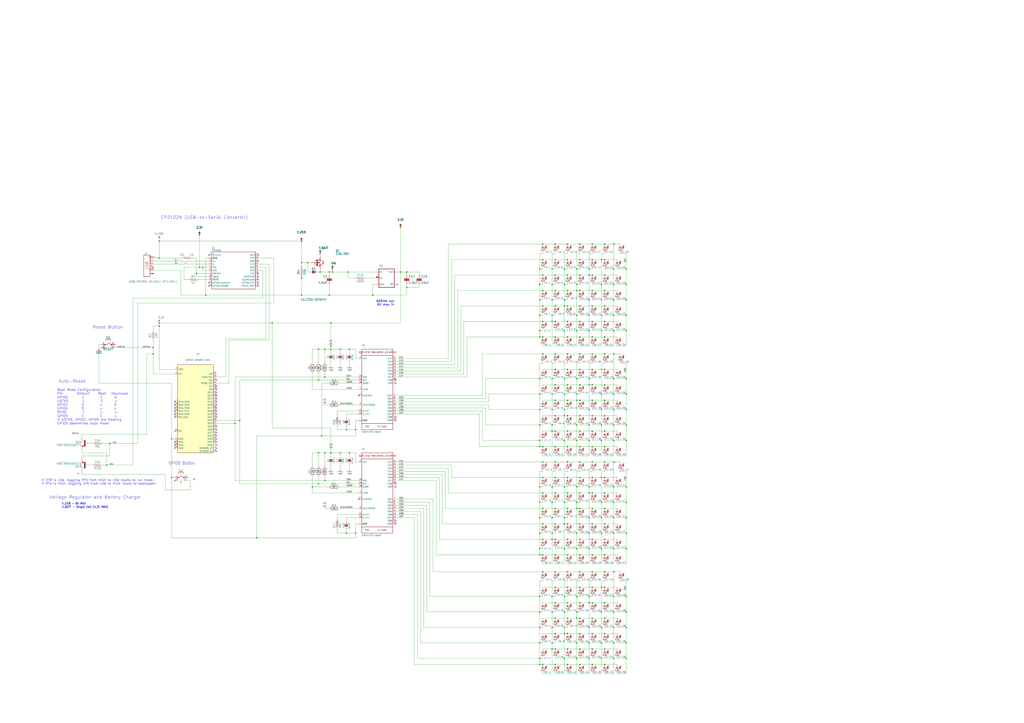
<source format=kicad_sch>
(kicad_sch (version 20211123) (generator eeschema)
  (paper "A1")
  (junction (at 125.73 285.75))
  (junction (at 443.23 276.86))
  (junction (at 463.55 271.78))
  (junction (at 483.87 220.98))
  (junction (at 483.87 246.38))
  (junction (at 453.39 443.23))
  (junction (at 279.4 372.11))
  (junction (at 514.35 528.32))
  (junction (at 483.87 311.15))
  (junction (at 473.71 417.83))
  (junction (at 443.23 455.93))
  (junction (at 445.77 443.23))
  (junction (at 466.09 226.06))
  (junction (at 476.25 443.23))
  (junction (at 125.73 290.83))
  (junction (at 476.25 200.66))
  (junction (at 453.39 400.05))
  (junction (at 483.87 400.05))
  (junction (at 496.57 392.43))
  (junction (at 494.03 213.36))
  (junction (at 486.41 508))
  (junction (at 496.57 495.3))
  (junction (at 466.09 238.76))
  (junction (at 494.03 438.15))
  (junction (at 504.19 271.78))
  (junction (at 473.71 400.05))
  (junction (at 486.41 354.33))
  (junction (at 453.39 502.92))
  (junction (at 476.25 546.1))
  (junction (at 496.57 367.03))
  (junction (at 486.41 213.36))
  (junction (at 473.71 490.22))
  (junction (at 496.57 469.9))
  (junction (at 476.25 495.3))
  (junction (at 473.71 259.08))
  (junction (at 466.09 213.36))
  (junction (at 455.93 213.36))
  (junction (at 445.77 200.66))
  (junction (at 504.19 259.08))
  (junction (at 445.77 430.53))
  (junction (at 166.37 219.71))
  (junction (at 486.41 303.53))
  (junction (at 476.25 276.86))
  (junction (at 473.71 412.75))
  (junction (at 514.35 450.85))
  (junction (at 453.39 311.15))
  (junction (at 466.09 405.13))
  (junction (at 443.23 546.1))
  (junction (at 455.93 303.53))
  (junction (at 514.35 271.78))
  (junction (at 473.71 271.78))
  (junction (at 494.03 482.6))
  (junction (at 287.02 372.11))
  (junction (at 455.93 430.53))
  (junction (at 476.25 226.06))
  (junction (at 445.77 379.73))
  (junction (at 455.93 316.23))
  (junction (at 504.19 361.95))
  (junction (at 443.23 271.78))
  (junction (at 496.57 533.4))
  (junction (at 514.35 361.95))
  (junction (at 261.62 397.51))
  (junction (at 466.09 328.93))
  (junction (at 494.03 361.95))
  (junction (at 443.23 311.15))
  (junction (at 494.03 450.85))
  (junction (at 463.55 361.95))
  (junction (at 443.23 412.75))
  (junction (at 453.39 490.22))
  (junction (at 466.09 341.63))
  (junction (at 463.55 323.85))
  (junction (at 483.87 336.55))
  (junction (at 476.25 405.13))
  (junction (at 445.77 405.13))
  (junction (at 247.65 228.6))
  (junction (at 453.39 246.38))
  (junction (at 486.41 367.03))
  (junction (at 266.7 309.88))
  (junction (at 270.51 223.52))
  (junction (at 496.57 200.66))
  (junction (at 486.41 341.63))
  (junction (at 463.55 450.85))
  (junction (at 455.93 482.6))
  (junction (at 453.39 533.4))
  (junction (at 504.19 349.25))
  (junction (at 273.05 220.98))
  (junction (at 476.25 213.36))
  (junction (at 473.71 528.32))
  (junction (at 494.03 425.45))
  (junction (at 473.71 541.02))
  (junction (at 261.62 372.11))
  (junction (at 496.57 303.53))
  (junction (at 463.55 400.05))
  (junction (at 453.39 220.98))
  (junction (at 443.23 425.45))
  (junction (at 496.57 264.16))
  (junction (at 270.51 242.57))
  (junction (at 486.41 328.93))
  (junction (at 455.93 226.06))
  (junction (at 514.35 311.15))
  (junction (at 256.54 400.05))
  (junction (at 463.55 425.45))
  (junction (at 262.89 223.52))
  (junction (at 453.39 354.33))
  (junction (at 504.19 412.75))
  (junction (at 466.09 276.86))
  (junction (at 496.57 379.73))
  (junction (at 463.55 412.75))
  (junction (at 504.19 220.98))
  (junction (at 453.39 349.25))
  (junction (at 473.71 311.15))
  (junction (at 271.78 372.11))
  (junction (at 455.93 276.86))
  (junction (at 196.85 345.44))
  (junction (at 306.07 242.57))
  (junction (at 473.71 349.25))
  (junction (at 443.23 541.02))
  (junction (at 455.93 341.63))
  (junction (at 463.55 502.92))
  (junction (at 262.89 208.28))
  (junction (at 443.23 259.08))
  (junction (at 455.93 238.76))
  (junction (at 476.25 316.23))
  (junction (at 473.71 438.15))
  (junction (at 463.55 490.22))
  (junction (at 504.19 490.22))
  (junction (at 486.41 469.9))
  (junction (at 247.65 198.12))
  (junction (at 445.77 213.36))
  (junction (at 445.77 251.46))
  (junction (at 473.71 233.68))
  (junction (at 486.41 392.43))
  (junction (at 496.57 405.13))
  (junction (at 476.25 251.46))
  (junction (at 443.23 450.85))
  (junction (at 466.09 508))
  (junction (at 476.25 508))
  (junction (at 486.41 238.76))
  (junction (at 271.78 265.43))
  (junction (at 494.03 392.43))
  (junction (at 476.25 533.4))
  (junction (at 483.87 515.62))
  (junction (at 483.87 259.08))
  (junction (at 140.97 392.43))
  (junction (at 494.03 323.85))
  (junction (at 494.03 259.08))
  (junction (at 504.19 323.85))
  (junction (at 514.35 412.75))
  (junction (at 453.39 425.45))
  (junction (at 476.25 379.73))
  (junction (at 486.41 379.73))
  (junction (at 466.09 354.33))
  (junction (at 455.93 354.33))
  (junction (at 504.19 311.15))
  (junction (at 494.03 233.68))
  (junction (at 496.57 341.63))
  (junction (at 504.19 528.32))
  (junction (at 284.48 353.06))
  (junction (at 161.29 224.79))
  (junction (at 496.57 251.46))
  (junction (at 514.35 233.68))
  (junction (at 453.39 259.08))
  (junction (at 443.23 438.15))
  (junction (at 504.19 438.15))
  (junction (at 483.87 425.45))
  (junction (at 496.57 430.53))
  (junction (at 443.23 233.68))
  (junction (at 504.19 502.92))
  (junction (at 279.4 287.02))
  (junction (at 466.09 251.46))
  (junction (at 494.03 541.02))
  (junction (at 292.1 353.06))
  (junction (at 445.77 392.43))
  (junction (at 140.97 360.68))
  (junction (at 473.71 450.85))
  (junction (at 261.62 312.42))
  (junction (at 494.03 303.53))
  (junction (at 445.77 264.16))
  (junction (at 443.23 400.05))
  (junction (at 443.23 336.55))
  (junction (at 261.62 287.02))
  (junction (at 453.39 438.15))
  (junction (at 494.03 246.38))
  (junction (at 504.19 336.55))
  (junction (at 476.25 482.6))
  (junction (at 494.03 412.75))
  (junction (at 163.83 193.04))
  (junction (at 466.09 520.7))
  (junction (at 514.35 490.22))
  (junction (at 443.23 323.85))
  (junction (at 466.09 379.73))
  (junction (at 494.03 528.32))
  (junction (at 247.65 242.57))
  (junction (at 443.23 502.92))
  (junction (at 445.77 276.86))
  (junction (at 496.57 290.83))
  (junction (at 466.09 200.66))
  (junction (at 466.09 469.9))
  (junction (at 130.81 198.12))
  (junction (at 486.41 533.4))
  (junction (at 445.77 238.76))
  (junction (at 494.03 349.25))
  (junction (at 271.78 284.48))
  (junction (at 266.7 394.97))
  (junction (at 496.57 443.23))
  (junction (at 486.41 482.6))
  (junction (at 486.41 430.53))
  (junction (at 486.41 200.66))
  (junction (at 445.77 226.06))
  (junction (at 168.91 242.57))
  (junction (at 453.39 323.85))
  (junction (at 453.39 515.62))
  (junction (at 486.41 520.7))
  (junction (at 210.82 441.96))
  (junction (at 87.63 382.27))
  (junction (at 453.39 264.16))
  (junction (at 455.93 455.93))
  (junction (at 483.87 438.15))
  (junction (at 504.19 233.68))
  (junction (at 514.35 246.38))
  (junction (at 486.41 417.83))
  (junction (at 483.87 271.78))
  (junction (at 163.83 219.71))
  (junction (at 486.41 251.46))
  (junction (at 486.41 443.23))
  (junction (at 466.09 264.16))
  (junction (at 443.23 490.22))
  (junction (at 496.57 276.86))
  (junction (at 453.39 412.75))
  (junction (at 473.71 220.98))
  (junction (at 504.19 290.83))
  (junction (at 334.01 223.52))
  (junction (at 496.57 316.23))
  (junction (at 476.25 303.53))
  (junction (at 483.87 495.3))
  (junction (at 455.93 392.43))
  (junction (at 455.93 264.16))
  (junction (at 476.25 354.33))
  (junction (at 504.19 379.73))
  (junction (at 328.93 223.52))
  (junction (at 90.17 364.49))
  (junction (at 273.05 223.52))
  (junction (at 483.87 316.23))
  (junction (at 466.09 546.1))
  (junction (at 486.41 290.83))
  (junction (at 463.55 311.15))
  (junction (at 463.55 520.7))
  (junction (at 483.87 361.95))
  (junction (at 453.39 336.55))
  (junction (at 504.19 541.02))
  (junction (at 483.87 349.25))
  (junction (at 483.87 490.22))
  (junction (at 443.23 246.38))
  (junction (at 266.7 287.02))
  (junction (at 463.55 541.02))
  (junction (at 496.57 482.6))
  (junction (at 455.93 469.9))
  (junction (at 445.77 455.93))
  (junction (at 455.93 290.83))
  (junction (at 292.1 438.15))
  (junction (at 455.93 495.3))
  (junction (at 514.35 425.45))
  (junction (at 496.57 238.76))
  (junction (at 514.35 220.98))
  (junction (at 473.71 323.85))
  (junction (at 466.09 455.93))
  (junction (at 463.55 233.68))
  (junction (at 455.93 508))
  (junction (at 284.48 438.15))
  (junction (at 455.93 443.23))
  (junction (at 466.09 430.53))
  (junction (at 445.77 469.9))
  (junction (at 496.57 508))
  (junction (at 483.87 528.32))
  (junction (at 266.7 372.11))
  (junction (at 476.25 520.7))
  (junction (at 514.35 323.85))
  (junction (at 504.19 246.38))
  (junction (at 496.57 417.83))
  (junction (at 463.55 246.38))
  (junction (at 252.73 215.9))
  (junction (at 494.03 515.62))
  (junction (at 130.81 212.09))
  (junction (at 130.81 267.97))
  (junction (at 476.25 455.93))
  (junction (at 496.57 328.93))
  (junction (at 455.93 200.66))
  (junction (at 271.78 287.02))
  (junction (at 476.25 238.76))
  (junction (at 334.01 236.22))
  (junction (at 455.93 379.73))
  (junction (at 247.65 215.9))
  (junction (at 328.93 186.69))
  (junction (at 514.35 438.15))
  (junction (at 455.93 533.4))
  (junction (at 445.77 546.1))
  (junction (at 466.09 367.03))
  (junction (at 466.09 533.4))
  (junction (at 476.25 328.93))
  (junction (at 443.23 367.03))
  (junction (at 466.09 392.43))
  (junction (at 466.09 482.6))
  (junction (at 455.93 251.46))
  (junction (at 466.09 417.83))
  (junction (at 466.09 303.53))
  (junction (at 445.77 367.03))
  (junction (at 473.71 508))
  (junction (at 443.23 361.95))
  (junction (at 486.41 276.86))
  (junction (at 496.57 213.36))
  (junction (at 483.87 405.13))
  (junction (at 473.71 502.92))
  (junction (at 494.03 271.78))
  (junction (at 504.19 450.85))
  (junction (at 473.71 328.93))
  (junction (at 443.23 515.62))
  (junction (at 496.57 226.06))
  (junction (at 476.25 341.63))
  (junction (at 463.55 430.53))
  (junction (at 473.71 361.95))
  (junction (at 455.93 328.93))
  (junction (at 514.35 259.08))
  (junction (at 496.57 546.1))
  (junction (at 466.09 495.3))
  (junction (at 494.03 336.55))
  (junction (at 445.77 417.83))
  (junction (at 223.52 265.43))
  (junction (at 473.71 238.76))
  (junction (at 443.23 349.25))
  (junction (at 486.41 264.16))
  (junction (at 453.39 528.32))
  (junction (at 483.87 450.85))
  (junction (at 496.57 354.33))
  (junction (at 463.55 515.62))
  (junction (at 264.16 358.14))
  (junction (at 455.93 405.13))
  (junction (at 476.25 417.83))
  (junction (at 476.25 290.83))
  (junction (at 193.04 347.98))
  (junction (at 486.41 316.23))
  (junction (at 455.93 520.7))
  (junction (at 504.19 469.9))
  (junction (at 466.09 316.23))
  (junction (at 466.09 443.23))
  (junction (at 443.23 528.32))
  (junction (at 504.19 515.62))
  (junction (at 466.09 290.83))
  (junction (at 504.19 400.05))
  (junction (at 453.39 233.68))
  (junction (at 504.19 425.45))
  (junction (at 455.93 417.83))
  (junction (at 483.87 226.06))
  (junction (at 476.25 430.53))
  (junction (at 514.35 336.55))
  (junction (at 130.81 265.43))
  (junction (at 496.57 455.93))
  (junction (at 486.41 495.3))
  (junction (at 287.02 287.02))
  (junction (at 445.77 290.83))
  (junction (at 463.55 251.46))
  (junction (at 463.55 336.55))
  (junction (at 514.35 541.02))
  (junction (at 504.19 200.66))
  (junction (at 463.55 220.98))
  (junction (at 455.93 546.1))
  (junction (at 476.25 367.03))
  (junction (at 443.23 220.98))
  (junction (at 463.55 341.63))
  (junction (at 483.87 541.02))
  (junction (at 514.35 349.25))
  (junction (at 514.35 515.62))
  (junction (at 514.35 502.92))
  (junction (at 455.93 367.03))
  (junction (at 496.57 520.7))
  (junction (at 486.41 405.13))
  (junction (at 494.03 502.92))
  (junction (at 285.75 223.52))
  (junction (at 486.41 546.1))
  (junction (at 486.41 455.93))
  (junction (at 486.41 226.06))
  (junction (at 476.25 264.16))
  (junction (at 514.35 400.05))
  (junction (at 476.25 469.9))
  (junction (at 476.25 392.43))
  (no_connect (at 325.12 427.99))
  (no_connect (at 325.12 430.53))
  (no_connect (at 325.12 397.51))
  (no_connect (at 325.12 400.05))
  (no_connect (at 177.8 358.14))
  (no_connect (at 177.8 360.68))
  (no_connect (at 177.8 363.22))
  (no_connect (at 177.8 365.76))
  (no_connect (at 177.8 368.3))
  (no_connect (at 177.8 370.84))
  (no_connect (at 143.51 342.9))
  (no_connect (at 143.51 340.36))
  (no_connect (at 143.51 337.82))
  (no_connect (at 143.51 332.74))
  (no_connect (at 143.51 335.28))
  (no_connect (at 143.51 330.2))
  (no_connect (at 177.8 335.28))
  (no_connect (at 177.8 332.74))
  (no_connect (at 177.8 340.36))
  (no_connect (at 177.8 337.82))
  (no_connect (at 177.8 330.2))
  (no_connect (at 177.8 312.42))
  (no_connect (at 177.8 322.58))
  (no_connect (at 177.8 325.12))
  (no_connect (at 177.8 320.04))
  (no_connect (at 177.8 317.5))
  (no_connect (at 177.8 327.66))
  (no_connect (at 177.8 355.6))
  (no_connect (at 177.8 353.06))
  (no_connect (at 177.8 350.52))
  (no_connect (at 177.8 342.9))
  (no_connect (at 125.73 219.71))
  (no_connect (at 125.73 224.79))
  (no_connect (at 143.51 394.97))
  (no_connect (at 153.67 392.43))
  (no_connect (at 83.82 285.75))
  (no_connect (at 93.98 283.21))
  (no_connect (at 325.12 345.44))
  (no_connect (at 325.12 342.9))
  (no_connect (at 325.12 314.96))
  (no_connect (at 325.12 312.42))
  (no_connect (at 212.09 209.55))
  (no_connect (at 212.09 224.79))
  (no_connect (at 212.09 227.33))
  (no_connect (at 212.09 229.87))
  (no_connect (at 212.09 232.41))
  (no_connect (at 212.09 234.95))
  (no_connect (at 212.09 214.63))
  (no_connect (at 171.45 232.41))
  (no_connect (at 171.45 234.95))
  (no_connect (at 171.45 209.55))
  (no_connect (at 143.51 363.22))
  (no_connect (at 143.51 365.76))
  (no_connect (at 143.51 368.3))
  (no_connect (at 326.39 233.68))
  (no_connect (at 294.64 410.21))
  (no_connect (at 294.64 325.12))
  (wire (pts (xy 494.03 477.52) (xy 494.03 482.6)))
  (wire (pts (xy 350.52 415.29) (xy 350.52 502.92)))
  (wire (pts (xy 453.39 220.98) (xy 453.39 233.68)))
  (wire (pts (xy 396.24 290.83) (xy 396.24 325.12)))
  (wire (pts (xy 325.12 304.8) (xy 378.46 304.8)))
  (wire (pts (xy 453.39 233.68) (xy 453.39 246.38)))
  (wire (pts (xy 264.16 314.96) (xy 269.24 314.96)))
  (wire (pts (xy 476.25 354.33) (xy 466.09 354.33)))
  (wire (pts (xy 270.51 223.52) (xy 273.05 223.52)))
  (wire (pts (xy 496.57 469.9) (xy 486.41 469.9)))
  (wire (pts (xy 153.67 214.63) (xy 171.45 214.63)))
  (wire (pts (xy 130.81 267.97) (xy 130.81 303.53)))
  (wire (pts (xy 504.19 425.45) (xy 504.19 438.15)))
  (wire (pts (xy 463.55 541.02) (xy 463.55 553.72)))
  (wire (pts (xy 504.19 438.15) (xy 504.19 450.85)))
  (wire (pts (xy 483.87 316.23) (xy 476.25 316.23)))
  (wire (pts (xy 466.09 482.6) (xy 455.93 482.6)))
  (wire (pts (xy 504.19 349.25) (xy 504.19 361.95)))
  (wire (pts (xy 445.77 450.85) (xy 443.23 450.85)))
  (wire (pts (xy 476.25 508) (xy 473.71 508)))
  (wire (pts (xy 506.73 354.33) (xy 496.57 354.33)))
  (wire (pts (xy 212.09 222.25) (xy 215.9 222.25)))
  (wire (pts (xy 294.64 422.91) (xy 276.86 422.91)))
  (wire (pts (xy 453.39 400.05) (xy 453.39 412.75)))
  (wire (pts (xy 455.93 482.6) (xy 445.77 482.6)))
  (wire (pts (xy 509.27 290.83) (xy 504.19 290.83)))
  (wire (pts (xy 466.09 379.73) (xy 455.93 379.73)))
  (wire (pts (xy 74.93 364.49) (xy 72.39 364.49)))
  (wire (pts (xy 496.57 400.05) (xy 504.19 400.05)))
  (wire (pts (xy 483.87 311.15) (xy 483.87 316.23)))
  (wire (pts (xy 494.03 303.53) (xy 486.41 303.53)))
  (wire (pts (xy 148.59 222.25) (xy 148.59 242.57)))
  (wire (pts (xy 473.71 450.85) (xy 473.71 438.15)))
  (wire (pts (xy 486.41 430.53) (xy 476.25 430.53)))
  (wire (pts (xy 445.77 367.03) (xy 443.23 367.03)))
  (wire (pts (xy 466.09 298.45) (xy 463.55 298.45)))
  (wire (pts (xy 247.65 227.33) (xy 247.65 228.6)))
  (wire (pts (xy 476.25 374.65) (xy 483.87 374.65)))
  (wire (pts (xy 504.19 336.55) (xy 504.19 349.25)))
  (wire (pts (xy 325.12 302.26) (xy 375.92 302.26)))
  (wire (pts (xy 483.87 405.13) (xy 476.25 405.13)))
  (wire (pts (xy 496.57 515.62) (xy 504.19 515.62)))
  (wire (pts (xy 466.09 271.78) (xy 473.71 271.78)))
  (wire (pts (xy 212.09 219.71) (xy 218.44 219.71)))
  (wire (pts (xy 486.41 341.63) (xy 476.25 341.63)))
  (wire (pts (xy 443.23 349.25) (xy 443.23 361.95)))
  (wire (pts (xy 453.39 515.62) (xy 453.39 528.32)))
  (wire (pts (xy 496.57 425.45) (xy 504.19 425.45)))
  (wire (pts (xy 445.77 284.48) (xy 453.39 284.48)))
  (wire (pts (xy 455.93 367.03) (xy 445.77 367.03)))
  (wire (pts (xy 158.75 212.09) (xy 161.29 212.09)))
  (wire (pts (xy 455.93 271.78) (xy 463.55 271.78)))
  (wire (pts (xy 476.25 220.98) (xy 473.71 220.98)))
  (wire (pts (xy 504.19 379.73) (xy 504.19 400.05)))
  (wire (pts (xy 328.93 223.52) (xy 334.01 223.52)))
  (wire (pts (xy 455.93 208.28) (xy 453.39 208.28)))
  (wire (pts (xy 292.1 353.06) (xy 292.1 358.14)))
  (wire (pts (xy 506.73 508) (xy 496.57 508)))
  (wire (pts (xy 443.23 490.22) (xy 443.23 502.92)))
  (wire (pts (xy 294.64 430.53) (xy 292.1 430.53)))
  (wire (pts (xy 455.93 553.72) (xy 463.55 553.72)))
  (wire (pts (xy 284.48 340.36) (xy 284.48 342.9)))
  (wire (pts (xy 81.28 287.02) (xy 81.28 314.96)))
  (wire (pts (xy 463.55 311.15) (xy 463.55 323.85)))
  (wire (pts (xy 506.73 515.62) (xy 514.35 515.62)))
  (wire (pts (xy 506.73 238.76) (xy 496.57 238.76)))
  (wire (pts (xy 496.57 490.22) (xy 504.19 490.22)))
  (wire (pts (xy 455.93 276.86) (xy 445.77 276.86)))
  (wire (pts (xy 486.41 200.66) (xy 476.25 200.66)))
  (wire (pts (xy 294.64 332.74) (xy 279.4 332.74)))
  (wire (pts (xy 514.35 271.78) (xy 514.35 284.48)))
  (wire (pts (xy 509.27 200.66) (xy 504.19 200.66)))
  (wire (pts (xy 271.78 369.57) (xy 271.78 372.11)))
  (wire (pts (xy 360.68 443.23) (xy 445.77 443.23)))
  (wire (pts (xy 443.23 220.98) (xy 443.23 233.68)))
  (wire (pts (xy 509.27 477.52) (xy 514.35 477.52)))
  (wire (pts (xy 494.03 392.43) (xy 486.41 392.43)))
  (wire (pts (xy 466.09 412.75) (xy 463.55 412.75)))
  (wire (pts (xy 325.12 425.45) (xy 340.36 425.45)))
  (wire (pts (xy 177.8 314.96) (xy 187.96 314.96)))
  (wire (pts (xy 370.84 382.27) (xy 370.84 392.43)))
  (wire (pts (xy 494.03 528.32) (xy 494.03 541.02)))
  (wire (pts (xy 476.25 298.45) (xy 473.71 298.45)))
  (wire (pts (xy 496.57 482.6) (xy 494.03 482.6)))
  (wire (pts (xy 504.19 233.68) (xy 504.19 246.38)))
  (wire (pts (xy 168.91 242.57) (xy 148.59 242.57)))
  (wire (pts (xy 466.09 208.28) (xy 463.55 208.28)))
  (wire (pts (xy 276.86 353.06) (xy 276.86 350.52)))
  (wire (pts (xy 476.25 238.76) (xy 473.71 238.76)))
  (wire (pts (xy 506.73 303.53) (xy 496.57 303.53)))
  (wire (pts (xy 284.48 438.15) (xy 284.48 435.61)))
  (wire (pts (xy 506.73 412.75) (xy 514.35 412.75)))
  (wire (pts (xy 326.39 223.52) (xy 328.93 223.52)))
  (wire (pts (xy 455.93 220.98) (xy 453.39 220.98)))
  (wire (pts (xy 506.73 259.08) (xy 514.35 259.08)))
  (wire (pts (xy 486.41 276.86) (xy 476.25 276.86)))
  (wire (pts (xy 109.22 382.27) (xy 109.22 245.11)))
  (wire (pts (xy 514.35 298.45) (xy 514.35 311.15)))
  (wire (pts (xy 453.39 502.92) (xy 453.39 515.62)))
  (wire (pts (xy 271.78 382.27) (xy 271.78 384.81)))
  (wire (pts (xy 262.89 223.52) (xy 270.51 223.52)))
  (wire (pts (xy 476.25 226.06) (xy 466.09 226.06)))
  (wire (pts (xy 455.93 430.53) (xy 445.77 430.53)))
  (wire (pts (xy 135.89 402.59) (xy 156.21 402.59)))
  (wire (pts (xy 455.93 463.55) (xy 463.55 463.55)))
  (wire (pts (xy 506.73 336.55) (xy 514.35 336.55)))
  (wire (pts (xy 466.09 477.52) (xy 463.55 477.52)))
  (wire (pts (xy 455.93 251.46) (xy 445.77 251.46)))
  (wire (pts (xy 514.35 349.25) (xy 514.35 361.95)))
  (wire (pts (xy 453.39 354.33) (xy 453.39 374.65)))
  (wire (pts (xy 494.03 392.43) (xy 494.03 412.75)))
  (wire (pts (xy 328.93 186.69) (xy 328.93 223.52)))
  (wire (pts (xy 161.29 227.33) (xy 161.29 224.79)))
  (wire (pts (xy 496.57 412.75) (xy 504.19 412.75)))
  (wire (pts (xy 463.55 430.53) (xy 455.93 430.53)))
  (wire (pts (xy 445.77 502.92) (xy 443.23 502.92)))
  (wire (pts (xy 334.01 223.52) (xy 334.01 226.06)))
  (wire (pts (xy 509.27 208.28) (xy 514.35 208.28)))
  (wire (pts (xy 514.35 323.85) (xy 514.35 336.55)))
  (wire (pts (xy 463.55 208.28) (xy 463.55 220.98)))
  (wire (pts (xy 476.25 200.66) (xy 466.09 200.66)))
  (wire (pts (xy 273.05 223.52) (xy 273.05 220.98)))
  (wire (pts (xy 292.1 358.14) (xy 264.16 358.14)))
  (wire (pts (xy 325.12 337.82) (xy 396.24 337.82)))
  (wire (pts (xy 279.4 287.02) (xy 287.02 287.02)))
  (wire (pts (xy 496.57 438.15) (xy 504.19 438.15)))
  (wire (pts (xy 504.19 541.02) (xy 504.19 553.72)))
  (wire (pts (xy 476.25 443.23) (xy 466.09 443.23)))
  (wire (pts (xy 483.87 226.06) (xy 483.87 246.38)))
  (wire (pts (xy 494.03 213.36) (xy 486.41 213.36)))
  (wire (pts (xy 473.71 490.22) (xy 473.71 477.52)))
  (wire (pts (xy 494.03 450.85) (xy 494.03 463.55)))
  (wire (pts (xy 363.22 389.89) (xy 363.22 430.53)))
  (wire (pts (xy 325.12 299.72) (xy 373.38 299.72)))
  (wire (pts (xy 483.87 495.3) (xy 483.87 515.62)))
  (wire (pts (xy 455.93 259.08) (xy 453.39 259.08)))
  (wire (pts (xy 476.25 328.93) (xy 473.71 328.93)))
  (wire (pts (xy 325.12 332.74) (xy 401.32 332.74)))
  (wire (pts (xy 381 307.34) (xy 381 264.16)))
  (wire (pts (xy 453.39 425.45) (xy 453.39 438.15)))
  (wire (pts (xy 455.93 336.55) (xy 453.39 336.55)))
  (wire (pts (xy 396.24 361.95) (xy 443.23 361.95)))
  (wire (pts (xy 443.23 541.02) (xy 443.23 546.1)))
  (wire (pts (xy 455.93 546.1) (xy 445.77 546.1)))
  (wire (pts (xy 325.12 394.97) (xy 358.14 394.97)))
  (wire (pts (xy 187.96 279.4) (xy 220.98 279.4)))
  (wire (pts (xy 196.85 312.42) (xy 196.85 345.44)))
  (wire (pts (xy 325.12 420.37) (xy 345.44 420.37)))
  (wire (pts (xy 506.73 374.65) (xy 514.35 374.65)))
  (wire (pts (xy 476.25 495.3) (xy 466.09 495.3)))
  (wire (pts (xy 284.48 353.06) (xy 276.86 353.06)))
  (wire (pts (xy 486.41 541.02) (xy 494.03 541.02)))
  (wire (pts (xy 486.41 303.53) (xy 476.25 303.53)))
  (wire (pts (xy 455.93 354.33) (xy 453.39 354.33)))
  (wire (pts (xy 445.77 425.45) (xy 443.23 425.45)))
  (wire (pts (xy 81.28 314.96) (xy 140.97 314.96)))
  (wire (pts (xy 463.55 336.55) (xy 463.55 341.63)))
  (wire (pts (xy 455.93 533.4) (xy 453.39 533.4)))
  (wire (pts (xy 486.41 405.13) (xy 483.87 405.13)))
  (wire (pts (xy 486.41 354.33) (xy 476.25 354.33)))
  (wire (pts (xy 363.22 430.53) (xy 445.77 430.53)))
  (wire (pts (xy 466.09 400.05) (xy 463.55 400.05)))
  (wire (pts (xy 476.25 284.48) (xy 483.87 284.48)))
  (wire (pts (xy 196.85 312.42) (xy 261.62 312.42)))
  (wire (pts (xy 463.55 271.78) (xy 463.55 284.48)))
  (wire (pts (xy 210.82 441.96) (xy 140.97 441.96)))
  (wire (pts (xy 340.36 425.45) (xy 340.36 546.1)))
  (wire (pts (xy 455.93 213.36) (xy 445.77 213.36)))
  (wire (pts (xy 473.71 508) (xy 473.71 502.92)))
  (wire (pts (xy 486.41 213.36) (xy 476.25 213.36)))
  (wire (pts (xy 279.4 287.02) (xy 279.4 289.56)))
  (wire (pts (xy 496.57 213.36) (xy 494.03 213.36)))
  (wire (pts (xy 196.85 345.44) (xy 177.8 345.44)))
  (wire (pts (xy 453.39 387.35) (xy 453.39 400.05)))
  (wire (pts (xy 453.39 533.4) (xy 453.39 553.72)))
  (wire (pts (xy 486.41 226.06) (xy 483.87 226.06)))
  (wire (pts (xy 506.73 316.23) (xy 496.57 316.23)))
  (wire (pts (xy 266.7 372.11) (xy 261.62 372.11)))
  (wire (pts (xy 153.67 217.17) (xy 171.45 217.17)))
  (wire (pts (xy 284.48 438.15) (xy 276.86 438.15)))
  (wire (pts (xy 496.57 450.85) (xy 504.19 450.85)))
  (wire (pts (xy 486.41 238.76) (xy 476.25 238.76)))
  (wire (pts (xy 506.73 495.3) (xy 496.57 495.3)))
  (wire (pts (xy 466.09 276.86) (xy 455.93 276.86)))
  (wire (pts (xy 455.93 226.06) (xy 445.77 226.06)))
  (wire (pts (xy 473.71 220.98) (xy 473.71 208.28)))
  (wire (pts (xy 486.41 323.85) (xy 494.03 323.85)))
  (wire (pts (xy 151.13 214.63) (xy 125.73 214.63)))
  (wire (pts (xy 125.73 290.83) (xy 125.73 307.34)))
  (wire (pts (xy 473.71 417.83) (xy 473.71 412.75)))
  (wire (pts (xy 445.77 220.98) (xy 443.23 220.98)))
  (wire (pts (xy 151.13 217.17) (xy 125.73 217.17)))
  (wire (pts (xy 486.41 438.15) (xy 494.03 438.15)))
  (wire (pts (xy 496.57 220.98) (xy 504.19 220.98)))
  (wire (pts (xy 455.93 316.23) (xy 445.77 316.23)))
  (wire (pts (xy 494.03 387.35) (xy 494.03 392.43)))
  (wire (pts (xy 494.03 438.15) (xy 494.03 450.85)))
  (wire (pts (xy 466.09 290.83) (xy 455.93 290.83)))
  (wire (pts (xy 365.76 387.35) (xy 365.76 417.83)))
  (wire (pts (xy 284.48 353.06) (xy 284.48 350.52)))
  (wire (pts (xy 486.41 220.98) (xy 483.87 220.98)))
  (wire (pts (xy 396.24 337.82) (xy 396.24 361.95)))
  (wire (pts (xy 455.93 438.15) (xy 453.39 438.15)))
  (wire (pts (xy 368.3 405.13) (xy 445.77 405.13)))
  (wire (pts (xy 466.09 430.53) (xy 463.55 430.53)))
  (wire (pts (xy 483.87 541.02) (xy 483.87 553.72)))
  (wire (pts (xy 473.71 541.02) (xy 473.71 528.32)))
  (wire (pts (xy 509.27 379.73) (xy 504.19 379.73)))
  (wire (pts (xy 453.39 323.85) (xy 453.39 336.55)))
  (wire (pts (xy 256.54 400.05) (xy 269.24 400.05)))
  (wire (pts (xy 342.9 422.91) (xy 342.9 541.02)))
  (wire (pts (xy 294.64 345.44) (xy 292.1 345.44)))
  (wire (pts (xy 87.63 382.27) (xy 87.63 372.11)))
  (wire (pts (xy 486.41 528.32) (xy 494.03 528.32)))
  (wire (pts (xy 504.19 361.95) (xy 504.19 374.65)))
  (wire (pts (xy 256.54 400.05) (xy 256.54 392.43)))
  (wire (pts (xy 215.9 245.11) (xy 215.9 222.25)))
  (wire (pts (xy 135.89 389.89) (xy 135.89 402.59)))
  (wire (pts (xy 476.25 405.13) (xy 466.09 405.13)))
  (wire (pts (xy 483.87 425.45) (xy 483.87 438.15)))
  (wire (pts (xy 466.09 387.35) (xy 463.55 387.35)))
  (wire (pts (xy 496.57 323.85) (xy 504.19 323.85)))
  (wire (pts (xy 509.27 469.9) (xy 504.19 469.9)))
  (wire (pts (xy 476.25 311.15) (xy 473.71 311.15)))
  (wire (pts (xy 325.12 422.91) (xy 342.9 422.91)))
  (wire (pts (xy 261.62 372.11) (xy 261.62 382.27)))
  (wire (pts (xy 443.23 528.32) (xy 443.23 541.02)))
  (wire (pts (xy 504.19 290.83) (xy 496.57 290.83)))
  (wire (pts (xy 210.82 358.14) (xy 210.82 441.96)))
  (wire (pts (xy 306.07 242.57) (xy 334.01 242.57)))
  (wire (pts (xy 486.41 284.48) (xy 494.03 284.48)))
  (wire (pts (xy 443.23 400.05) (xy 443.23 412.75)))
  (wire (pts (xy 325.12 392.43) (xy 360.68 392.43)))
  (wire (pts (xy 151.13 229.87) (xy 151.13 219.71)))
  (wire (pts (xy 340.36 546.1) (xy 443.23 546.1)))
  (wire (pts (xy 486.41 374.65) (xy 494.03 374.65)))
  (wire (pts (xy 445.77 546.1) (xy 443.23 546.1)))
  (wire (pts (xy 514.35 477.52) (xy 514.35 490.22)))
  (wire (pts (xy 476.25 233.68) (xy 473.71 233.68)))
  (wire (pts (xy 494.03 213.36) (xy 494.03 233.68)))
  (wire (pts (xy 445.77 463.55) (xy 453.39 463.55)))
  (wire (pts (xy 455.93 379.73) (xy 445.77 379.73)))
  (wire (pts (xy 378.46 251.46) (xy 445.77 251.46)))
  (wire (pts (xy 496.57 374.65) (xy 504.19 374.65)))
  (wire (pts (xy 325.12 327.66) (xy 398.78 327.66)))
  (wire (pts (xy 325.12 412.75) (xy 353.06 412.75)))
  (wire (pts (xy 483.87 528.32) (xy 483.87 541.02)))
  (wire (pts (xy 370.84 213.36) (xy 445.77 213.36)))
  (wire (pts (xy 266.7 297.18) (xy 266.7 287.02)))
  (wire (pts (xy 443.23 336.55) (xy 443.23 349.25)))
  (wire (pts (xy 120.65 356.87) (xy 120.65 290.83)))
  (wire (pts (xy 473.71 328.93) (xy 466.09 328.93)))
  (wire (pts (xy 504.19 528.32) (xy 504.19 541.02)))
  (wire (pts (xy 453.39 354.33) (xy 445.77 354.33)))
  (wire (pts (xy 473.71 400.05) (xy 473.71 387.35)))
  (wire (pts (xy 266.7 394.97) (xy 294.64 394.97)))
  (wire (pts (xy 466.09 284.48) (xy 473.71 284.48)))
  (wire (pts (xy 453.39 528.32) (xy 453.39 533.4)))
  (wire (pts (xy 270.51 233.68) (xy 270.51 242.57)))
  (wire (pts (xy 401.32 332.74) (xy 401.32 336.55)))
  (wire (pts (xy 486.41 482.6) (xy 476.25 482.6)))
  (wire (pts (xy 455.93 450.85) (xy 463.55 450.85)))
  (wire (pts (xy 476.25 477.52) (xy 473.71 477.52)))
  (wire (pts (xy 294.64 425.45) (xy 284.48 425.45)))
  (wire (pts (xy 445.77 455.93) (xy 443.23 455.93)))
  (wire (pts (xy 473.71 284.48) (xy 473.71 271.78)))
  (wire (pts (xy 476.25 208.28) (xy 473.71 208.28)))
  (wire (pts (xy 486.41 443.23) (xy 476.25 443.23)))
  (wire (pts (xy 496.57 502.92) (xy 504.19 502.92)))
  (wire (pts (xy 130.81 212.09) (xy 125.73 212.09)))
  (wire (pts (xy 486.41 367.03) (xy 476.25 367.03)))
  (wire (pts (xy 294.64 309.88) (xy 266.7 309.88)))
  (wire (pts (xy 260.35 223.52) (xy 262.89 223.52)))
  (wire (pts (xy 466.09 367.03) (xy 455.93 367.03)))
  (wire (pts (xy 476.25 264.16) (xy 466.09 264.16)))
  (wire (pts (xy 140.97 314.96) (xy 140.97 360.68)))
  (wire (pts (xy 67.31 377.19) (xy 67.31 374.65)))
  (wire (pts (xy 496.57 417.83) (xy 486.41 417.83)))
  (wire (pts (xy 325.12 325.12) (xy 396.24 325.12)))
  (wire (pts (xy 67.31 374.65) (xy 90.17 374.65)))
  (wire (pts (xy 496.57 354.33) (xy 486.41 354.33)))
  (wire (pts (xy 514.35 541.02) (xy 514.35 553.72)))
  (wire (pts (xy 445.77 528.32) (xy 443.23 528.32)))
  (wire (pts (xy 347.98 417.83) (xy 347.98 515.62)))
  (wire (pts (xy 466.09 546.1) (xy 455.93 546.1)))
  (wire (pts (xy 130.81 303.53) (xy 143.51 303.53)))
  (wire (pts (xy 463.55 246.38) (xy 463.55 251.46)))
  (wire (pts (xy 344.17 223.52) (xy 344.17 226.06)))
  (wire (pts (xy 445.77 259.08) (xy 443.23 259.08)))
  (wire (pts (xy 287.02 287.02) (xy 287.02 289.56)))
  (wire (pts (xy 506.73 213.36) (xy 496.57 213.36)))
  (wire (pts (xy 496.57 463.55) (xy 504.19 463.55)))
  (wire (pts (xy 486.41 469.9) (xy 476.25 469.9)))
  (wire (pts (xy 506.73 443.23) (xy 496.57 443.23)))
  (wire (pts (xy 445.77 276.86) (xy 443.23 276.86)))
  (wire (pts (xy 496.57 455.93) (xy 486.41 455.93)))
  (wire (pts (xy 455.93 477.52) (xy 453.39 477.52)))
  (wire (pts (xy 476.25 316.23) (xy 466.09 316.23)))
  (wire (pts (xy 506.73 430.53) (xy 496.57 430.53)))
  (wire (pts (xy 445.77 233.68) (xy 443.23 233.68)))
  (wire (pts (xy 506.73 328.93) (xy 496.57 328.93)))
  (wire (pts (xy 453.39 264.16) (xy 453.39 284.48)))
  (wire (pts (xy 496.57 508) (xy 486.41 508)))
  (wire (pts (xy 292.1 345.44) (xy 292.1 353.06)))
  (wire (pts (xy 463.55 502.92) (xy 463.55 515.62)))
  (wire (pts (xy 466.09 553.72) (xy 473.71 553.72)))
  (wire (pts (xy 161.29 224.79) (xy 171.45 224.79)))
  (wire (pts (xy 292.1 294.64) (xy 294.64 294.64)))
  (wire (pts (xy 350.52 502.92) (xy 443.23 502.92)))
  (wire (pts (xy 483.87 259.08) (xy 483.87 271.78)))
  (wire (pts (xy 342.9 541.02) (xy 443.23 541.02)))
  (wire (pts (xy 463.55 490.22) (xy 463.55 502.92)))
  (wire (pts (xy 473.71 463.55) (xy 473.71 450.85)))
  (wire (pts (xy 287.02 372.11) (xy 292.1 372.11)))
  (wire (pts (xy 486.41 425.45) (xy 494.03 425.45)))
  (wire (pts (xy 496.57 328.93) (xy 486.41 328.93)))
  (wire (pts (xy 453.39 349.25) (xy 453.39 354.33)))
  (wire (pts (xy 261.62 397.51) (xy 261.62 392.43)))
  (wire (pts (xy 325.12 384.81) (xy 368.3 384.81)))
  (wire (pts (xy 443.23 323.85) (xy 443.23 336.55)))
  (wire (pts (xy 365.76 417.83) (xy 445.77 417.83)))
  (wire (pts (xy 125.73 285.75) (xy 125.73 290.83)))
  (wire (pts (xy 292.1 353.06) (xy 284.48 353.06)))
  (wire (pts (xy 486.41 311.15) (xy 483.87 311.15)))
  (wire (pts (xy 443.23 233.68) (xy 443.23 246.38)))
  (wire (pts (xy 294.64 337.82) (xy 276.86 337.82)))
  (wire (pts (xy 463.55 400.05) (xy 463.55 412.75)))
  (wire (pts (xy 67.31 359.41) (xy 67.31 356.87)))
  (wire (pts (xy 486.41 477.52) (xy 483.87 477.52)))
  (wire (pts (xy 264.16 358.14) (xy 210.82 358.14)))
  (wire (pts (xy 463.55 341.63) (xy 463.55 361.95)))
  (wire (pts (xy 496.57 246.38) (xy 504.19 246.38)))
  (wire (pts (xy 476.25 290.83) (xy 466.09 290.83)))
  (wire (pts (xy 373.38 226.06) (xy 445.77 226.06)))
  (wire (pts (xy 325.12 410.21) (xy 355.6 410.21)))
  (wire (pts (xy 514.35 412.75) (xy 514.35 425.45)))
  (wire (pts (xy 453.39 490.22) (xy 453.39 502.92)))
  (wire (pts (xy 466.09 502.92) (xy 463.55 502.92)))
  (wire (pts (xy 476.25 251.46) (xy 466.09 251.46)))
  (wire (pts (xy 463.55 425.45) (xy 463.55 430.53)))
  (wire (pts (xy 445.77 412.75) (xy 443.23 412.75)))
  (wire (pts (xy 466.09 361.95) (xy 473.71 361.95)))
  (wire (pts (xy 496.57 546.1) (xy 486.41 546.1)))
  (wire (pts (xy 252.73 215.9) (xy 252.73 223.52)))
  (wire (pts (xy 255.27 215.9) (xy 252.73 215.9)))
  (wire (pts (xy 368.3 200.66) (xy 445.77 200.66)))
  (wire (pts (xy 476.25 553.72) (xy 483.87 553.72)))
  (wire (pts (xy 455.93 392.43) (xy 445.77 392.43)))
  (wire (pts (xy 294.64 400.05) (xy 279.4 400.05)))
  (wire (pts (xy 486.41 520.7) (xy 476.25 520.7)))
  (wire (pts (xy 463.55 251.46) (xy 463.55 271.78)))
  (wire (pts (xy 212.09 212.09) (xy 224.79 212.09)))
  (wire (pts (xy 506.73 367.03) (xy 496.57 367.03)))
  (wire (pts (xy 466.09 323.85) (xy 463.55 323.85)))
  (wire (pts (xy 292.1 379.73) (xy 294.64 379.73)))
  (wire (pts (xy 284.48 425.45) (xy 284.48 427.99)))
  (wire (pts (xy 504.19 490.22) (xy 504.19 502.92)))
  (wire (pts (xy 443.23 412.75) (xy 443.23 425.45)))
  (wire (pts (xy 496.57 533.4) (xy 486.41 533.4)))
  (wire (pts (xy 466.09 541.02) (xy 473.71 541.02)))
  (wire (pts (xy 266.7 287.02) (xy 261.62 287.02)))
  (wire (pts (xy 453.39 443.23) (xy 445.77 443.23)))
  (wire (pts (xy 443.23 450.85) (xy 443.23 455.93)))
  (wire (pts (xy 504.19 220.98) (xy 504.19 233.68)))
  (wire (pts (xy 506.73 490.22) (xy 514.35 490.22)))
  (wire (pts (xy 445.77 349.25) (xy 443.23 349.25)))
  (wire (pts (xy 514.35 502.92) (xy 514.35 515.62)))
  (wire (pts (xy 455.93 495.3) (xy 445.77 495.3)))
  (wire (pts (xy 279.4 372.11) (xy 279.4 374.65)))
  (wire (pts (xy 483.87 271.78) (xy 483.87 284.48)))
  (wire (pts (xy 483.87 298.45) (xy 483.87 311.15)))
  (wire (pts (xy 506.73 405.13) (xy 496.57 405.13)))
  (wire (pts (xy 466.09 508) (xy 455.93 508)))
  (wire (pts (xy 398.78 349.25) (xy 443.23 349.25)))
  (wire (pts (xy 443.23 438.15) (xy 443.23 450.85)))
  (wire (pts (xy 486.41 316.23) (xy 483.87 316.23)))
  (wire (pts (xy 496.57 238.76) (xy 486.41 238.76)))
  (wire (pts (xy 463.55 341.63) (xy 455.93 341.63)))
  (wire (pts (xy 287.02 382.27) (xy 287.02 384.81)))
  (wire (pts (xy 445.77 323.85) (xy 443.23 323.85)))
  (wire (pts (xy 445.77 438.15) (xy 443.23 438.15)))
  (wire (pts (xy 514.35 425.45) (xy 514.35 438.15)))
  (wire (pts (xy 486.41 251.46) (xy 476.25 251.46)))
  (wire (pts (xy 504.19 502.92) (xy 504.19 515.62)))
  (wire (pts (xy 494.03 425.45) (xy 494.03 438.15)))
  (wire (pts (xy 494.03 259.08) (xy 494.03 271.78)))
  (wire (pts (xy 476.25 438.15) (xy 483.87 438.15)))
  (wire (pts (xy 445.77 271.78) (xy 443.23 271.78)))
  (wire (pts (xy 87.63 372.11) (xy 67.31 372.11)))
  (wire (pts (xy 271.78 372.11) (xy 279.4 372.11)))
  (wire (pts (xy 496.57 349.25) (xy 504.19 349.25)))
  (wire (pts (xy 506.73 520.7) (xy 496.57 520.7)))
  (wire (pts (xy 473.71 374.65) (xy 473.71 361.95)))
  (wire (pts (xy 473.71 361.95) (xy 473.71 349.25)))
  (wire (pts (xy 476.25 469.9) (xy 466.09 469.9)))
  (wire (pts (xy 247.65 228.6) (xy 247.65 242.57)))
  (wire (pts (xy 294.64 312.42) (xy 261.62 312.42)))
  (wire (pts (xy 358.14 394.97) (xy 358.14 455.93)))
  (wire (pts (xy 506.73 392.43) (xy 496.57 392.43)))
  (wire (pts (xy 494.03 303.53) (xy 494.03 323.85)))
  (wire (pts (xy 74.93 382.27) (xy 72.39 382.27)))
  (wire (pts (xy 504.19 450.85) (xy 504.19 463.55)))
  (wire (pts (xy 473.71 271.78) (xy 473.71 259.08)))
  (wire (pts (xy 486.41 463.55) (xy 494.03 463.55)))
  (wire (pts (xy 496.57 553.72) (xy 504.19 553.72)))
  (wire (pts (xy 486.41 349.25) (xy 494.03 349.25)))
  (wire (pts (xy 483.87 490.22) (xy 483.87 495.3)))
  (wire (pts (xy 453.39 336.55) (xy 453.39 349.25)))
  (wire (pts (xy 476.25 455.93) (xy 466.09 455.93)))
  (wire (pts (xy 466.09 533.4) (xy 455.93 533.4)))
  (wire (pts (xy 443.23 208.28) (xy 443.23 220.98)))
  (wire (pts (xy 196.85 345.44) (xy 196.85 397.51)))
  (wire (pts (xy 496.57 520.7) (xy 486.41 520.7)))
  (wire (pts (xy 140.97 360.68) (xy 140.97 392.43)))
  (wire (pts (xy 466.09 443.23) (xy 455.93 443.23)))
  (wire (pts (xy 486.41 412.75) (xy 494.03 412.75)))
  (wire (pts (xy 325.12 415.29) (xy 350.52 415.29)))
  (wire (pts (xy 252.73 215.9) (xy 247.65 215.9)))
  (wire (pts (xy 81.28 283.21) (xy 81.28 285.75)))
  (wire (pts (xy 168.91 212.09) (xy 171.45 212.09)))
  (wire (pts (xy 285.75 228.6) (xy 285.75 223.52)))
  (wire (pts (xy 476.25 303.53) (xy 466.09 303.53)))
  (wire (pts (xy 466.09 438.15) (xy 473.71 438.15)))
  (wire (pts (xy 473.71 417.83) (xy 466.09 417.83)))
  (wire (pts (xy 473.71 502.92) (xy 473.71 490.22)))
  (wire (pts (xy 370.84 392.43) (xy 445.77 392.43)))
  (wire (pts (xy 466.09 455.93) (xy 455.93 455.93)))
  (wire (pts (xy 476.25 259.08) (xy 483.87 259.08)))
  (wire (pts (xy 506.73 276.86) (xy 496.57 276.86)))
  (wire (pts (xy 113.03 364.49) (xy 113.03 248.92)))
  (wire (pts (xy 466.09 264.16) (xy 455.93 264.16)))
  (wire (pts (xy 185.42 278.13) (xy 218.44 278.13)))
  (wire (pts (xy 455.93 425.45) (xy 453.39 425.45)))
  (wire (pts (xy 506.73 226.06) (xy 496.57 226.06)))
  (wire (pts (xy 463.55 520.7) (xy 455.93 520.7)))
  (wire (pts (xy 396.24 290.83) (xy 445.77 290.83)))
  (wire (pts (xy 67.31 389.89) (xy 67.31 387.35)))
  (wire (pts (xy 466.09 303.53) (xy 455.93 303.53)))
  (wire (pts (xy 463.55 412.75) (xy 463.55 425.45)))
  (wire (pts (xy 496.57 387.35) (xy 494.03 387.35)))
  (wire (pts (xy 353.06 490.22) (xy 443.23 490.22)))
  (wire (pts (xy 473.71 259.08) (xy 473.71 238.76)))
  (wire (pts (xy 334.01 236.22) (xy 334.01 242.57)))
  (wire (pts (xy 473.71 349.25) (xy 473.71 328.93)))
  (wire (pts (xy 453.39 438.15) (xy 453.39 443.23)))
  (wire (pts (xy 325.12 330.2) (xy 401.32 330.2)))
  (wire (pts (xy 496.57 298.45) (xy 494.03 298.45)))
  (wire (pts (xy 185.42 309.88) (xy 185.42 278.13)))
  (wire (pts (xy 401.32 323.85) (xy 443.23 323.85)))
  (wire (pts (xy 494.03 233.68) (xy 494.03 246.38)))
  (wire (pts (xy 261.62 372.11) (xy 256.54 372.11)))
  (wire (pts (xy 292.1 430.53) (xy 292.1 438.15)))
  (wire (pts (xy 292.1 372.11) (xy 292.1 379.73)))
  (wire (pts (xy 509.27 387.35) (xy 514.35 387.35)))
  (wire (pts (xy 514.35 450.85) (xy 514.35 463.55)))
  (wire (pts (xy 143.51 360.68) (xy 140.97 360.68)))
  (wire (pts (xy 483.87 316.23) (xy 483.87 336.55)))
  (wire (pts (xy 486.41 546.1) (xy 476.25 546.1)))
  (wire (pts (xy 486.41 417.83) (xy 476.25 417.83)))
  (wire (pts (xy 506.73 284.48) (xy 514.35 284.48)))
  (wire (pts (xy 163.83 219.71) (xy 166.37 219.71)))
  (wire (pts (xy 496.57 226.06) (xy 486.41 226.06)))
  (wire (pts (xy 486.41 290.83) (xy 476.25 290.83)))
  (wire (pts (xy 476.25 276.86) (xy 466.09 276.86)))
  (wire (pts (xy 290.83 228.6) (xy 285.75 228.6)))
  (wire (pts (xy 463.55 387.35) (xy 463.55 400.05)))
  (wire (pts (xy 453.39 264.16) (xy 445.77 264.16)))
  (wire (pts (xy 140.97 441.96) (xy 140.97 392.43)))
  (wire (pts (xy 279.4 297.18) (xy 279.4 299.72)))
  (wire (pts (xy 496.57 251.46) (xy 486.41 251.46)))
  (wire (pts (xy 445.77 311.15) (xy 443.23 311.15)))
  (wire (pts (xy 130.81 265.43) (xy 130.81 267.97)))
  (wire (pts (xy 506.73 233.68) (xy 514.35 233.68)))
  (wire (pts (xy 473.71 553.72) (xy 473.71 541.02)))
  (wire (pts (xy 193.04 347.98) (xy 193.04 394.97)))
  (wire (pts (xy 494.03 271.78) (xy 494.03 284.48)))
  (wire (pts (xy 506.73 341.63) (xy 496.57 341.63)))
  (wire (pts (xy 171.45 227.33) (xy 161.29 227.33)))
  (wire (pts (xy 506.73 450.85) (xy 514.35 450.85)))
  (wire (pts (xy 514.35 528.32) (xy 514.35 541.02)))
  (wire (pts (xy 466.09 425.45) (xy 463.55 425.45)))
  (wire (pts (xy 476.25 379.73) (xy 466.09 379.73)))
  (wire (pts (xy 496.57 361.95) (xy 504.19 361.95)))
  (wire (pts (xy 292.1 438.15) (xy 284.48 438.15)))
  (wire (pts (xy 325.12 335.28) (xy 398.78 335.28)))
  (wire (pts (xy 496.57 208.28) (xy 494.03 208.28)))
  (wire (pts (xy 294.64 405.13) (xy 256.54 405.13)))
  (wire (pts (xy 294.64 340.36) (xy 284.48 340.36)))
  (wire (pts (xy 506.73 323.85) (xy 514.35 323.85)))
  (wire (pts (xy 130.81 198.12) (xy 247.65 198.12)))
  (wire (pts (xy 455.93 200.66) (xy 445.77 200.66)))
  (wire (pts (xy 506.73 264.16) (xy 496.57 264.16)))
  (wire (pts (xy 261.62 287.02) (xy 256.54 287.02)))
  (wire (pts (xy 453.39 533.4) (xy 445.77 533.4)))
  (wire (pts (xy 276.86 337.82) (xy 276.86 340.36)))
  (wire (pts (xy 483.87 361.95) (xy 483.87 374.65)))
  (wire (pts (xy 294.64 417.83) (xy 279.4 417.83)))
  (wire (pts (xy 494.03 541.02) (xy 494.03 553.72)))
  (wire (pts (xy 506.73 438.15) (xy 514.35 438.15)))
  (wire (pts (xy 455.93 387.35) (xy 453.39 387.35)))
  (wire (pts (xy 494.03 502.92) (xy 494.03 515.62)))
  (wire (pts (xy 445.77 515.62) (xy 443.23 515.62)))
  (wire (pts (xy 368.3 294.64) (xy 368.3 200.66)))
  (wire (pts (xy 466.09 463.55) (xy 473.71 463.55)))
  (wire (pts (xy 455.93 508) (xy 445.77 508)))
  (wire (pts (xy 504.19 469.9) (xy 496.57 469.9)))
  (wire (pts (xy 504.19 200.66) (xy 504.19 220.98)))
  (wire (pts (xy 496.57 477.52) (xy 494.03 477.52)))
  (wire (pts (xy 504.19 412.75) (xy 504.19 425.45)))
  (wire (pts (xy 143.51 392.43) (xy 140.97 392.43)))
  (wire (pts (xy 514.35 208.28) (xy 514.35 220.98)))
  (wire (pts (xy 453.39 246.38) (xy 453.39 259.08)))
  (wire (pts (xy 483.87 246.38) (xy 483.87 259.08)))
  (wire (pts (xy 463.55 233.68) (xy 463.55 246.38)))
  (wire (pts (xy 67.31 372.11) (xy 67.31 369.57)))
  (wire (pts (xy 476.25 349.25) (xy 483.87 349.25)))
  (wire (pts (xy 496.57 264.16) (xy 486.41 264.16)))
  (wire (pts (xy 476.25 341.63) (xy 466.09 341.63)))
  (wire (pts (xy 496.57 392.43) (xy 494.03 392.43)))
  (wire (pts (xy 476.25 336.55) (xy 483.87 336.55)))
  (wire (pts (xy 514.35 259.08) (xy 514.35 271.78)))
  (wire (pts (xy 466.09 405.13) (xy 455.93 405.13)))
  (wire (pts (xy 506.73 528.32) (xy 514.35 528.32)))
  (wire (pts (xy 325.12 387.35) (xy 365.76 387.35)))
  (wire (pts (xy 506.73 533.4) (xy 496.57 533.4)))
  (wire (pts (xy 506.73 425.45) (xy 514.35 425.45)))
  (wire (pts (xy 494.03 412.75) (xy 494.03 425.45)))
  (wire (pts (xy 455.93 264.16) (xy 453.39 264.16)))
  (wire (pts (xy 325.12 307.34) (xy 381 307.34)))
  (wire (pts (xy 463.55 450.85) (xy 463.55 463.55)))
  (wire (pts (xy 453.39 477.52) (xy 453.39 490.22)))
  (wire (pts (xy 486.41 533.4) (xy 476.25 533.4)))
  (wire (pts (xy 473.71 508) (xy 466.09 508)))
  (wire (pts (xy 476.25 425.45) (xy 483.87 425.45)))
  (wire (pts (xy 476.25 387.35) (xy 473.71 387.35)))
  (wire (pts (xy 453.39 443.23) (xy 453.39 463.55)))
  (wire (pts (xy 270.51 242.57) (xy 306.07 242.57)))
  (wire (pts (xy 473.71 238.76) (xy 466.09 238.76)))
  (wire (pts (xy 161.29 212.09) (xy 161.29 224.79)))
  (wire (pts (xy 453.39 259.08) (xy 453.39 264.16)))
  (wire (pts (xy 261.62 397.51) (xy 196.85 397.51)))
  (wire (pts (xy 85.09 364.49) (xy 90.17 364.49)))
  (wire (pts (xy 466.09 469.9) (xy 455.93 469.9)))
  (wire (pts (xy 325.12 309.88) (xy 383.54 309.88)))
  (wire (pts (xy 347.98 515.62) (xy 443.23 515.62)))
  (wire (pts (xy 360.68 392.43) (xy 360.68 443.23)))
  (wire (pts (xy 287.02 297.18) (xy 287.02 299.72)))
  (wire (pts (xy 325.12 297.18) (xy 370.84 297.18)))
  (wire (pts (xy 67.31 356.87) (xy 120.65 356.87)))
  (wire (pts (xy 504.19 246.38) (xy 504.19 259.08)))
  (wire (pts (xy 486.41 553.72) (xy 494.03 553.72)))
  (wire (pts (xy 496.57 259.08) (xy 504.19 259.08)))
  (wire (pts (xy 455.93 412.75) (xy 453.39 412.75)))
  (wire (pts (xy 163.83 229.87) (xy 171.45 229.87)))
  (wire (pts (xy 193.04 309.88) (xy 266.7 309.88)))
  (wire (pts (xy 266.7 287.02) (xy 271.78 287.02)))
  (wire (pts (xy 455.93 361.95) (xy 463.55 361.95)))
  (wire (pts (xy 279.4 382.27) (xy 279.4 384.81)))
  (wire (pts (xy 506.73 455.93) (xy 496.57 455.93)))
  (wire (pts (xy 443.23 502.92) (xy 443.23 515.62)))
  (wire (pts (xy 256.54 372.11) (xy 256.54 382.27)))
  (wire (pts (xy 287.02 372.11) (xy 287.02 374.65)))
  (wire (pts (xy 473.71 238.76) (xy 473.71 233.68)))
  (wire (pts (xy 496.57 443.23) (xy 486.41 443.23)))
  (wire (pts (xy 292.1 287.02) (xy 292.1 294.64)))
  (wire (pts (xy 445.77 400.05) (xy 443.23 400.05)))
  (wire (pts (xy 506.73 541.02) (xy 514.35 541.02)))
  (wire (pts (xy 476.25 450.85) (xy 483.87 450.85)))
  (wire (pts (xy 463.55 220.98) (xy 463.55 233.68)))
  (wire (pts (xy 266.7 382.27) (xy 266.7 372.11)))
  (wire (pts (xy 294.64 397.51) (xy 261.62 397.51)))
  (wire (pts (xy 483.87 208.28) (xy 483.87 220.98)))
  (wire (pts (xy 300.99 228.6) (xy 308.61 228.6)))
  (wire (pts (xy 455.93 400.05) (xy 453.39 400.05)))
  (wire (pts (xy 220.98 217.17) (xy 220.98 279.4)))
  (wire (pts (xy 177.8 309.88) (xy 185.42 309.88)))
  (wire (pts (xy 455.93 515.62) (xy 453.39 515.62)))
  (wire (pts (xy 334.01 236.22) (xy 344.17 236.22)))
  (wire (pts (xy 445.77 298.45) (xy 443.23 298.45)))
  (wire (pts (xy 486.41 361.95) (xy 494.03 361.95)))
  (wire (pts (xy 496.57 303.53) (xy 494.03 303.53)))
  (wire (pts (xy 496.57 290.83) (xy 486.41 290.83)))
  (wire (pts (xy 486.41 264.16) (xy 476.25 264.16)))
  (wire (pts (xy 375.92 302.26) (xy 375.92 238.76)))
  (wire (pts (xy 287.02 287.02) (xy 292.1 287.02)))
  (wire (pts (xy 455.93 311.15) (xy 453.39 311.15)))
  (wire (pts (xy 455.93 490.22) (xy 453.39 490.22)))
  (wire (pts (xy 328.93 265.43) (xy 271.78 265.43)))
  (wire (pts (xy 398.78 311.15) (xy 443.23 311.15)))
  (wire (pts (xy 463.55 298.45) (xy 463.55 311.15)))
  (wire (pts (xy 466.09 349.25) (xy 473.71 349.25)))
  (wire (pts (xy 483.87 387.35) (xy 483.87 400.05)))
  (wire (pts (xy 466.09 238.76) (xy 455.93 238.76)))
  (wire (pts (xy 455.93 246.38) (xy 453.39 246.38)))
  (wire (pts (xy 473.71 328.93) (xy 473.71 323.85)))
  (wire (pts (xy 90.17 374.65) (xy 90.17 364.49)))
  (wire (pts (xy 271.78 284.48) (xy 271.78 287.02)))
  (wire (pts (xy 494.03 208.28) (xy 494.03 213.36)))
  (wire (pts (xy 345.44 420.37) (xy 345.44 528.32)))
  (wire (pts (xy 466.09 316.23) (xy 455.93 316.23)))
  (wire (pts (xy 285.75 223.52) (xy 273.05 223.52)))
  (wire (pts (xy 494.03 482.6) (xy 486.41 482.6)))
  (wire (pts (xy 506.73 482.6) (xy 496.57 482.6)))
  (wire (pts (xy 325.12 389.89) (xy 363.22 389.89)))
  (wire (pts (xy 151.13 214.63) (xy 153.67 217.17)))
  (wire (pts (xy 455.93 290.83) (xy 445.77 290.83)))
  (wire (pts (xy 514.35 438.15) (xy 514.35 450.85)))
  (wire (pts (xy 476.25 361.95) (xy 483.87 361.95)))
  (wire (pts (xy 506.73 246.38) (xy 514.35 246.38)))
  (wire (pts (xy 223.52 265.43) (xy 271.78 265.43)))
  (wire (pts (xy 166.37 222.25) (xy 166.37 219.71)))
  (wire (pts (xy 113.03 248.92) (xy 224.79 248.92)))
  (wire (pts (xy 445.77 208.28) (xy 443.23 208.28)))
  (wire (pts (xy 455.93 417.83) (xy 445.77 417.83)))
  (wire (pts (xy 476.25 541.02) (xy 483.87 541.02)))
  (wire (pts (xy 271.78 351.79) (xy 223.52 351.79)))
  (wire (pts (xy 455.93 469.9) (xy 445.77 469.9)))
  (wire (pts (xy 130.81 196.85) (xy 130.81 198.12)))
  (wire (pts (xy 514.35 400.05) (xy 514.35 412.75)))
  (wire (pts (xy 252.73 223.52) (xy 255.27 223.52)))
  (wire (pts (xy 334.01 223.52) (xy 344.17 223.52)))
  (wire (pts (xy 476.25 533.4) (xy 466.09 533.4)))
  (wire (pts (xy 466.09 392.43) (xy 455.93 392.43)))
  (wire (pts (xy 375.92 238.76) (xy 445.77 238.76)))
  (wire (pts (xy 506.73 220.98) (xy 514.35 220.98)))
  (wire (pts (xy 373.38 299.72) (xy 373.38 226.06)))
  (wire (pts (xy 270.51 226.06) (xy 270.51 223.52)))
  (wire (pts (xy 466.09 374.65) (xy 473.71 374.65)))
  (wire (pts (xy 401.32 336.55) (xy 443.23 336.55)))
  (wire (pts (xy 455.93 233.68) (xy 453.39 233.68)))
  (wire (pts (xy 486.41 387.35) (xy 483.87 387.35)))
  (wire (pts (xy 455.93 298.45) (xy 453.39 298.45)))
  (wire (pts (xy 109.22 245.11) (xy 215.9 245.11)))
  (wire (pts (xy 466.09 200.66) (xy 455.93 200.66)))
  (wire (pts (xy 476.25 430.53) (xy 466.09 430.53)))
  (wire (pts (xy 473.71 528.32) (xy 473.71 508)))
  (wire (pts (xy 506.73 553.72) (xy 514.35 553.72)))
  (wire (pts (xy 486.41 508) (xy 476.25 508)))
  (wire (pts (xy 466.09 336.55) (xy 463.55 336.55)))
  (wire (pts (xy 156.21 402.59) (xy 156.21 394.97)))
  (wire (pts (xy 445.77 387.35) (xy 443.23 387.35)))
  (wire (pts (xy 504.19 259.08) (xy 504.19 271.78)))
  (wire (pts (xy 453.39 298.45) (xy 453.39 311.15)))
  (wire (pts (xy 466.09 528.32) (xy 473.71 528.32)))
  (wire (pts (xy 93.98 285.75) (xy 125.73 285.75)))
  (wire (pts (xy 504.19 271.78) (xy 504.19 284.48)))
  (wire (pts (xy 355.6 410.21) (xy 355.6 469.9)))
  (wire (pts (xy 486.41 502.92) (xy 494.03 502.92)))
  (wire (pts (xy 455.93 374.65) (xy 463.55 374.65)))
  (wire (pts (xy 455.93 541.02) (xy 463.55 541.02)))
  (wire (pts (xy 334.01 236.22) (xy 334.01 233.68)))
  (wire (pts (xy 476.25 417.83) (xy 473.71 417.83)))
  (wire (pts (xy 466.09 233.68) (xy 463.55 233.68)))
  (wire (pts (xy 345.44 528.32) (xy 443.23 528.32)))
  (wire (pts (xy 476.25 546.1) (xy 466.09 546.1)))
  (wire (pts (xy 483.87 400.05) (xy 483.87 405.13)))
  (wire (pts (xy 276.86 438.15) (xy 276.86 435.61)))
  (wire (pts (xy 256.54 320.04) (xy 256.54 307.34)))
  (wire (pts (xy 455.93 238.76) (xy 445.77 238.76)))
  (wire (pts (xy 476.25 463.55) (xy 483.87 463.55)))
  (wire (pts (xy 163.83 193.04) (xy 163.83 219.71)))
  (wire (pts (xy 494.03 515.62) (xy 494.03 528.32)))
  (wire (pts (xy 483.87 336.55) (xy 483.87 349.25)))
  (wire (pts (xy 506.73 417.83) (xy 496.57 417.83)))
  (wire (pts (xy 496.57 233.68) (xy 504.19 233.68)))
  (wire (pts (xy 486.41 233.68) (xy 494.03 233.68)))
  (wire (pts (xy 494.03 336.55) (xy 494.03 349.25)))
  (wire (pts (xy 130.81 267.97) (xy 125.73 267.97)))
  (wire (pts (xy 383.54 309.88) (xy 383.54 276.86)))
  (wire (pts (xy 445.77 374.65) (xy 453.39 374.65)))
  (wire (pts (xy 87.63 382.27) (xy 109.22 382.27)))
  (wire (pts (xy 466.09 311.15) (xy 463.55 311.15)))
  (wire (pts (xy 486.41 336.55) (xy 494.03 336.55)))
  (wire (pts (xy 279.4 372.11) (xy 287.02 372.11)))
  (wire (pts (xy 344.17 236.22) (xy 344.17 233.68)))
  (wire (pts (xy 476.25 392.43) (xy 466.09 392.43)))
  (wire (pts (xy 445.77 490.22) (xy 443.23 490.22)))
  (wire (pts (xy 125.73 285.75) (xy 125.73 280.67)))
  (wire (pts (xy 504.19 200.66) (xy 496.57 200.66)))
  (wire (pts (xy 466.09 226.06) (xy 455.93 226.06)))
  (wire (pts (xy 496.57 316.23) (xy 486.41 316.23)))
  (wire (pts (xy 496.57 276.86) (xy 486.41 276.86)))
  (wire (pts (xy 466.09 495.3) (xy 455.93 495.3)))
  (wire (pts (xy 455.93 405.13) (xy 445.77 405.13)))
  (wire (pts (xy 261.62 287.02) (xy 261.62 297.18)))
  (wire (pts (xy 455.93 528.32) (xy 453.39 528.32)))
  (wire (pts (xy 247.65 198.12) (xy 247.65 215.9)))
  (wire (pts (xy 496.57 336.55) (xy 504.19 336.55)))
  (wire (pts (xy 328.93 223.52) (xy 328.93 265.43)))
  (wire (pts (xy 496.57 311.15) (xy 504.19 311.15)))
  (wire (pts (xy 514.35 220.98) (xy 514.35 233.68)))
  (wire (pts (xy 455.93 455.93) (xy 445.77 455.93)))
  (wire (pts (xy 514.35 233.68) (xy 514.35 246.38)))
  (wire (pts (xy 483.87 405.13) (xy 483.87 425.45)))
  (wire (pts (xy 187.96 314.96) (xy 187.96 279.4)))
  (wire (pts (xy 463.55 477.52) (xy 463.55 490.22)))
  (wire (pts (xy 504.19 323.85) (xy 504.19 336.55)))
  (wire (pts (xy 130.81 265.43) (xy 223.52 265.43)))
  (wire (pts (xy 223.52 351.79) (xy 223.52 265.43)))
  (wire (pts (xy 85.09 382.27) (xy 87.63 382.27)))
  (wire (pts (xy 262.89 220.98) (xy 262.89 223.52)))
  (wire (pts (xy 466.09 213.36) (xy 455.93 213.36)))
  (wire (pts (xy 148.59 212.09) (xy 130.81 212.09)))
  (wire (pts (xy 445.77 541.02) (xy 443.23 541.02)))
  (wire (pts (xy 514.35 490.22) (xy 514.35 502.92)))
  (wire (pts (xy 455.93 303.53) (xy 445.77 303.53)))
  (wire (pts (xy 443.23 246.38) (xy 443.23 259.08)))
  (wire (pts (xy 496.57 528.32) (xy 504.19 528.32)))
  (wire (pts (xy 473.71 233.68) (xy 473.71 220.98)))
  (wire (pts (xy 443.23 361.95) (xy 443.23 367.03)))
  (wire (pts (xy 486.41 379.73) (xy 476.25 379.73)))
  (wire (pts (xy 476.25 502.92) (xy 473.71 502.92)))
  (wire (pts (xy 151.13 219.71) (xy 163.83 219.71)))
  (wire (pts (xy 486.41 450.85) (xy 494.03 450.85)))
  (wire (pts (xy 463.55 323.85) (xy 463.55 336.55)))
  (wire (pts (xy 483.87 438.15) (xy 483.87 450.85)))
  (wire (pts (xy 125.73 267.97) (xy 125.73 270.51)))
  (wire (pts (xy 453.39 208.28) (xy 453.39 220.98)))
  (wire (pts (xy 506.73 400.05) (xy 514.35 400.05)))
  (wire (pts (xy 466.09 246.38) (xy 463.55 246.38)))
  (wire (pts (xy 496.57 367.03) (xy 486.41 367.03)))
  (wire (pts (xy 463.55 361.95) (xy 463.55 374.65)))
  (wire (pts (xy 261.62 312.42) (xy 261.62 307.34)))
  (wire (pts (xy 514.35 336.55) (xy 514.35 349.25)))
  (wire (pts (xy 473.71 412.75) (xy 473.71 400.05)))
  (wire (pts (xy 506.73 361.95) (xy 514.35 361.95)))
  (wire (pts (xy 455.93 341.63) (xy 445.77 341.63)))
  (wire (pts (xy 455.93 349.25) (xy 453.39 349.25)))
  (wire (pts (xy 306.07 233.68) (xy 306.07 242.57)))
  (wire (pts (xy 486.41 328.93) (xy 476.25 328.93)))
  (wire (pts (xy 269.24 332.74) (xy 266.7 332.74)))
  (wire (pts (xy 271.78 265.43) (xy 271.78 284.48)))
  (wire (pts (xy 383.54 276.86) (xy 443.23 276.86)))
  (wire (pts (xy 504.19 400.05) (xy 504.19 412.75)))
  (wire (pts (xy 443.23 259.08) (xy 443.23 271.78)))
  (wire (pts (xy 514.35 246.38) (xy 514.35 259.08)))
  (wire (pts (xy 443.23 271.78) (xy 443.23 276.86)))
  (wire (pts (xy 483.87 349.25) (xy 483.87 361.95)))
  (wire (pts (xy 466.09 490.22) (xy 463.55 490.22)))
  (wire (pts (xy 466.09 417.83) (xy 455.93 417.83)))
  (wire (pts (xy 455.93 328.93) (xy 445.77 328.93)))
  (wire (pts (xy 504.19 469.9) (xy 504.19 490.22)))
  (wire (pts (xy 496.57 405.13) (xy 486.41 405.13)))
  (wire (pts (xy 483.87 220.98) (xy 483.87 226.06)))
  (wire (pts (xy 455.93 502.92) (xy 453.39 502.92)))
  (wire (pts (xy 401.32 323.85) (xy 401.32 330.2)))
  (wire (pts (xy 514.35 515.62) (xy 514.35 528.32)))
  (wire (pts (xy 496.57 271.78) (xy 504.19 271.78)))
  (wire (pts (xy 463.55 515.62) (xy 463.55 520.7)))
  (wire (pts (xy 486.41 392.43) (xy 476.25 392.43)))
  (wire (pts (xy 177.8 347.98) (xy 193.04 347.98)))
  (wire (pts (xy 455.93 323.85) (xy 453.39 323.85)))
  (wire (pts (xy 476.25 400.05) (xy 473.71 400.05)))
  (wire (pts (xy 496.57 495.3) (xy 486.41 495.3)))
  (wire (pts (xy 212.09 217.17) (xy 220.98 217.17)))
  (wire (pts (xy 509.27 298.45) (xy 514.35 298.45)))
  (wire (pts (xy 476.25 367.03) (xy 466.09 367.03)))
  (wire (pts (xy 494.03 323.85) (xy 494.03 336.55)))
  (wire (pts (xy 476.25 323.85) (xy 473.71 323.85)))
  (wire (pts (xy 506.73 502.92) (xy 514.35 502.92)))
  (wire (pts (xy 83.82 283.21) (xy 81.28 283.21)))
  (wire (pts (xy 256.54 405.13) (xy 256.54 400.05)))
  (wire (pts (xy 445.77 477.52) (xy 443.23 477.52)))
  (wire (pts (xy 483.87 450.85) (xy 483.87 463.55)))
  (wire (pts (xy 270.51 242.57) (xy 247.65 242.57)))
  (wire (pts (xy 463.55 430.53) (xy 463.55 450.85)))
  (wire (pts (xy 271.78 367.03) (xy 271.78 351.79)))
  (wire (pts (xy 466.09 450.85) (xy 473.71 450.85)))
  (wire (pts (xy 496.57 379.73) (xy 486.41 379.73)))
  (wire (pts (xy 445.77 336.55) (xy 443.23 336.55)))
  (wire (pts (xy 398.78 335.28) (xy 398.78 349.25)))
  (wire (pts (xy 294.64 314.96) (xy 279.4 314.96)))
  (wire (pts (xy 504.19 290.83) (xy 504.19 311.15)))
  (wire (pts (xy 494.03 349.25) (xy 494.03 361.95)))
  (wire (pts (xy 443.23 311.15) (xy 443.23 323.85)))
  (wire (pts (xy 483.87 515.62) (xy 483.87 528.32)))
  (wire (pts (xy 276.86 422.91) (xy 276.86 425.45)))
  (wire (pts (xy 266.7 372.11) (xy 271.78 372.11)))
  (wire (pts (xy 494.03 298.45) (xy 494.03 303.53)))
  (wire (pts (xy 494.03 246.38) (xy 494.03 259.08)))
  (wire (pts (xy 445.77 246.38) (xy 443.23 246.38)))
  (wire (pts (xy 496.57 284.48) (xy 504.19 284.48)))
  (wire (pts (xy 486.41 490.22) (xy 483.87 490.22)))
  (wire (pts (xy 476.25 515.62) (xy 483.87 515.62)))
  (wire (pts (xy 453.39 311.15) (xy 453.39 323.85)))
  (wire (pts (xy 483.87 226.06) (xy 476.25 226.06)))
  (wire (pts (xy 466.09 251.46) (xy 463.55 251.46)))
  (wire (pts (xy 264.16 314.96) (xy 264.16 358.14)))
  (wire (pts (xy 466.09 515.62) (xy 463.55 515.62)))
  (wire (pts (xy 156.21 394.97) (xy 153.67 394.97)))
  (wire (pts (xy 398.78 311.15) (xy 398.78 327.66)))
  (wire (pts (xy 271.78 297.18) (xy 271.78 299.72)))
  (wire (pts (xy 269.24 417.83) (xy 266.7 417.83)))
  (wire (pts (xy 443.23 425.45) (xy 443.23 438.15)))
  (wire (pts (xy 247.65 218.44) (xy 247.65 215.9)))
  (wire (pts (xy 90.17 364.49) (xy 113.03 364.49)))
  (wire (pts (xy 473.71 311.15) (xy 473.71 298.45)))
  (wire (pts (xy 466.09 328.93) (xy 455.93 328.93)))
  (wire (pts (xy 466.09 220.98) (xy 463.55 220.98)))
  (wire (pts (xy 466.09 520.7) (xy 463.55 520.7)))
  (wire (pts (xy 486.41 271.78) (xy 494.03 271.78)))
  (wire (pts (xy 506.73 271.78) (xy 514.35 271.78)))
  (wire (pts (xy 483.87 495.3) (xy 476.25 495.3)))
  (wire (pts (xy 486.41 455.93) (xy 476.25 455.93)))
  (wire (pts (xy 325.12 294.64) (xy 368.3 294.64)))
  (wire (pts (xy 476.25 412.75) (xy 473.71 412.75)))
  (wire (pts (xy 271.78 287.02) (xy 279.4 287.02)))
  (wire (pts (xy 476.25 271.78) (xy 483.87 271.78)))
  (wire (pts (xy 504.19 515.62) (xy 504.19 528.32)))
  (wire (pts (xy 370.84 297.18) (xy 370.84 213.36)))
  (wire (pts (xy 476.25 520.7) (xy 466.09 520.7)))
  (wire (pts (xy 486.41 515.62) (xy 494.03 515.62)))
  (wire (pts (xy 393.7 340.36) (xy 393.7 367.03)))
  (wire (pts (xy 476.25 528.32) (xy 483.87 528.32)))
  (wire (pts (xy 193.04 309.88) (xy 193.04 347.98)))
  (wire (pts (xy 486.41 495.3) (xy 483.87 495.3)))
  (wire (pts (xy 292.1 441.96) (xy 210.82 441.96)))
  (wire (pts (xy 325.12 382.27) (xy 370.84 382.27)))
  (wire (pts (xy 168.91 212.09) (xy 168.91 242.57)))
  (wire (pts (xy 271.78 287.02) (xy 271.78 289.56)))
  (wire (pts (xy 476.25 246.38) (xy 483.87 246.38)))
  (wire (pts (xy 325.12 417.83) (xy 347.98 417.83)))
  (wire (pts (xy 166.37 219.71) (xy 171.45 219.71)))
  (wire (pts (xy 445.77 553.72) (xy 453.39 553.72)))
  (wire (pts (xy 463.55 520.7) (xy 463.55 541.02)))
  (wire (pts (xy 271.78 372.11) (xy 271.78 374.65)))
  (wire (pts (xy 125.73 222.25) (xy 148.59 222.25)))
  (wire (pts (xy 353.06 412.75) (xy 353.06 490.22)))
  (wire (pts (xy 466.09 354.33) (xy 455.93 354.33)))
  (wire (pts (xy 486.41 246.38) (xy 494.03 246.38)))
  (wire (pts (xy 393.7 367.03) (xy 443.23 367.03)))
  (wire (pts (xy 247.65 242.57) (xy 168.91 242.57)))
  (wire (pts (xy 171.45 222.25) (xy 166.37 222.25)))
  (wire (pts (xy 486.41 208.28) (xy 483.87 208.28)))
  (wire (pts (xy 506.73 463.55) (xy 514.35 463.55)))
  (wire (pts (xy 153.67 229.87) (xy 151.13 229.87)))
  (wire (pts (xy 256.54 287.02) (xy 256.54 297.18)))
  (wire (pts (xy 378.46 304.8) (xy 378.46 251.46)))
  (wire (pts (xy 294.64 320.04) (xy 256.54 320.04)))
  (wire (pts (xy 496.57 541.02) (xy 504.19 541.02)))
  (wire (pts (xy 486.41 259.08) (xy 494.03 259.08)))
  (wire (pts (xy 486.41 298.45) (xy 483.87 298.45)))
  (wire (pts (xy 514.35 311.15) (xy 514.35 323.85)))
  (wire (pts (xy 463.55 251.46) (xy 455.93 251.46)))
  (wire (pts (xy 443.23 515.62) (xy 443.23 528.32)))
  (wire (pts (xy 266.7 394.97) (xy 266.7 392.43)))
  (wire (pts (xy 358.14 455.93) (xy 443.23 455.93)))
  (wire (pts (xy 381 264.16) (xy 445.77 264.16)))
  (wire (pts (xy 473.71 438.15) (xy 473.71 417.83)))
  (wire (pts (xy 494.03 361.95) (xy 494.03 374.65)))
  (wire (pts (xy 483.87 477.52) (xy 483.87 490.22)))
  (wire (pts (xy 224.79 248.92) (xy 224.79 212.09)))
  (wire (pts (xy 514.35 361.95) (xy 514.35 374.65)))
  (wire (pts (xy 476.25 482.6) (xy 466.09 482.6)))
  (wire (pts (xy 496.57 430.53) (xy 486.41 430.53)))
  (wire (pts (xy 292.1 438.15) (xy 292.1 441.96)))
  (wire (pts (xy 218.44 219.71) (xy 218.44 278.13)))
  (wire (pts (xy 308.61 223.52) (xy 285.75 223.52)))
  (wire (pts (xy 506.73 349.25) (xy 514.35 349.25)))
  (wire (pts (xy 266.7 394.97) (xy 193.04 394.97)))
  (wire (pts (xy 506.73 311.15) (xy 514.35 311.15)))
  (wire (pts (xy 494.03 482.6) (xy 494.03 502.92)))
  (wire (pts (xy 455.93 284.48) (xy 463.55 284.48)))
  (wire (pts (xy 506.73 546.1) (xy 496.57 546.1)))
  (wire (pts (xy 368.3 384.81) (xy 368.3 405.13)))
  (wire (pts (xy 445.77 361.95) (xy 443.23 361.95)))
  (wire (pts (xy 325.12 379.73) (xy 445.77 379.73)))
  (wire (pts (xy 355.6 469.9) (xy 445.77 469.9)))
  (wire (pts (xy 504.19 311.15) (xy 504.19 323.85)))
  (wire (pts (xy 266.7 309.88) (xy 266.7 307.34)))
  (wire (pts (xy 67.31 389.89) (xy 135.89 389.89)))
  (wire (pts (xy 151.13 217.17) (xy 153.67 214.63)))
  (wire (pts (xy 496.57 200.66) (xy 486.41 200.66)))
  (wire (pts (xy 443.23 298.45) (xy 443.23 311.15)))
  (wire (pts (xy 308.61 233.68) (xy 306.07 233.68)))
  (wire (pts (xy 504.19 379.73) (xy 496.57 379.73)))
  (wire (pts (xy 466.09 341.63) (xy 463.55 341.63)))
  (wire (pts (xy 506.73 251.46) (xy 496.57 251.46)))
  (wire (pts (xy 473.71 323.85) (xy 473.71 311.15)))
  (wire (pts (xy 130.81 198.12) (xy 130.81 212.09)))
  (wire (pts (xy 120.65 290.83) (xy 125.73 290.83)))
  (wire (pts (xy 125.73 307.34) (xy 143.51 307.34)))
  (wire (pts (xy 453.39 412.75) (xy 453.39 425.45)))
  (wire (pts (xy 514.35 387.35) (xy 514.35 400.05)))
  (wire (pts (xy 443.23 477.52) (xy 443.23 490.22)))
  (wire (pts (xy 455.93 443.23) (xy 453.39 443.23)))
  (wire (pts (xy 325.12 340.36) (xy 393.7 340.36)))
  (wire (pts (xy 443.23 387.35) (xy 443.23 400.05)))
  (wire (pts (xy 486.41 400.05) (xy 483.87 400.05)))
  (wire (pts (xy 455.93 520.7) (xy 445.77 520.7)))
  (wire (pts (xy 262.89 208.28) (xy 262.89 210.82)))
  (wire (pts (xy 476.25 490.22) (xy 473.71 490.22)))
  (wire (pts (xy 466.09 259.08) (xy 473.71 259.08)))
  (wire (pts (xy 496.57 341.63) (xy 486.41 341.63)))
  (wire (pts (xy 476.25 213.36) (xy 466.09 213.36)))
  (text "If DTR is LOW, toggling RTS from HIGH to LOW resets to run mode.\nIf RTS is HIGH, toggling DTR from LOW to HIGH resets to bootloader." (at 34.29 393.7 0) (effects (font (size 1.778 1.778)) (justify left top)))
  (text "600mA out\n6V max in" (at 323.85 251.46 180) (effects (font (size 1.778 1.778)) (justify right bottom)))
  (text "Voltage Regulator and Battery Charger" (at 40.64 410.21 180) (effects (font (size 2.54 2.54)) (justify left bottom)))
  (text "Boot Mode Configuration\nPin        Default     Boot   Download\nGPIO0        1         1       0\nU0TXD        1         1       x\nGPIO2        0         x       0\nGPIO4        0         x       x\nMTDO         1         x       x\nGPIO5        1         1       x\nIf U0TXD, GPIO2, GPIO5 are floating,\nGPIO0 determines boot mode" (at 46.99 349.25 0) (effects (font (size 1.905 1.905)) (justify left bottom)))
  (text "Auto-Reset" (at 48.26 314.96 180) (effects (font (size 2.54 2.54)) (justify left bottom)))
  (text "CP2102N (USB-to-Serial Converter)" (at 132.08 180.34 180) (effects (font (size 2.54 2.54)) (justify left bottom)))
  (text "V_USB - 6V MAX\nV_BATT - Single Cell (4.2V MAX)" (at 50.8 417.83 180) (effects (font (size 1.778 1.5113)) (justify left bottom)))
  (text "GPIO0 Button" (at 138.43 382.27 180) (effects (font (size 2.54 2.159)) (justify left bottom)))
  (text "V_USB - 6V MAX\nV_BATT - Single Cell (4.2V MAX)" (at 50.8 417.83 180) (effects (font (size 1.778 1.5113)) (justify left bottom)))
  (text "600mA out\n6V max in" (at 323.85 251.46 180) (effects (font (size 1.778 1.778)) (justify right bottom)))
  (text "Reset Button" (at 76.2 270.51 180) (effects (font (size 2.54 2.54)) (justify left bottom)))
  (label "EN" (at 308.61 228.6 0) (effects (font (size 1.016 1.016))))
  (label "CA7" (at 327.66 394.97 0) (effects (font (size 1.2446 1.2446))))
  (label "EN" (at 308.61 228.6 0) (effects (font (size 1.016 1.016))))
  (label "CB6" (at 327.66 337.82 0) (effects (font (size 1.2446 1.2446))))
  (label "CHIP_PU" (at 64.77 356.87 180) (effects (font (size 0.889 0.889))))
  (label "CB1" (at 514.35 215.9 90) (effects (font (size 1.2446 1.2446))))
  (label "CB5" (at 327.66 335.28 0) (effects (font (size 1.2446 1.2446))))
  (label "CB5" (at 327.66 420.37 0) (effects (font (size 1.2446 1.2446))))
  (label "0" (at 158.75 394.97 0) (effects (font (size 1.2446 1.2446))))
  (label "CHIP_PU" (at 96.52 285.75 0) (effects (font (size 0.889 0.889))))
  (label "D+" (at 143.51 217.17 0) (effects (font (size 1.2446 1.2446))))
  (label "CB1" (at 327.66 410.21 0) (effects (font (size 1.2446 1.2446))))
  (label "CA2" (at 327.66 297.18 0) (effects (font (size 1.2446 1.2446))))
  (label "CB2" (at 327.66 327.66 0) (effects (font (size 1.2446 1.2446))))
  (label "CA4" (at 327.66 387.35 0) (effects (font (size 1.2446 1.2446))))
  (label "CA5" (at 327.66 304.8 0) (effects (font (size 1.2446 1.2446))))
  (label "SDA" (at 284.48 309.88 0) (effects (font (size 1.2446 1.2446))))
  (label "SCL" (at 284.48 312.42 0) (effects (font (size 1.2446 1.2446))))
  (label "CA2" (at 327.66 382.27 0) (effects (font (size 1.2446 1.2446))))
  (label "CA6" (at 327.66 392.43 0) (effects (font (size 1.2446 1.2446))))
  (label "CB3" (at 327.66 415.29 0) (effects (font (size 1.2446 1.2446))))
  (label "CB6" (at 327.66 422.91 0) (effects (font (size 1.2446 1.2446))))
  (label "CB4" (at 327.66 417.83 0) (effects (font (size 1.2446 1.2446))))
  (label "RTS" (at 90.17 382.27 0) (effects (font (size 0.889 0.889))))
  (label "0" (at 64.77 389.89 180) (effects (font (size 0.889 0.889))))
  (label "D-" (at 143.51 214.63 0) (effects (font (size 1.2446 1.2446))))
  (label "CB1" (at 514.35 394.97 90) (effects (font (size 1.2446 1.2446))))
  (label "SDA" (at 284.48 394.97 0) (effects (font (size 1.2446 1.2446))))
  (label "CA1" (at 327.66 294.64 0) (effects (font (size 1.2446 1.2446))))
  (label "DTR" (at 92.71 364.49 0) (effects (font (size 0.889 0.889))))
  (label "CA3" (at 327.66 384.81 0) (effects (font (size 1.2446 1.2446))))
  (label "ADDR" (at 284.48 314.96 0) (effects (font (size 1.2446 1.2446))))
  (label "CA3" (at 327.66 299.72 0) (effects (font (size 1.2446 1.2446))))
  (label "SCL" (at 284.48 397.51 0) (effects (font (size 1.2446 1.2446))))
  (label "CA4" (at 327.66 302.26 0) (effects (font (size 1.2446 1.2446))))
  (label "CA1" (at 327.66 379.73 0) (effects (font (size 1.2446 1.2446))))
  (label "ADDR" (at 284.48 400.05 0) (effects (font (size 1.2446 1.2446))))
  (label "CB7" (at 327.66 425.45 0) (effects (font (size 1.2446 1.2446))))
  (label "CB2" (at 327.66 412.75 0) (effects (font (size 1.2446 1.2446))))
  (label "INTB" (at 284.48 320.04 0) (effects (font (size 1.2446 1.2446))))
  (label "CHIP_PU" (at 123.19 285.75 180) (effects (font (size 0.889 0.889))))
  (label "SHUTDOWN" (at 279.4 417.83 0) (effects (font (size 1.2446 1.2446))))
  (label "INTB" (at 284.48 405.13 0) (effects (font (size 1.2446 1.2446))))
  (label "CB4" (at 327.66 332.74 0) (effects (font (size 1.2446 1.2446))))
  (label "CA7" (at 327.66 309.88 0) (effects (font (size 1.2446 1.2446))))
  (label "CB1" (at 514.35 306.07 90) (effects (font (size 1.2446 1.2446))))
  (label "CA6" (at 327.66 307.34 0) (effects (font (size 1.2446 1.2446))))
  (label "CB1" (at 514.35 485.14 90) (effects (font (size 1.2446 1.2446))))
  (label "CB3" (at 327.66 330.2 0) (effects (font (size 1.2446 1.2446))))
  (label "CA5" (at 327.66 389.89 0) (effects (font (size 1.2446 1.2446))))
  (label "SHUTDOWN" (at 279.4 332.74 0) (effects (font (size 1.2446 1.2446))))
  (label "CB7" (at 327.66 340.36 0) (effects (font (size 1.2446 1.2446))))
  (symbol (lib_id "CTA2-eagle-import:LED0603_NOOUTLINE") (at 496.57 369.57 270) (mirror x) (unit 1)
    (property "Reference" "C8-22" (at 500.38 373.38 90))
    (property "Value" "LED0603_NOOUTLINE" (effects hide))
    (property "Footprint" "LED_SMD:LED_0603_1608Metric_Pad1.05x0.95mm_HandSolder" (effects hide))
  )
  (symbol (lib_id "CTA2-eagle-import:LED0603_NOOUTLINE") (at 506.73 523.24 270) (mirror x) (unit 1)
    (property "Reference" "C6-28" (at 510.54 527.05 90))
    (property "Value" "LED0603_NOOUTLINE" (effects hide))
    (property "Footprint" "LED_SMD:LED_0603_1608Metric_Pad1.05x0.95mm_HandSolder" (effects hide))
  )
  (symbol (lib_id "CTA2-eagle-import:LED0603_NOOUTLINE") (at 506.73 497.84 270) (mirror x) (unit 1)
    (property "Reference" "C4-28" (at 510.54 501.65 90))
    (property "Value" "LED0603_NOOUTLINE" (effects hide))
    (property "Footprint" "LED_SMD:LED_0603_1608Metric_Pad1.05x0.95mm_HandSolder" (effects hide))
  )
  (symbol (lib_id "CTA2-eagle-import:LED0603_NOOUTLINE") (at 506.73 394.97 270) (mirror x) (unit 1)
    (property "Reference" "C3-27" (at 510.54 398.78 90))
    (property "Value" "LED0603_NOOUTLINE" (effects hide))
    (property "Footprint" "LED_SMD:LED_0603_1608Metric_Pad1.05x0.95mm_HandSolder" (effects hide))
  )
  (symbol (lib_id "CTA-eagle-import:RESISTOR0805_NOOUTLINE") (at 266.7 302.26 90) (unit 1)
    (property "Reference" "R10" (at 264.16 302.26 0))
    (property "Value" "20K" (at 266.7 302.26 0) (effects (font (size 1.016 1.016) bold)))
    (property "Footprint" "Resistor_SMD:R_0805_2012Metric_Pad1.20x1.40mm_HandSolder" (effects hide))
  )
  (symbol (lib_id "CTA-eagle-import:CAP_CERAMIC0805-NOOUTLINE") (at 279.4 294.64 0) (unit 1)
    (property "Reference" "C5" (at 277.11 293.39 90))
    (property "Value" "10uF" (at 281.7 293.39 90))
    (property "Footprint" "Capacitor_SMD:C_0805_2012Metric_Pad1.18x1.45mm_HandSolder" (effects hide))
  )
  (symbol (lib_id "CTA-eagle-import:3.3V") (at 328.93 186.69 0) (unit 1)
    (property "Reference" "#SUPPLY0104" (effects hide))
    (property "Value" "3.3V" (at 326.39 181.61 0) (effects (font (size 1.778 1.5113)) (justify left bottom)))
    (property "Footprint" "CTA:" (effects hide))
  )
  (symbol (lib_id "CTA2-eagle-import:LED0603_NOOUTLINE") (at 455.93 306.07 270) (mirror x) (unit 1)
    (property "Reference" "C3-6" (at 459.74 309.88 90))
    (property "Value" "LED0603_NOOUTLINE" (effects hide))
    (property "Footprint" "LED_SMD:LED_0603_1608Metric_Pad1.05x0.95mm_HandSolder" (effects hide))
  )
  (symbol (lib_id "CTA-eagle-import:GND") (at 279.4 302.26 0) (unit 1)
    (property "Reference" "#U$0107" (effects hide))
    (property "Value" "GND" (at 277.876 304.8 0) (effects (font (size 1.27 1.0795)) (justify left bottom)))
    (property "Footprint" "CTA:" (effects hide))
  )
  (symbol (lib_id "CTA2-eagle-import:LED0603_NOOUTLINE") (at 496.57 497.84 270) (mirror x) (unit 1)
    (property "Reference" "C4-24" (at 500.38 501.65 90))
    (property "Value" "LED0603_NOOUTLINE" (effects hide))
    (property "Footprint" "LED_SMD:LED_0603_1608Metric_Pad1.05x0.95mm_HandSolder" (effects hide))
  )
  (symbol (lib_id "CTA-eagle-import:VIN") (at 273.05 220.98 0) (unit 1)
    (property "Reference" "#SUPPLY0107" (effects hide))
    (property "Value" "VIN" (at 272.034 217.424 0) (effects (font (size 1.778 1.5113)) (justify left bottom)))
    (property "Footprint" "CTA:" (effects hide))
  )
  (symbol (lib_id "CTA2-eagle-import:LED0603_NOOUTLINE") (at 506.73 254 270) (mirror x) (unit 1)
    (property "Reference" "C6-25" (at 510.54 257.81 90))
    (property "Value" "LED0603_NOOUTLINE" (effects hide))
    (property "Footprint" "LED_SMD:LED_0603_1608Metric_Pad1.05x0.95mm_HandSolder" (effects hide))
  )
  (symbol (lib_id "CTA2-eagle-import:LED0603_NOOUTLINE") (at 506.73 306.07 270) (mirror x) (unit 1)
    (property "Reference" "C3-26" (at 510.54 309.88 90))
    (property "Value" "LED0603_NOOUTLINE" (effects hide))
    (property "Footprint" "LED_SMD:LED_0603_1608Metric_Pad1.05x0.95mm_HandSolder" (effects hide))
  )
  (symbol (lib_id "CTA-eagle-import:CAP_CERAMIC0805-NOOUTLINE") (at 287.02 294.64 0) (unit 1)
    (property "Reference" "C11" (at 284.73 293.39 90))
    (property "Value" "0.1uF" (at 289.32 293.39 90))
    (property "Footprint" "Capacitor_SMD:C_0805_2012Metric_Pad1.18x1.45mm_HandSolder" (effects hide))
  )
  (symbol (lib_id "CTA-eagle-import:MOMENTARY-SWITCH-SPST-2-SMD-4.6X2.8MM") (at 148.59 392.43 0) (unit 1)
    (property "Reference" "S2" (at 148.59 387.604 0) (effects (font (size 1.778 1.778)) (justify bottom)))
    (property "Value" "0" (at 148.59 395.224 0) (effects (font (size 1.778 1.778)) (justify top)))
    (property "Footprint" "CTA:Tactile_Switch" (effects hide))
  )
  (symbol (lib_id "CTA2-eagle-import:LED0603_NOOUTLINE") (at 476.25 445.77 270) (mirror x) (unit 1)
    (property "Reference" "C7-15" (at 480.06 449.58 90))
    (property "Value" "LED0603_NOOUTLINE" (effects hide))
    (property "Footprint" "LED_SMD:LED_0603_1608Metric_Pad1.05x0.95mm_HandSolder" (effects hide))
  )
  (symbol (lib_id "CTA-eagle-import:DIODE-SCHOTTKY-BAT20J") (at 257.81 223.52 0) (unit 1)
    (property "Reference" "D1" (at 259.588 219.9386 0) (effects (font (size 1.778 1.778)) (justify right top)))
    (property "Value" "1A/23V/620mV" (at 267.97 245.11 0) (effects (font (size 1.778 1.778)) (justify right top)))
    (property "Footprint" "Diode_SMD:D_SOD-323_HandSoldering" (effects hide))
  )
  (symbol (lib_id "CTA2-eagle-import:LED0603_NOOUTLINE") (at 466.09 318.77 270) (mirror x) (unit 1)
    (property "Reference" "C4-10" (at 469.9 322.58 90))
    (property "Value" "LED0603_NOOUTLINE" (effects hide))
    (property "Footprint" "LED_SMD:LED_0603_1608Metric_Pad1.05x0.95mm_HandSolder" (effects hide))
  )
  (symbol (lib_id "CTA2-eagle-import:LED0603_NOOUTLINE") (at 445.77 433.07 270) (mirror x) (unit 1)
    (property "Reference" "C6-3" (at 449.58 436.88 90))
    (property "Value" "LED0603_NOOUTLINE" (effects hide))
    (property "Footprint" "LED_SMD:LED_0603_1608Metric_Pad1.05x0.95mm_HandSolder" (effects hide))
  )
  (symbol (lib_id "CTA2-eagle-import:LED0603_NOOUTLINE") (at 486.41 445.77 270) (mirror x) (unit 1)
    (property "Reference" "C7-19" (at 490.22 449.58 90))
    (property "Value" "LED0603_NOOUTLINE" (effects hide))
    (property "Footprint" "LED_SMD:LED_0603_1608Metric_Pad1.05x0.95mm_HandSolder" (effects hide))
  )
  (symbol (lib_id "CTA2-eagle-import:LED0603_NOOUTLINE") (at 486.41 293.37 270) (mirror x) (unit 1)
    (property "Reference" "C2-18" (at 490.22 297.18 90))
    (property "Value" "LED0603_NOOUTLINE" (effects hide))
    (property "Footprint" "LED_SMD:LED_0603_1608Metric_Pad1.05x0.95mm_HandSolder" (effects hide))
  )
  (symbol (lib_id "CTA2-eagle-import:LED0603_NOOUTLINE") (at 455.93 382.27 270) (mirror x) (unit 1)
    (property "Reference" "C2-7" (at 461.01 386.08 90))
    (property "Value" "LED0603_NOOUTLINE" (effects hide))
    (property "Footprint" "LED_SMD:LED_0603_1608Metric_Pad1.05x0.95mm_HandSolder" (effects hide))
  )
  (symbol (lib_id "CTA2-eagle-import:LED0603_NOOUTLINE") (at 486.41 458.47 270) (mirror x) (unit 1)
    (property "Reference" "C8-19" (at 490.22 462.28 90))
    (property "Value" "LED0603_NOOUTLINE" (effects hide))
    (property "Footprint" "LED_SMD:LED_0603_1608Metric_Pad1.05x0.95mm_HandSolder" (effects hide))
  )
  (symbol (lib_id "CTA2-eagle-import:LED0603_NOOUTLINE") (at 476.25 344.17 270) (mirror x) (unit 1)
    (property "Reference" "C6-14" (at 480.06 347.98 90))
    (property "Value" "LED0603_NOOUTLINE" (effects hide))
    (property "Footprint" "LED_SMD:LED_0603_1608Metric_Pad1.05x0.95mm_HandSolder" (effects hide))
  )
  (symbol (lib_id "CTA2-eagle-import:LED0603_NOOUTLINE") (at 466.09 369.57 270) (mirror x) (unit 1)
    (property "Reference" "C8-10" (at 469.9 373.38 90))
    (property "Value" "LED0603_NOOUTLINE" (effects hide))
    (property "Footprint" "LED_SMD:LED_0603_1608Metric_Pad1.05x0.95mm_HandSolder" (effects hide))
  )
  (symbol (lib_id "CTA2-eagle-import:LED0603_NOOUTLINE") (at 496.57 215.9 270) (mirror x) (unit 1)
    (property "Reference" "C3-21" (at 500.38 219.71 90))
    (property "Value" "LED0603_NOOUTLINE" (effects hide))
    (property "Footprint" "LED_SMD:LED_0603_1608Metric_Pad1.05x0.95mm_HandSolder" (effects hide))
  )
  (symbol (lib_id "RF_Module:ESP32-WROOM-32D") (at 162.56 337.82 0) (unit 1)
    (property "Reference" "U1" (at 161.29 290.83 0) (effects (justify left)))
    (property "Value" "ESP32-WROOM-32D" (at 152.4 295.91 0) (effects (justify left)))
    (property "Footprint" "RF_Module:ESP32-WROOM-32" (effects hide))
    (property "Datasheet" "https://www.espressif.com/sites/default/files/documentation/esp32-wroom-32d_esp32-wroom-32u_datasheet_en.pdf" (effects hide))
  )
  (symbol (lib_id "CTA2-eagle-import:LED0603_NOOUTLINE") (at 476.25 279.4 270) (mirror x) (unit 1)
    (property "Reference" "C8-13" (at 480.06 283.21 90))
    (property "Value" "LED0603_NOOUTLINE" (effects hide))
    (property "Footprint" "LED_SMD:LED_0603_1608Metric_Pad1.05x0.95mm_HandSolder" (effects hide))
  )
  (symbol (lib_id "CTA2-eagle-import:LED0603_NOOUTLINE") (at 496.57 331.47 270) (mirror x) (unit 1)
    (property "Reference" "C5-22" (at 500.38 335.28 90))
    (property "Value" "LED0603_NOOUTLINE" (effects hide))
    (property "Footprint" "LED_SMD:LED_0603_1608Metric_Pad1.05x0.95mm_HandSolder" (effects hide))
  )
  (symbol (lib_id "CTA2-eagle-import:LED0603_NOOUTLINE") (at 466.09 485.14 270) (mirror x) (unit 1)
    (property "Reference" "C3-12" (at 469.9 488.95 90))
    (property "Value" "LED0603_NOOUTLINE" (effects hide))
    (property "Footprint" "LED_SMD:LED_0603_1608Metric_Pad1.05x0.95mm_HandSolder" (effects hide))
  )
  (symbol (lib_id "CTA-eagle-import:V_USB") (at 247.65 198.12 0) (unit 1)
    (property "Reference" "#SUPPLY0102" (effects hide))
    (property "Value" "V_USB" (at 243.84 191.77 0) (effects (font (size 1.778 1.5113)) (justify left bottom)))
    (property "Footprint" "CTA:" (effects hide))
  )
  (symbol (lib_id "CTA-eagle-import:V_USB") (at 247.65 198.12 0) (unit 1)
    (property "Reference" "#SUPPLY0103" (effects hide))
    (property "Value" "V_USB" (at 243.84 191.77 0) (effects (font (size 1.778 1.5113)) (justify left bottom)))
    (property "Footprint" "CTA:" (effects hide))
  )
  (symbol (lib_id "CTA-eagle-import:VCC") (at 271.78 281.94 0) (unit 1)
    (property "Reference" "#P+0103" (effects hide))
    (property "Value" "VCC" (at 270.256 280.924 0) (effects (font (size 1.27 1.0795)) (justify left bottom)))
    (property "Footprint" "CTA:" (effects hide))
  )
  (symbol (lib_id "CTA-eagle-import:3.3V") (at 130.81 265.43 0) (unit 1)
    (property "Reference" "#SUPPLY0101" (effects hide))
    (property "Value" "3.3V" (at 129.794 261.874 0) (effects (font (size 1.778 1.5113)) (justify left bottom)))
    (property "Footprint" "CTA:" (effects hide))
  )
  (symbol (lib_id "CTA2-eagle-import:LED0603_NOOUTLINE") (at 476.25 382.27 270) (mirror x) (unit 1)
    (property "Reference" "C2-15" (at 481.33 386.08 90))
    (property "Value" "LED0603_NOOUTLINE" (effects hide))
    (property "Footprint" "LED_SMD:LED_0603_1608Metric_Pad1.05x0.95mm_HandSolder" (effects hide))
  )
  (symbol (lib_id "CTA2-eagle-import:LED0603_NOOUTLINE") (at 445.77 382.27 270) (mirror x) (unit 1)
    (property "Reference" "C2-3" (at 450.85 386.08 90))
    (property "Value" "LED0603_NOOUTLINE" (effects hide))
    (property "Footprint" "LED_SMD:LED_0603_1608Metric_Pad1.05x0.95mm_HandSolder" (effects hide))
  )
  (symbol (lib_id "CTA2-eagle-import:LED0603_NOOUTLINE") (at 445.77 228.6 270) (mirror x) (unit 1)
    (property "Reference" "C4-1" (at 449.58 232.41 90))
    (property "Value" "LED0603_NOOUTLINE" (effects hide))
    (property "Footprint" "LED_SMD:LED_0603_1608Metric_Pad1.05x0.95mm_HandSolder" (effects hide))
  )
  (symbol (lib_id "CTA-eagle-import:RESISTOR0805_NOOUTLINE") (at 256.54 302.26 90) (unit 1)
    (property "Reference" "R6" (at 254 302.26 0))
    (property "Value" "20K" (at 256.54 302.26 0) (effects (font (size 1.016 1.016) bold)))
    (property "Footprint" "Resistor_SMD:R_0805_2012Metric_Pad1.20x1.40mm_HandSolder" (effects hide))
  )
  (symbol (lib_id "CTA2-eagle-import:LED0603_NOOUTLINE") (at 455.93 472.44 270) (mirror x) (unit 1)
    (property "Reference" "C2-8" (at 461.01 476.25 90))
    (property "Value" "LED0603_NOOUTLINE" (effects hide))
    (property "Footprint" "LED_SMD:LED_0603_1608Metric_Pad1.05x0.95mm_HandSolder" (effects hide))
  )
  (symbol (lib_id "CTA2-eagle-import:LED0603_NOOUTLINE") (at 496.57 382.27 270) (mirror x) (unit 1)
    (property "Reference" "C2-23" (at 500.38 386.08 90))
    (property "Value" "LED0603_NOOUTLINE" (effects hide))
    (property "Footprint" "LED_SMD:LED_0603_1608Metric_Pad1.05x0.95mm_HandSolder" (effects hide))
  )
  (symbol (lib_id "CTA2-eagle-import:LED0603_NOOUTLINE") (at 476.25 306.07 270) (mirror x) (unit 1)
    (property "Reference" "C3-14" (at 480.06 309.88 90))
    (property "Value" "LED0603_NOOUTLINE" (effects hide))
    (property "Footprint" "LED_SMD:LED_0603_1608Metric_Pad1.05x0.95mm_HandSolder" (effects hide))
  )
  (symbol (lib_id "CTA2-eagle-import:LED0603_NOOUTLINE") (at 506.73 407.67 270) (mirror x) (unit 1)
    (property "Reference" "C4-27" (at 510.54 411.48 90))
    (property "Value" "LED0603_NOOUTLINE" (effects hide))
    (property "Footprint" "LED_SMD:LED_0603_1608Metric_Pad1.05x0.95mm_HandSolder" (effects hide))
  )
  (symbol (lib_id "CTA2-eagle-import:LED0603_NOOUTLINE") (at 445.77 485.14 270) (mirror x) (unit 1)
    (property "Reference" "C3-4" (at 449.58 488.95 90))
    (property "Value" "LED0603_NOOUTLINE" (effects hide))
    (property "Footprint" "LED_SMD:LED_0603_1608Metric_Pad1.05x0.95mm_HandSolder" (effects hide))
  )
  (symbol (lib_id "CTA2-eagle-import:LED0603_NOOUTLINE") (at 466.09 510.54 270) (mirror x) (unit 1)
    (property "Reference" "C5-12" (at 471.17 514.35 90))
    (property "Value" "LED0603_NOOUTLINE" (effects hide))
    (property "Footprint" "LED_SMD:LED_0603_1608Metric_Pad1.05x0.95mm_HandSolder" (effects hide))
  )
  (symbol (lib_id "CTA2-eagle-import:LED0603_NOOUTLINE") (at 496.57 318.77 270) (mirror x) (unit 1)
    (property "Reference" "C4-22" (at 500.38 322.58 90))
    (property "Value" "LED0603_NOOUTLINE" (effects hide))
    (property "Footprint" "LED_SMD:LED_0603_1608Metric_Pad1.05x0.95mm_HandSolder" (effects hide))
  )
  (symbol (lib_id "CTA-eagle-import:USB_MICRO-B_HALF_PTH_MILL") (at 120.65 219.71 0) (unit 1)
    (property "Reference" "J1" (at 118.11 209.296 0) (effects (font (size 1.778 1.778)) (justify left bottom)))
    (property "Value" "USB_MICRO-B_HALF_PTH_MILL" (at 105.41 232.41 0) (effects (font (size 1.778 1.778)) (justify left bottom)))
    (property "Footprint" "Connector_USB:USB3_A_Plug_Wuerth_692112030100_Horizontal" (effects hide))
  )
  (symbol (lib_id "CTA-eagle-import:VIN") (at 273.05 220.98 0) (unit 1)
    (property "Reference" "#SUPPLY0106" (effects hide))
    (property "Value" "VIN" (at 272.034 217.424 0) (effects (font (size 1.778 1.5113)) (justify left bottom)))
    (property "Footprint" "CTA:" (effects hide))
  )
  (symbol (lib_id "CTA2-eagle-import:LED0603_NOOUTLINE") (at 445.77 535.94 270) (mirror x) (unit 1)
    (property "Reference" "C7-4" (at 449.58 541.02 90))
    (property "Value" "LED0603_NOOUTLINE" (effects hide))
    (property "Footprint" "LED_SMD:LED_0603_1608Metric_Pad1.05x0.95mm_HandSolder" (effects hide))
  )
  (symbol (lib_id "CTA-eagle-import:3.3V") (at 328.93 186.69 0) (unit 1)
    (property "Reference" "#SUPPLY0105" (effects hide))
    (property "Value" "3.3V" (at 326.39 181.61 0) (effects (font (size 1.778 1.5113)) (justify left bottom)))
    (property "Footprint" "CTA:" (effects hide))
  )
  (symbol (lib_id "CTA2-eagle-import:LED0603_NOOUTLINE") (at 445.77 203.2 270) (mirror x) (unit 1)
    (property "Reference" "C2-1" (at 450.85 207.01 90))
    (property "Value" "LED0603_NOOUTLINE" (effects hide))
    (property "Footprint" "LED_SMD:LED_0603_1608Metric_Pad1.05x0.95mm_HandSolder" (effects hide))
  )
  (symbol (lib_id "CTA-eagle-import:TRANS_NPN_DUAL-MBT3904DW1T1") (at 69.85 364.49 0) (mirror y) (unit 1)
    (property "Reference" "Q2" (at 67.31 364.49 0) (effects (font (size 1.778 1.778)) (justify left bottom)))
    (property "Value" "MBT3904DW1T1" (at 67.31 366.776 0) (effects (font (size 1.778 1.778)) (justify left bottom)))
    (property "Footprint" "Package_TO_SOT_SMD:SOT-363_SC-70-6_Handsoldering" (effects hide))
  )
  (symbol (lib_id "CTA-eagle-import:10UF-0603-6.3V-20%") (at 344.17 231.14 0) (unit 1)
    (property "Reference" "C15" (at 345.694 228.219 0) (effects (font (size 1.778 1.778)) (justify left bottom)))
    (property "Value" "10uF" (at 345.694 233.299 0) (effects (font (size 1.778 1.778)) (justify left bottom)))
    (property "Footprint" "Capacitor_SMD:C_0805_2012Metric_Pad1.18x1.45mm_HandSolder" (effects hide))
  )
  (symbol (lib_id "CTA-eagle-import:3.3V") (at 163.83 193.04 0) (unit 1)
    (property "Reference" "#SUPPLY0110" (effects hide))
    (property "Value" "3.3V" (at 161.29 187.96 0) (effects (font (size 1.778 1.5113)) (justify left bottom)))
    (property "Footprint" "CTA:" (effects hide))
  )
  (symbol (lib_id "CTA2-eagle-import:LED0603_NOOUTLINE") (at 476.25 420.37 270) (mirror x) (unit 1)
    (property "Reference" "C5-15" (at 480.06 424.18 90))
    (property "Value" "LED0603_NOOUTLINE" (effects hide))
    (property "Footprint" "LED_SMD:LED_0603_1608Metric_Pad1.05x0.95mm_HandSolder" (effects hide))
  )
  (symbol (lib_id "CTA-eagle-import:10KOHM-0603-1{slash}10W-1%") (at 80.01 382.27 180) (unit 1)
    (property "Reference" "R18" (at 80.01 383.794 0) (effects (font (size 1.778 1.778)) (justify bottom)))
    (property "Value" "10k" (at 80.01 380.746 0) (effects (font (size 1.778 1.778)) (justify top)))
    (property "Footprint" "Resistor_SMD:R_0805_2012Metric_Pad1.20x1.40mm_HandSolder" (effects hide))
  )
  (symbol (lib_id "CTA2-eagle-import:LED0603_NOOUTLINE") (at 509.27 293.37 270) (mirror x) (unit 1)
    (property "Reference" "C2-26" (at 513.08 297.18 90))
    (property "Value" "LED0603_NOOUTLINE" (effects hide))
    (property "Footprint" "LED_SMD:LED_0603_1608Metric_Pad1.05x0.95mm_HandSolder" (effects hide))
  )
  (symbol (lib_id "CTA-eagle-import:RESISTOR0805_NOOUTLINE") (at 256.54 387.35 90) (unit 1)
    (property "Reference" "R7" (at 254 387.35 0))
    (property "Value" "20K" (at 256.54 387.35 0) (effects (font (size 1.016 1.016) bold)))
    (property "Footprint" "Resistor_SMD:R_0805_2012Metric_Pad1.20x1.40mm_HandSolder" (effects hide))
  )
  (symbol (lib_id "CTA2-eagle-import:LED0603_NOOUTLINE") (at 496.57 203.2 270) (mirror x) (unit 1)
    (property "Reference" "C2-21" (at 500.38 207.01 90))
    (property "Value" "LED0603_NOOUTLINE" (effects hide))
    (property "Footprint" "LED_SMD:LED_0603_1608Metric_Pad1.05x0.95mm_HandSolder" (effects hide))
  )
  (symbol (lib_id "CTA2-eagle-import:LED0603_NOOUTLINE") (at 445.77 458.47 270) (mirror x) (unit 1)
    (property "Reference" "C8-3" (at 449.58 462.28 90))
    (property "Value" "LED0603_NOOUTLINE" (effects hide))
    (property "Footprint" "LED_SMD:LED_0603_1608Metric_Pad1.05x0.95mm_HandSolder" (effects hide))
  )
  (symbol (lib_id "CTA2-eagle-import:LED0603_NOOUTLINE") (at 476.25 293.37 270) (mirror x) (unit 1)
    (property "Reference" "C2-14" (at 481.33 297.18 90))
    (property "Value" "LED0603_NOOUTLINE" (effects hide))
    (property "Footprint" "LED_SMD:LED_0603_1608Metric_Pad1.05x0.95mm_HandSolder" (effects hide))
  )
  (symbol (lib_id "CTA2-eagle-import:LED0603_NOOUTLINE") (at 466.09 472.44 270) (mirror x) (unit 1)
    (property "Reference" "C2-12" (at 471.17 476.25 90))
    (property "Value" "LED0603_NOOUTLINE" (effects hide))
    (property "Footprint" "LED_SMD:LED_0603_1608Metric_Pad1.05x0.95mm_HandSolder" (effects hide))
  )
  (symbol (lib_id "CTA2-eagle-import:LED0603_NOOUTLINE") (at 445.77 344.17 270) (mirror x) (unit 1)
    (property "Reference" "C6-2" (at 449.58 347.98 90))
    (property "Value" "LED0603_NOOUTLINE" (effects hide))
    (property "Footprint" "LED_SMD:LED_0603_1608Metric_Pad1.05x0.95mm_HandSolder" (effects hide))
  )
  (symbol (lib_id "CTA-eagle-import:CP2102N") (at 191.77 222.25 0) (unit 1)
    (property "Reference" "U2" (at 173.99 204.47 0) (effects (font (size 1.27 1.0795)) (justify left bottom)))
    (property "Value" "CP2102N" (at 173.99 206.502 0) (effects (font (size 1.27 1.0795)) (justify left bottom)))
    (property "Footprint" "Package_DFN_QFN:QFN-24-1EP_4x4mm_P0.5mm_EP2.6x2.6mm" (effects hide))
  )
  (symbol (lib_id "CTA2-eagle-import:LED0603_NOOUTLINE") (at 455.93 445.77 270) (mirror x) (unit 1)
    (property "Reference" "C7-7" (at 459.74 449.58 90))
    (property "Value" "LED0603_NOOUTLINE" (effects hide))
    (property "Footprint" "LED_SMD:LED_0603_1608Metric_Pad1.05x0.95mm_HandSolder" (effects hide))
  )
  (symbol (lib_id "CTA2-eagle-import:LED0603_NOOUTLINE") (at 445.77 215.9 270) (mirror x) (unit 1)
    (property "Reference" "C3-1" (at 449.58 219.71 90))
    (property "Value" "LED0603_NOOUTLINE" (effects hide))
    (property "Footprint" "LED_SMD:LED_0603_1608Metric_Pad1.05x0.95mm_HandSolder" (effects hide))
  )
  (symbol (lib_id "CTA2-eagle-import:LED0603_NOOUTLINE") (at 445.77 407.67 270) (mirror x) (unit 1)
    (property "Reference" "C4-3" (at 449.58 411.48 90))
    (property "Value" "LED0603_NOOUTLINE" (effects hide))
    (property "Footprint" "LED_SMD:LED_0603_1608Metric_Pad1.05x0.95mm_HandSolder" (effects hide))
  )
  (symbol (lib_id "CTA2-eagle-import:LED0603_NOOUTLINE") (at 496.57 228.6 270) (mirror x) (unit 1)
    (property "Reference" "C4-21" (at 500.38 232.41 90))
    (property "Value" "LED0603_NOOUTLINE" (effects hide))
    (property "Footprint" "LED_SMD:LED_0603_1608Metric_Pad1.05x0.95mm_HandSolder" (effects hide))
  )
  (symbol (lib_id "CTA-eagle-import:CAP_CERAMIC0805-NOOUTLINE") (at 284.48 433.07 0) (unit 1)
    (property "Reference" "C10" (at 282.19 431.82 90))
    (property "Value" "0.1uF" (at 286.78 431.82 90))
    (property "Footprint" "Capacitor_SMD:C_0805_2012Metric_Pad1.18x1.45mm_HandSolder" (effects hide))
  )
  (symbol (lib_id "CTA-eagle-import:GND") (at 287.02 387.35 0) (unit 1)
    (property "Reference" "#U$0101" (effects hide))
    (property "Value" "GND" (at 285.496 389.89 0) (effects (font (size 1.27 1.0795)) (justify left bottom)))
    (property "Footprint" "CTA:" (effects hide))
  )
  (symbol (lib_id "CTA2-eagle-import:LED0603_NOOUTLINE") (at 476.25 510.54 270) (mirror x) (unit 1)
    (property "Reference" "C5-16" (at 480.06 514.35 90))
    (property "Value" "LED0603_NOOUTLINE" (effects hide))
    (property "Footprint" "LED_SMD:LED_0603_1608Metric_Pad1.05x0.95mm_HandSolder" (effects hide))
  )
  (symbol (lib_id "CTA2-eagle-import:LED0603_NOOUTLINE") (at 476.25 535.94 270) (mirror x) (unit 1)
    (property "Reference" "C7-16" (at 480.06 539.75 90))
    (property "Value" "LED0603_NOOUTLINE" (effects hide))
    (property "Footprint" "LED_SMD:LED_0603_1608Metric_Pad1.05x0.95mm_HandSolder" (effects hide))
  )
  (symbol (lib_id "CTA2-eagle-import:LED0603_NOOUTLINE") (at 496.57 472.44 270) (mirror x) (unit 1)
    (property "Reference" "C2-24" (at 500.38 476.25 90))
    (property "Value" "LED0603_NOOUTLINE" (effects hide))
    (property "Footprint" "LED_SMD:LED_0603_1608Metric_Pad1.05x0.95mm_HandSolder" (effects hide))
  )
  (symbol (lib_id "CTA2-eagle-import:LED0603_NOOUTLINE") (at 476.25 356.87 270) (mirror x) (unit 1)
    (property "Reference" "C7-14" (at 480.06 360.68 90))
    (property "Value" "LED0603_NOOUTLINE" (effects hide))
    (property "Footprint" "LED_SMD:LED_0603_1608Metric_Pad1.05x0.95mm_HandSolder" (effects hide))
  )
  (symbol (lib_id "CTA2-eagle-import:LED0603_NOOUTLINE") (at 455.93 215.9 270) (mirror x) (unit 1)
    (property "Reference" "C3-5" (at 459.74 219.71 90))
    (property "Value" "LED0603_NOOUTLINE" (effects hide))
    (property "Footprint" "LED_SMD:LED_0603_1608Metric_Pad1.05x0.95mm_HandSolder" (effects hide))
  )
  (symbol (lib_id "CTA2-eagle-import:LED0603_NOOUTLINE") (at 445.77 331.47 270) (mirror x) (unit 1)
    (property "Reference" "C5-2" (at 449.58 335.28 90))
    (property "Value" "LED0603_NOOUTLINE" (effects hide))
    (property "Footprint" "LED_SMD:LED_0603_1608Metric_Pad1.05x0.95mm_HandSolder" (effects hide))
  )
  (symbol (lib_id "CTA2-eagle-import:LED0603_NOOUTLINE") (at 466.09 293.37 270) (mirror x) (unit 1)
    (property "Reference" "C2-10" (at 471.17 297.18 90))
    (property "Value" "LED0603_NOOUTLINE" (effects hide))
    (property "Footprint" "LED_SMD:LED_0603_1608Metric_Pad1.05x0.95mm_HandSolder" (effects hide))
  )
  (symbol (lib_id "CTA-eagle-import:10OHM-0603-1{slash}10W-5%") (at 153.67 212.09 0) (unit 1)
    (property "Reference" "R2" (at 149.606 210.566 0) (effects (font (size 1.778 1.778)) (justify bottom)))
    (property "Value" "10" (at 157.48 210.566 0) (effects (font (size 1.778 1.778)) (justify bottom)))
    (property "Footprint" "Resistor_SMD:R_0805_2012Metric_Pad1.20x1.40mm_HandSolder" (effects hide))
  )
  (symbol (lib_id "CTA-eagle-import:GND") (at 271.78 302.26 0) (unit 1)
    (property "Reference" "#U$0108" (effects hide))
    (property "Value" "GND" (at 270.256 304.8 0) (effects (font (size 1.27 1.0795)) (justify left bottom)))
    (property "Footprint" "CTA:" (effects hide))
  )
  (symbol (lib_id "CTA2-eagle-import:LED0603_NOOUTLINE") (at 476.25 254 270) (mirror x) (unit 1)
    (property "Reference" "C6-13" (at 480.06 257.81 90))
    (property "Value" "LED0603_NOOUTLINE" (effects hide))
    (property "Footprint" "LED_SMD:LED_0603_1608Metric_Pad1.05x0.95mm_HandSolder" (effects hide))
  )
  (symbol (lib_id "CTA2-eagle-import:LED0603_NOOUTLINE") (at 496.57 485.14 270) (mirror x) (unit 1)
    (property "Reference" "C3-24" (at 500.38 488.95 90))
    (property "Value" "LED0603_NOOUTLINE" (effects hide))
    (property "Footprint" "LED_SMD:LED_0603_1608Metric_Pad1.05x0.95mm_HandSolder" (effects hide))
  )
  (symbol (lib_id "CTA-eagle-import:FLIPFLOP-RES") (at 276.86 345.44 90) (unit 1)
    (property "Reference" "R16" (at 275.3614 349.25 0) (effects (font (size 1.778 1.5113)) (justify left bottom)))
    (property "Value" "20K" (at 280.162 349.25 0) (effects (font (size 1.778 1.5113)) (justify left bottom)))
    (property "Footprint" "Resistor_SMD:R_0805_2012Metric_Pad1.20x1.40mm_HandSolder" (effects hide))
  )
  (symbol (lib_id "CTA2-eagle-import:LED0603_NOOUTLINE") (at 476.25 485.14 270) (mirror x) (unit 1)
    (property "Reference" "C3-16" (at 480.06 488.95 90))
    (property "Value" "LED0603_NOOUTLINE" (effects hide))
    (property "Footprint" "LED_SMD:LED_0603_1608Metric_Pad1.05x0.95mm_HandSolder" (effects hide))
  )
  (symbol (lib_id "CTA2-eagle-import:LED0603_NOOUTLINE") (at 466.09 445.77 270) (mirror x) (unit 1)
    (property "Reference" "C7-11" (at 469.9 449.58 90))
    (property "Value" "LED0603_NOOUTLINE" (effects hide))
    (property "Footprint" "LED_SMD:LED_0603_1608Metric_Pad1.05x0.95mm_HandSolder" (effects hide))
  )
  (symbol (lib_id "CTA-eagle-import:GND") (at 271.78 387.35 0) (unit 1)
    (property "Reference" "#U$0103" (effects hide))
    (property "Value" "GND" (at 270.256 389.89 0) (effects (font (size 1.27 1.0795)) (justify left bottom)))
    (property "Footprint" "CTA:" (effects hide))
  )
  (symbol (lib_id "CTA-eagle-import:1.0UF-0402-16V-10%") (at 334.01 231.14 0) (unit 1)
    (property "Reference" "C14" (at 335.534 228.219 0) (effects (font (size 1.778 1.778)) (justify left bottom)))
    (property "Value" "1.0uF" (at 335.534 233.299 0) (effects (font (size 1.778 1.778)) (justify left bottom)))
    (property "Footprint" "Capacitor_SMD:C_0805_2012Metric_Pad1.18x1.45mm_HandSolder" (effects hide))
  )
  (symbol (lib_id "CTA2-eagle-import:LED0603_NOOUTLINE") (at 476.25 523.24 270) (mirror x) (unit 1)
    (property "Reference" "C6-16" (at 480.06 527.05 90))
    (property "Value" "LED0603_NOOUTLINE" (effects hide))
    (property "Footprint" "LED_SMD:LED_0603_1608Metric_Pad1.05x0.95mm_HandSolder" (effects hide))
  )
  (symbol (lib_id "CTA2-eagle-import:LED0603_NOOUTLINE") (at 466.09 548.64 270) (mirror x) (unit 1)
    (property "Reference" "C8-12" (at 469.9 552.45 90))
    (property "Value" "LED0603_NOOUTLINE" (effects hide))
    (property "Footprint" "LED_SMD:LED_0603_1608Metric_Pad1.05x0.95mm_HandSolder" (effects hide))
  )
  (symbol (lib_id "CTA2-eagle-import:LED0603_NOOUTLINE") (at 466.09 497.84 270) (mirror x) (unit 1)
    (property "Reference" "C4-12" (at 469.9 501.65 90))
    (property "Value" "LED0603_NOOUTLINE" (effects hide))
    (property "Footprint" "LED_SMD:LED_0603_1608Metric_Pad1.05x0.95mm_HandSolder" (effects hide))
  )
  (symbol (lib_id "CTA-eagle-import:IS31FL3731QFN") (at 309.88 405.13 0) (unit 1)
    (property "Reference" "U4" (at 297.18 369.57 0) (effects (font (size 1.27 1.0795)) (justify left bottom)))
    (property "Value" "IS31FL3731-SALS2" (at 297.18 440.69 0) (effects (font (size 1.27 1.0795)) (justify left bottom)))
    (property "Footprint" "Package_SO:SSOP-28_5.3x10.2mm_P0.65mm" (effects hide))
  )
  (symbol (lib_id "CTA2-eagle-import:LED0603_NOOUTLINE") (at 445.77 279.4 270) (mirror x) (unit 1)
    (property "Reference" "C8-1" (at 449.58 283.21 90))
    (property "Value" "LED0603_NOOUTLINE" (effects hide))
    (property "Footprint" "LED_SMD:LED_0603_1608Metric_Pad1.05x0.95mm_HandSolder" (effects hide))
  )
  (symbol (lib_id "CTA-eagle-import:RESISTOR0805_NOOUTLINE") (at 274.32 332.74 0) (unit 1)
    (property "Reference" "R13" (at 274.32 330.2 0))
    (property "Value" "20K" (at 274.32 332.74 0) (effects (font (size 1.016 1.016) bold)))
    (property "Footprint" "Resistor_SMD:R_0805_2012Metric_Pad1.20x1.40mm_HandSolder" (effects hide))
  )
  (symbol (lib_id "CTA2-eagle-import:LED0603_NOOUTLINE") (at 486.41 535.94 270) (mirror x) (unit 1)
    (property "Reference" "C7-20" (at 490.22 539.75 90))
    (property "Value" "LED0603_NOOUTLINE" (effects hide))
    (property "Footprint" "LED_SMD:LED_0603_1608Metric_Pad1.05x0.95mm_HandSolder" (effects hide))
  )
  (symbol (lib_id "CTA-eagle-import:1KOHM-0603-1{slash}10W-1%") (at 158.75 229.87 0) (unit 1)
    (property "Reference" "R3" (at 158.75 228.346 0) (effects (font (size 1.778 1.778)) (justify bottom)))
    (property "Value" "1k" (at 158.75 231.394 0) (effects (font (size 1.778 1.778)) (justify top)))
    (property "Footprint" "Resistor_SMD:R_0805_2012Metric_Pad1.20x1.40mm_HandSolder" (effects hide))
  )
  (symbol (lib_id "CTA2-eagle-import:LED0603_NOOUTLINE") (at 455.93 394.97 270) (mirror x) (unit 1)
    (property "Reference" "C3-7" (at 459.74 398.78 90))
    (property "Value" "LED0603_NOOUTLINE" (effects hide))
    (property "Footprint" "LED_SMD:LED_0603_1608Metric_Pad1.05x0.95mm_HandSolder" (effects hide))
  )
  (symbol (lib_id "CTA2-eagle-import:LED0603_NOOUTLINE") (at 445.77 394.97 270) (mirror x) (unit 1)
    (property "Reference" "C3-3" (at 449.58 398.78 90))
    (property "Value" "LED0603_NOOUTLINE" (effects hide))
    (property "Footprint" "LED_SMD:LED_0603_1608Metric_Pad1.05x0.95mm_HandSolder" (effects hide))
  )
  (symbol (lib_id "CTA2-eagle-import:LED0603_NOOUTLINE") (at 486.41 266.7 270) (mirror x) (unit 1)
    (property "Reference" "C7-17" (at 490.22 270.51 90))
    (property "Value" "LED0603_NOOUTLINE" (effects hide))
    (property "Footprint" "LED_SMD:LED_0603_1608Metric_Pad1.05x0.95mm_HandSolder" (effects hide))
  )
  (symbol (lib_id "CTA2-eagle-import:LED0603_NOOUTLINE") (at 486.41 510.54 270) (mirror x) (unit 1)
    (property "Reference" "C5-20" (at 490.22 514.35 90))
    (property "Value" "LED0603_NOOUTLINE" (effects hide))
    (property "Footprint" "LED_SMD:LED_0603_1608Metric_Pad1.05x0.95mm_HandSolder" (effects hide))
  )
  (symbol (lib_id "CTA2-eagle-import:LED0603_NOOUTLINE") (at 466.09 523.24 270) (mirror x) (unit 1)
    (property "Reference" "C6-12" (at 469.9 527.05 90))
    (property "Value" "LED0603_NOOUTLINE" (effects hide))
    (property "Footprint" "LED_SMD:LED_0603_1608Metric_Pad1.05x0.95mm_HandSolder" (effects hide))
  )
  (symbol (lib_id "CTA2-eagle-import:LED0603_NOOUTLINE") (at 476.25 433.07 270) (mirror x) (unit 1)
    (property "Reference" "C6-15" (at 480.06 436.88 90))
    (property "Value" "LED0603_NOOUTLINE" (effects hide))
    (property "Footprint" "LED_SMD:LED_0603_1608Metric_Pad1.05x0.95mm_HandSolder" (effects hide))
  )
  (symbol (lib_id "CTA2-eagle-import:LED0603_NOOUTLINE") (at 486.41 548.64 270) (mirror x) (unit 1)
    (property "Reference" "C8-20" (at 490.22 552.45 90))
    (property "Value" "LED0603_NOOUTLINE" (effects hide))
    (property "Footprint" "LED_SMD:LED_0603_1608Metric_Pad1.05x0.95mm_HandSolder" (effects hide))
  )
  (symbol (lib_id "CTA2-eagle-import:LED0603_NOOUTLINE") (at 476.25 241.3 270) (mirror x) (unit 1)
    (property "Reference" "C5-13" (at 480.06 245.11 90))
    (property "Value" "LED0603_NOOUTLINE" (effects hide))
    (property "Footprint" "LED_SMD:LED_0603_1608Metric_Pad1.05x0.95mm_HandSolder" (effects hide))
  )
  (symbol (lib_id "CTA-eagle-import:VCC") (at 271.78 367.03 0) (unit 1)
    (property "Reference" "#P+0101" (effects hide))
    (property "Value" "VCC" (at 270.256 366.014 0) (effects (font (size 1.27 1.0795)) (justify left bottom)))
    (property "Footprint" "CTA:" (effects hide))
  )
  (symbol (lib_id "CTA2-eagle-import:LED0603_NOOUTLINE") (at 466.09 407.67 270) (mirror x) (unit 1)
    (property "Reference" "C4-11" (at 469.9 411.48 90))
    (property "Value" "LED0603_NOOUTLINE" (effects hide))
    (property "Footprint" "LED_SMD:LED_0603_1608Metric_Pad1.05x0.95mm_HandSolder" (effects hide))
  )
  (symbol (lib_id "CTA2-eagle-import:LED0603_NOOUTLINE") (at 496.57 344.17 270) (mirror x) (unit 1)
    (property "Reference" "C6-22" (at 500.38 347.98 90))
    (property "Value" "LED0603_NOOUTLINE" (effects hide))
    (property "Footprint" "LED_SMD:LED_0603_1608Metric_Pad1.05x0.95mm_HandSolder" (effects hide))
  )
  (symbol (lib_id "CTA-eagle-import:3.3V") (at 163.83 193.04 0) (unit 1)
    (property "Reference" "#SUPPLY0111" (effects hide))
    (property "Value" "3.3V" (at 161.29 187.96 0) (effects (font (size 1.778 1.5113)) (justify left bottom)))
    (property "Footprint" "CTA:" (effects hide))
  )
  (symbol (lib_id "CTA2-eagle-import:LED0603_NOOUTLINE") (at 486.41 420.37 270) (mirror x) (unit 1)
    (property "Reference" "C5-19" (at 490.22 424.18 90))
    (property "Value" "LED0603_NOOUTLINE" (effects hide))
    (property "Footprint" "LED_SMD:LED_0603_1608Metric_Pad1.05x0.95mm_HandSolder" (effects hide))
  )
  (symbol (lib_id "CTA2-eagle-import:LED0603_NOOUTLINE") (at 496.57 394.97 270) (mirror x) (unit 1)
    (property "Reference" "C3-23" (at 500.38 398.78 90))
    (property "Value" "LED0603_NOOUTLINE" (effects hide))
    (property "Footprint" "LED_SMD:LED_0603_1608Metric_Pad1.05x0.95mm_HandSolder" (effects hide))
  )
  (symbol (lib_id "CTA2-eagle-import:LED0603_NOOUTLINE") (at 466.09 382.27 270) (mirror x) (unit 1)
    (property "Reference" "C2-11" (at 471.17 386.08 90))
    (property "Value" "LED0603_NOOUTLINE" (effects hide))
    (property "Footprint" "LED_SMD:LED_0603_1608Metric_Pad1.05x0.95mm_HandSolder" (effects hide))
  )
  (symbol (lib_id "CTA2-eagle-import:LED0603_NOOUTLINE") (at 476.25 472.44 270) (mirror x) (unit 1)
    (property "Reference" "C2-16" (at 481.33 476.25 90))
    (property "Value" "LED0603_NOOUTLINE" (effects hide))
    (property "Footprint" "LED_SMD:LED_0603_1608Metric_Pad1.05x0.95mm_HandSolder" (effects hide))
  )
  (symbol (lib_id "CTA2-eagle-import:LED0603_NOOUTLINE") (at 496.57 420.37 270) (mirror x) (unit 1)
    (property "Reference" "C5-23" (at 500.38 424.18 90))
    (property "Value" "LED0603_NOOUTLINE" (effects hide))
    (property "Footprint" "LED_SMD:LED_0603_1608Metric_Pad1.05x0.95mm_HandSolder" (effects hide))
  )
  (symbol (lib_id "CTA2-eagle-import:LED0603_NOOUTLINE") (at 455.93 369.57 270) (mirror x) (unit 1)
    (property "Reference" "C8-6" (at 459.74 373.38 90))
    (property "Value" "LED0603_NOOUTLINE" (effects hide))
    (property "Footprint" "LED_SMD:LED_0603_1608Metric_Pad1.05x0.95mm_HandSolder" (effects hide))
  )
  (symbol (lib_id "CTA2-eagle-import:LED0603_NOOUTLINE") (at 476.25 228.6 270) (mirror x) (unit 1)
    (property "Reference" "C4-13" (at 480.06 232.41 90))
    (property "Value" "LED0603_NOOUTLINE" (effects hide))
    (property "Footprint" "LED_SMD:LED_0603_1608Metric_Pad1.05x0.95mm_HandSolder" (effects hide))
  )
  (symbol (lib_id "CTA2-eagle-import:LED0603_NOOUTLINE") (at 506.73 420.37 270) (mirror x) (unit 1)
    (property "Reference" "C5-27" (at 510.54 424.18 90))
    (property "Value" "LED0603_NOOUTLINE" (effects hide))
    (property "Footprint" "LED_SMD:LED_0603_1608Metric_Pad1.05x0.95mm_HandSolder" (effects hide))
  )
  (symbol (lib_id "CTA2-eagle-import:LED0603_NOOUTLINE") (at 466.09 433.07 270) (mirror x) (unit 1)
    (property "Reference" "C6-11" (at 469.9 436.88 90))
    (property "Value" "LED0603_NOOUTLINE" (effects hide))
    (property "Footprint" "LED_SMD:LED_0603_1608Metric_Pad1.05x0.95mm_HandSolder" (effects hide))
  )
  (symbol (lib_id "CTA-eagle-import:GND") (at 279.4 387.35 0) (unit 1)
    (property "Reference" "#U$0102" (effects hide))
    (property "Value" "GND" (at 277.876 389.89 0) (effects (font (size 1.27 1.0795)) (justify left bottom)))
    (property "Footprint" "CTA:" (effects hide))
  )
  (symbol (lib_id "CTA2-eagle-import:LED0603_NOOUTLINE") (at 476.25 458.47 270) (mirror x) (unit 1)
    (property "Reference" "C8-15" (at 480.06 462.28 90))
    (property "Value" "LED0603_NOOUTLINE" (effects hide))
    (property "Footprint" "LED_SMD:LED_0603_1608Metric_Pad1.05x0.95mm_HandSolder" (effects hide))
  )
  (symbol (lib_id "CTA2-eagle-import:LED0603_NOOUTLINE") (at 486.41 254 270) (mirror x) (unit 1)
    (property "Reference" "C6-17" (at 490.22 257.81 90))
    (property "Value" "LED0603_NOOUTLINE" (effects hide))
    (property "Footprint" "LED_SMD:LED_0603_1608Metric_Pad1.05x0.95mm_HandSolder" (effects hide))
  )
  (symbol (lib_id "CTA2-eagle-import:LED0603_NOOUTLINE") (at 486.41 497.84 270) (mirror x) (unit 1)
    (property "Reference" "C4-20" (at 490.22 501.65 90))
    (property "Value" "LED0603_NOOUTLINE" (effects hide))
    (property "Footprint" "LED_SMD:LED_0603_1608Metric_Pad1.05x0.95mm_HandSolder" (effects hide))
  )
  (symbol (lib_id "CTA2-eagle-import:LED0603_NOOUTLINE") (at 496.57 279.4 270) (mirror x) (unit 1)
    (property "Reference" "C8-21" (at 500.38 283.21 90))
    (property "Value" "LED0603_NOOUTLINE" (effects hide))
    (property "Footprint" "LED_SMD:LED_0603_1608Metric_Pad1.05x0.95mm_HandSolder" (effects hide))
  )
  (symbol (lib_id "CTA2-eagle-import:LED0603_NOOUTLINE") (at 445.77 523.24 270) (mirror x) (unit 1)
    (property "Reference" "C6-4" (at 449.58 527.05 90))
    (property "Value" "LED0603_NOOUTLINE" (effects hide))
    (property "Footprint" "LED_SMD:LED_0603_1608Metric_Pad1.05x0.95mm_HandSolder" (effects hide))
  )
  (symbol (lib_id "CTA-eagle-import:V_BATT") (at 262.89 208.28 0) (unit 1)
    (property "Reference" "#SUPPLY0108" (effects hide))
    (property "Value" "V_BATT" (at 261.874 204.724 0) (effects (font (size 1.778 1.5113)) (justify left bottom)))
    (property "Footprint" "CTA:" (effects hide))
  )
  (symbol (lib_id "CTA-eagle-import:RESISTOR0805_NOOUTLINE") (at 266.7 387.35 90) (unit 1)
    (property "Reference" "R11" (at 264.16 387.35 0))
    (property "Value" "20K" (at 266.7 387.35 0) (effects (font (size 1.016 1.016) bold)))
    (property "Footprint" "Resistor_SMD:R_0805_2012Metric_Pad1.20x1.40mm_HandSolder" (effects hide))
  )
  (symbol (lib_id "CTA2-eagle-import:LED0603_NOOUTLINE") (at 466.09 344.17 270) (mirror x) (unit 1)
    (property "Reference" "C6-10" (at 469.9 347.98 90))
    (property "Value" "LED0603_NOOUTLINE" (effects hide))
    (property "Footprint" "LED_SMD:LED_0603_1608Metric_Pad1.05x0.95mm_HandSolder" (effects hide))
  )
  (symbol (lib_id "CTA2-eagle-import:LED0603_NOOUTLINE") (at 445.77 356.87 270) (mirror x) (unit 1)
    (property "Reference" "C7-2" (at 449.58 361.95 90))
    (property "Value" "LED0603_NOOUTLINE" (effects hide))
    (property "Footprint" "LED_SMD:LED_0603_1608Metric_Pad1.05x0.95mm_HandSolder" (effects hide))
  )
  (symbol (lib_id "CTA-eagle-import:10KOHM-0603-1{slash}10W-1%") (at 247.65 223.52 90) (unit 1)
    (property "Reference" "R4" (at 246.126 223.52 0) (effects (font (size 1.778 1.778)) (justify bottom)))
    (property "Value" "10k" (at 249.174 223.52 0) (effects (font (size 1.778 1.778)) (justify top)))
    (property "Footprint" "Resistor_SMD:R_0805_2012Metric_Pad1.20x1.40mm_HandSolder" (effects hide))
  )
  (symbol (lib_id "CTA2-eagle-import:LED0603_NOOUTLINE") (at 445.77 266.7 270) (mirror x) (unit 1)
    (property "Reference" "C7-1" (at 449.58 271.78 90))
    (property "Value" "LED0603_NOOUTLINE" (effects hide))
    (property "Footprint" "LED_SMD:LED_0603_1608Metric_Pad1.05x0.95mm_HandSolder" (effects hide))
  )
  (symbol (lib_id "CTA-eagle-import:V_USB") (at 130.81 196.85 0) (unit 1)
    (property "Reference" "#SUPPLY0112" (effects hide))
    (property "Value" "V_USB" (at 127 193.04 0) (effects (font (size 1.778 1.5113)) (justify left bottom)))
    (property "Footprint" "CTA:" (effects hide))
  )
  (symbol (lib_id "CTA2-eagle-import:LED0603_NOOUTLINE") (at 506.73 535.94 270) (mirror x) (unit 1)
    (property "Reference" "C7-28" (at 510.54 539.75 90))
    (property "Value" "LED0603_NOOUTLINE" (effects hide))
    (property "Footprint" "LED_SMD:LED_0603_1608Metric_Pad1.05x0.95mm_HandSolder" (effects hide))
  )
  (symbol (lib_id "CTA2-eagle-import:LED0603_NOOUTLINE") (at 486.41 228.6 270) (mirror x) (unit 1)
    (property "Reference" "C4-17" (at 490.22 232.41 90))
    (property "Value" "LED0603_NOOUTLINE" (effects hide))
    (property "Footprint" "LED_SMD:LED_0603_1608Metric_Pad1.05x0.95mm_HandSolder" (effects hide))
  )
  (symbol (lib_id "CTA2-eagle-import:LED0603_NOOUTLINE") (at 476.25 369.57 270) (mirror x) (unit 1)
    (property "Reference" "C8-14" (at 480.06 373.38 90))
    (property "Value" "LED0603_NOOUTLINE" (effects hide))
    (property "Footprint" "LED_SMD:LED_0603_1608Metric_Pad1.05x0.95mm_HandSolder" (effects hide))
  )
  (symbol (lib_id "CTA2-eagle-import:LED0603_NOOUTLINE") (at 466.09 306.07 270) (mirror x) (unit 1)
    (property "Reference" "C3-10" (at 469.9 309.88 90))
    (property "Value" "LED0603_NOOUTLINE" (effects hide))
    (property "Footprint" "LED_SMD:LED_0603_1608Metric_Pad1.05x0.95mm_HandSolder" (effects hide))
  )
  (symbol (lib_id "CTA2-eagle-import:LED0603_NOOUTLINE") (at 455.93 293.37 270) (mirror x) (unit 1)
    (property "Reference" "C2-6" (at 461.01 297.18 90))
    (property "Value" "LED0603_NOOUTLINE" (effects hide))
    (property "Footprint" "LED_SMD:LED_0603_1608Metric_Pad1.05x0.95mm_HandSolder" (effects hide))
  )
  (symbol (lib_id "CTA2-eagle-import:LED0603_NOOUTLINE") (at 476.25 215.9 270) (mirror x) (unit 1)
    (property "Reference" "C3-13" (at 480.06 219.71 90))
    (property "Value" "LED0603_NOOUTLINE" (effects hide))
    (property "Footprint" "LED_SMD:LED_0603_1608Metric_Pad1.05x0.95mm_HandSolder" (effects hide))
  )
  (symbol (lib_id "CTA2-eagle-import:LED0603_NOOUTLINE") (at 496.57 548.64 270) (mirror x) (unit 1)
    (property "Reference" "C8-24" (at 500.38 552.45 90))
    (property "Value" "LED0603_NOOUTLINE" (effects hide))
    (property "Footprint" "LED_SMD:LED_0603_1608Metric_Pad1.05x0.95mm_HandSolder" (effects hide))
  )
  (symbol (lib_id "CTA2-eagle-import:LED0603_NOOUTLINE") (at 445.77 510.54 270) (mirror x) (unit 1)
    (property "Reference" "C5-4" (at 449.58 514.35 90))
    (property "Value" "LED0603_NOOUTLINE" (effects hide))
    (property "Footprint" "LED_SMD:LED_0603_1608Metric_Pad1.05x0.95mm_HandSolder" (effects hide))
  )
  (symbol (lib_id "CTA2-eagle-import:LED0603_NOOUTLINE") (at 476.25 331.47 270) (mirror x) (unit 1)
    (property "Reference" "C5-14" (at 480.06 335.28 90))
    (property "Value" "LED0603_NOOUTLINE" (effects hide))
    (property "Footprint" "LED_SMD:LED_0603_1608Metric_Pad1.05x0.95mm_HandSolder" (effects hide))
  )
  (symbol (lib_id "CTA2-eagle-import:LED0603_NOOUTLINE") (at 506.73 279.4 270) (mirror x) (unit 1)
    (property "Reference" "C8-25" (at 510.54 283.21 90))
    (property "Value" "LED0603_NOOUTLINE" (effects hide))
    (property "Footprint" "LED_SMD:LED_0603_1608Metric_Pad1.05x0.95mm_HandSolder" (effects hide))
  )
  (symbol (lib_id "CTA2-eagle-import:LED0603_NOOUTLINE") (at 486.41 433.07 270) (mirror x) (unit 1)
    (property "Reference" "C6-19" (at 490.22 436.88 90))
    (property "Value" "LED0603_NOOUTLINE" (effects hide))
    (property "Footprint" "LED_SMD:LED_0603_1608Metric_Pad1.05x0.95mm_HandSolder" (effects hide))
  )
  (symbol (lib_id "CTA2-eagle-import:LED0603_NOOUTLINE") (at 455.93 241.3 270) (mirror x) (unit 1)
    (property "Reference" "C5-5" (at 459.74 245.11 90))
    (property "Value" "LED0603_NOOUTLINE" (effects hide))
    (property "Footprint" "LED_SMD:LED_0603_1608Metric_Pad1.05x0.95mm_HandSolder" (effects hide))
  )
  (symbol (lib_id "CTA2-eagle-import:LED0603_NOOUTLINE") (at 506.73 215.9 270) (mirror x) (unit 1)
    (property "Reference" "C3-25" (at 510.54 219.71 90))
    (property "Value" "LED0603_NOOUTLINE" (effects hide))
    (property "Footprint" "LED_SMD:LED_0603_1608Metric_Pad1.05x0.95mm_HandSolder" (effects hide))
  )
  (symbol (lib_id "CTA2-eagle-import:LED0603_NOOUTLINE") (at 486.41 382.27 270) (mirror x) (unit 1)
    (property "Reference" "C2-19" (at 490.22 386.08 90))
    (property "Value" "LED0603_NOOUTLINE" (effects hide))
    (property "Footprint" "LED_SMD:LED_0603_1608Metric_Pad1.05x0.95mm_HandSolder" (effects hide))
  )
  (symbol (lib_id "CTA2-eagle-import:LED0603_NOOUTLINE") (at 486.41 485.14 270) (mirror x) (unit 1)
    (property "Reference" "C3-20" (at 490.22 488.95 90))
    (property "Value" "LED0603_NOOUTLINE" (effects hide))
    (property "Footprint" "LED_SMD:LED_0603_1608Metric_Pad1.05x0.95mm_HandSolder" (effects hide))
  )
  (symbol (lib_id "CTA2-eagle-import:LED0603_NOOUTLINE") (at 455.93 356.87 270) (mirror x) (unit 1)
    (property "Reference" "C7-6" (at 459.74 360.68 90))
    (property "Value" "LED0603_NOOUTLINE" (effects hide))
    (property "Footprint" "LED_SMD:LED_0603_1608Metric_Pad1.05x0.95mm_HandSolder" (effects hide))
  )
  (symbol (lib_id "CTA2-eagle-import:LED0603_NOOUTLINE") (at 455.93 510.54 270) (mirror x) (unit 1)
    (property "Reference" "C5-8" (at 459.74 514.35 90))
    (property "Value" "LED0603_NOOUTLINE" (effects hide))
    (property "Footprint" "LED_SMD:LED_0603_1608Metric_Pad1.05x0.95mm_HandSolder" (effects hide))
  )
  (symbol (lib_id "CTA2-eagle-import:LED0603_NOOUTLINE") (at 509.27 472.44 270) (mirror x) (unit 1)
    (property "Reference" "C2-28" (at 513.08 476.25 90))
    (property "Value" "LED0603_NOOUTLINE" (effects hide))
    (property "Footprint" "LED_SMD:LED_0603_1608Metric_Pad1.05x0.95mm_HandSolder" (effects hide))
  )
  (symbol (lib_id "CTA-eagle-import:100KOHM-0402-1{slash}16W-1%") (at 295.91 228.6 0) (unit 1)
    (property "Reference" "R19" (at 295.91 227.076 0) (effects (font (size 1.778 1.778)) (justify bottom)))
    (property "Value" "100K" (at 295.91 230.124 0) (effects (font (size 1.778 1.778)) (justify top)))
    (property "Footprint" "Resistor_SMD:R_0805_2012Metric_Pad1.20x1.40mm_HandSolder" (effects hide))
  )
  (symbol (lib_id "CTA-eagle-import:10KOHM-0603-1{slash}10W-1%") (at 125.73 275.59 90) (unit 1)
    (property "Reference" "R1" (at 124.206 275.59 0) (effects (font (size 1.778 1.778)) (justify bottom)))
    (property "Value" "10k" (at 127.254 275.59 0) (effects (font (size 1.778 1.778)) (justify top)))
    (property "Footprint" "Resistor_SMD:R_0805_2012Metric_Pad1.20x1.40mm_HandSolder" (effects hide))
  )
  (symbol (lib_id "CTA2-eagle-import:LED0603_NOOUTLINE") (at 466.09 331.47 270) (mirror x) (unit 1)
    (property "Reference" "C5-10" (at 471.17 335.28 90))
    (property "Value" "LED0603_NOOUTLINE" (effects hide))
    (property "Footprint" "LED_SMD:LED_0603_1608Metric_Pad1.05x0.95mm_HandSolder" (effects hide))
  )
  (symbol (lib_id "CTA2-eagle-import:LED0603_NOOUTLINE") (at 486.41 203.2 270) (mirror x) (unit 1)
    (property "Reference" "C2-17" (at 490.22 207.01 90))
    (property "Value" "LED0603_NOOUTLINE" (effects hide))
    (property "Footprint" "LED_SMD:LED_0603_1608Metric_Pad1.05x0.95mm_HandSolder" (effects hide))
  )
  (symbol (lib_id "CTA2-eagle-import:LED0603_NOOUTLINE") (at 506.73 318.77 270) (mirror x) (unit 1)
    (property "Reference" "C4-26" (at 510.54 322.58 90))
    (property "Value" "LED0603_NOOUTLINE" (effects hide))
    (property "Footprint" "LED_SMD:LED_0603_1608Metric_Pad1.05x0.95mm_HandSolder" (effects hide))
  )
  (symbol (lib_id "CTA2-eagle-import:LED0603_NOOUTLINE") (at 476.25 394.97 270) (mirror x) (unit 1)
    (property "Reference" "C3-15" (at 480.06 398.78 90))
    (property "Value" "LED0603_NOOUTLINE" (effects hide))
    (property "Footprint" "LED_SMD:LED_0603_1608Metric_Pad1.05x0.95mm_HandSolder" (effects hide))
  )
  (symbol (lib_id "CTA2-eagle-import:LED0603_NOOUTLINE") (at 455.93 458.47 270) (mirror x) (unit 1)
    (property "Reference" "C8-7" (at 459.74 462.28 90))
    (property "Value" "LED0603_NOOUTLINE" (effects hide))
    (property "Footprint" "LED_SMD:LED_0603_1608Metric_Pad1.05x0.95mm_HandSolder" (effects hide))
  )
  (symbol (lib_id "CTA2-eagle-import:LED0603_NOOUTLINE") (at 506.73 369.57 270) (mirror x) (unit 1)
    (property "Reference" "C8-26" (at 510.54 373.38 90))
    (property "Value" "LED0603_NOOUTLINE" (effects hide))
    (property "Footprint" "LED_SMD:LED_0603_1608Metric_Pad1.05x0.95mm_HandSolder" (effects hide))
  )
  (symbol (lib_id "CTA2-eagle-import:LED0603_NOOUTLINE") (at 496.57 433.07 270) (mirror x) (unit 1)
    (property "Reference" "C6-23" (at 500.38 436.88 90))
    (property "Value" "LED0603_NOOUTLINE" (effects hide))
    (property "Footprint" "LED_SMD:LED_0603_1608Metric_Pad1.05x0.95mm_HandSolder" (effects hide))
  )
  (symbol (lib_id "CTA2-eagle-import:LED0603_NOOUTLINE") (at 476.25 203.2 270) (mirror x) (unit 1)
    (property "Reference" "C2-13" (at 481.33 207.01 90))
    (property "Value" "LED0603_NOOUTLINE" (effects hide))
    (property "Footprint" "LED_SMD:LED_0603_1608Metric_Pad1.05x0.95mm_HandSolder" (effects hide))
  )
  (symbol (lib_id "CTA2-eagle-import:LED0603_NOOUTLINE") (at 455.93 407.67 270) (mirror x) (unit 1)
    (property "Reference" "C4-7" (at 459.74 411.48 90))
    (property "Value" "LED0603_NOOUTLINE" (effects hide))
    (property "Footprint" "LED_SMD:LED_0603_1608Metric_Pad1.05x0.95mm_HandSolder" (effects hide))
  )
  (symbol (lib_id "CTA-eagle-import:RESISTOR0805_NOOUTLINE") (at 274.32 314.96 0) (unit 1)
    (property "Reference" "R12" (at 274.32 312.42 0))
    (property "Value" "20K" (at 274.32 314.96 0) (effects (font (size 1.016 1.016) bold)))
    (property "Footprint" "Resistor_SMD:R_0805_2012Metric_Pad1.20x1.40mm_HandSolder" (effects hide))
  )
  (symbol (lib_id "CTA2-eagle-import:LED0603_NOOUTLINE") (at 506.73 433.07 270) (mirror x) (unit 1)
    (property "Reference" "C6-27" (at 510.54 436.88 90))
    (property "Value" "LED0603_NOOUTLINE" (effects hide))
    (property "Footprint" "LED_SMD:LED_0603_1608Metric_Pad1.05x0.95mm_HandSolder" (effects hide))
  )
  (symbol (lib_id "CTA-eagle-import:GND") (at 81.28 288.29 0) (unit 1)
    (property "Reference" "#GND0103" (effects hide))
    (property "Value" "GND" (at 78.74 290.83 0) (effects (font (size 1.778 1.5113)) (justify left bottom)))
    (property "Footprint" "CTA:" (effects hide))
  )
  (symbol (lib_id "CTA2-eagle-import:LED0603_NOOUTLINE") (at 445.77 318.77 270) (mirror x) (unit 1)
    (property "Reference" "C4-2" (at 449.58 322.58 90))
    (property "Value" "LED0603_NOOUTLINE" (effects hide))
    (property "Footprint" "LED_SMD:LED_0603_1608Metric_Pad1.05x0.95mm_HandSolder" (effects hide))
  )
  (symbol (lib_id "CTA2-eagle-import:LED0603_NOOUTLINE") (at 496.57 254 270) (mirror x) (unit 1)
    (property "Reference" "C6-21" (at 500.38 257.81 90))
    (property "Value" "LED0603_NOOUTLINE" (effects hide))
    (property "Footprint" "LED_SMD:LED_0603_1608Metric_Pad1.05x0.95mm_HandSolder" (effects hide))
  )
  (symbol (lib_id "CTA2-eagle-import:LED0603_NOOUTLINE") (at 445.77 420.37 270) (mirror x) (unit 1)
    (property "Reference" "C5-3" (at 449.58 424.18 90))
    (property "Value" "LED0603_NOOUTLINE" (effects hide))
    (property "Footprint" "LED_SMD:LED_0603_1608Metric_Pad1.05x0.95mm_HandSolder" (effects hide))
  )
  (symbol (lib_id "CTA2-eagle-import:LED0603_NOOUTLINE") (at 496.57 445.77 270) (mirror x) (unit 1)
    (property "Reference" "C7-23" (at 500.38 449.58 90))
    (property "Value" "LED0603_NOOUTLINE" (effects hide))
    (property "Footprint" "LED_SMD:LED_0603_1608Metric_Pad1.05x0.95mm_HandSolder" (effects hide))
  )
  (symbol (lib_id "CTA2-eagle-import:LED0603_NOOUTLINE") (at 506.73 510.54 270) (mirror x) (unit 1)
    (property "Reference" "C5-28" (at 510.54 514.35 90))
    (property "Value" "LED0603_NOOUTLINE" (effects hide))
    (property "Footprint" "LED_SMD:LED_0603_1608Metric_Pad1.05x0.95mm_HandSolder" (effects hide))
  )
  (symbol (lib_id "CTA2-eagle-import:LED0603_NOOUTLINE") (at 496.57 293.37 270) (mirror x) (unit 1)
    (property "Reference" "C2-22" (at 500.38 297.18 90))
    (property "Value" "LED0603_NOOUTLINE" (effects hide))
    (property "Footprint" "LED_SMD:LED_0603_1608Metric_Pad1.05x0.95mm_HandSolder" (effects hide))
  )
  (symbol (lib_id "CTA2-eagle-import:LED0603_NOOUTLINE") (at 455.93 228.6 270) (mirror x) (unit 1)
    (property "Reference" "C4-5" (at 459.74 232.41 90))
    (property "Value" "LED0603_NOOUTLINE" (effects hide))
    (property "Footprint" "LED_SMD:LED_0603_1608Metric_Pad1.05x0.95mm_HandSolder" (effects hide))
  )
  (symbol (lib_id "CTA-eagle-import:CAP_CERAMIC0805-NOOUTLINE") (at 271.78 379.73 0) (unit 1)
    (property "Reference" "C4" (at 269.49 378.48 90))
    (property "Value" "10uF" (at 274.08 378.48 90))
    (property "Footprint" "Capacitor_SMD:C_0805_2012Metric_Pad1.18x1.45mm_HandSolder" (effects hide))
  )
  (symbol (lib_id "CTA2-eagle-import:LED0603_NOOUTLINE") (at 445.77 472.44 270) (mirror x) (unit 1)
    (property "Reference" "C2-4" (at 450.85 476.25 90))
    (property "Value" "LED0603_NOOUTLINE" (effects hide))
    (property "Footprint" "LED_SMD:LED_0603_1608Metric_Pad1.05x0.95mm_HandSolder" (effects hide))
  )
  (symbol (lib_id "CTA2-eagle-import:LED0603_NOOUTLINE") (at 455.93 420.37 270) (mirror x) (unit 1)
    (property "Reference" "C5-7" (at 459.74 424.18 90))
    (property "Value" "LED0603_NOOUTLINE" (effects hide))
    (property "Footprint" "LED_SMD:LED_0603_1608Metric_Pad1.05x0.95mm_HandSolder" (effects hide))
  )
  (symbol (lib_id "CTA2-eagle-import:LED0603_NOOUTLINE") (at 506.73 356.87 270) (mirror x) (unit 1)
    (property "Reference" "C7-26" (at 510.54 360.68 90))
    (property "Value" "LED0603_NOOUTLINE" (effects hide))
    (property "Footprint" "LED_SMD:LED_0603_1608Metric_Pad1.05x0.95mm_HandSolder" (effects hide))
  )
  (symbol (lib_id "CTA2-eagle-import:LED0603_NOOUTLINE") (at 466.09 254 270) (mirror x) (unit 1)
    (property "Reference" "C6-9" (at 469.9 257.81 90))
    (property "Value" "LED0603_NOOUTLINE" (effects hide))
    (property "Footprint" "LED_SMD:LED_0603_1608Metric_Pad1.05x0.95mm_HandSolder" (effects hide))
  )
  (symbol (lib_id "CTA-eagle-import:1.0UF-0603-16V-10%-X7R") (at 270.51 231.14 0) (mirror y) (unit 1)
    (property "Reference" "C1" (at 268.986 228.219 0) (effects (font (size 1.778 1.778)) (justify left bottom)))
    (property "Value" "1.0uF" (at 268.986 233.299 0) (effects (font (size 1.778 1.778)) (justify left bottom)))
    (property "Footprint" "Capacitor_SMD:C_0805_2012Metric_Pad1.18x1.45mm_HandSolder" (effects hide))
  )
  (symbol (lib_id "CTA2-eagle-import:LED0603_NOOUTLINE") (at 486.41 241.3 270) (mirror x) (unit 1)
    (property "Reference" "C5-17" (at 490.22 245.11 90))
    (property "Value" "LED0603_NOOUTLINE" (effects hide))
    (property "Footprint" "LED_SMD:LED_0603_1608Metric_Pad1.05x0.95mm_HandSolder" (effects hide))
  )
  (symbol (lib_id "CTA2-eagle-import:LED0603_NOOUTLINE") (at 445.77 293.37 270) (mirror x) (unit 1)
    (property "Reference" "C2-2" (at 450.85 297.18 90))
    (property "Value" "LED0603_NOOUTLINE" (effects hide))
    (property "Footprint" "LED_SMD:LED_0603_1608Metric_Pad1.05x0.95mm_HandSolder" (effects hide))
  )
  (symbol (lib_id "CTA-eagle-import:RESISTOR0805_NOOUTLINE") (at 261.62 302.26 90) (unit 1)
    (property "Reference" "R8" (at 259.08 302.26 0))
    (property "Value" "20K" (at 261.62 302.26 0) (effects (font (size 1.016 1.016) bold)))
    (property "Footprint" "Resistor_SMD:R_0805_2012Metric_Pad1.20x1.40mm_HandSolder" (effects hide))
  )
  (symbol (lib_id "CTA2-eagle-import:LED0603_NOOUTLINE") (at 466.09 228.6 270) (mirror x) (unit 1)
    (property "Reference" "C4-9" (at 469.9 232.41 90))
    (property "Value" "LED0603_NOOUTLINE" (effects hide))
    (property "Footprint" "LED_SMD:LED_0603_1608Metric_Pad1.05x0.95mm_HandSolder" (effects hide))
  )
  (symbol (lib_id "CTA2-eagle-import:LED0603_NOOUTLINE") (at 486.41 356.87 270) (mirror x) (unit 1)
    (property "Reference" "C7-18" (at 490.22 360.68 90))
    (property "Value" "LED0603_NOOUTLINE" (effects hide))
    (property "Footprint" "LED_SMD:LED_0603_1608Metric_Pad1.05x0.95mm_HandSolder" (effects hide))
  )
  (symbol (lib_id "CTA-eagle-import:RESISTOR0805_NOOUTLINE") (at 274.32 417.83 0) (unit 1)
    (property "Reference" "R15" (at 274.32 415.29 0))
    (property "Value" "20K" (at 274.32 417.83 0) (effects (font (size 1.016 1.016) bold)))
    (property "Footprint" "Resistor_SMD:R_0805_2012Metric_Pad1.20x1.40mm_HandSolder" (effects hide))
  )
  (symbol (lib_id "CTA2-eagle-import:LED0603_NOOUTLINE") (at 509.27 203.2 270) (mirror x) (unit 1)
    (property "Reference" "C2-25" (at 513.08 207.01 90))
    (property "Value" "LED0603_NOOUTLINE" (effects hide))
    (property "Footprint" "LED_SMD:LED_0603_1608Metric_Pad1.05x0.95mm_HandSolder" (effects hide))
  )
  (symbol (lib_id "CTA-eagle-import:MOMENTARY-SWITCH-SPST-2-SMD-4.6X2.8MM") (at 88.9 283.21 0) (unit 1)
    (property "Reference" "S1" (at 88.9 278.384 0) (effects (font (size 1.778 1.778)) (justify bottom)))
    (property "Value" "RESET" (at 88.9 286.004 0) (effects (font (size 1.778 1.778)) (justify top)))
    (property "Footprint" "CTA:Tactile_Switch" (effects hide))
  )
  (symbol (lib_id "CTA2-eagle-import:LED0603_NOOUTLINE") (at 506.73 445.77 270) (mirror x) (unit 1)
    (property "Reference" "C7-27" (at 510.54 449.58 90))
    (property "Value" "LED0603_NOOUTLINE" (effects hide))
    (property "Footprint" "LED_SMD:LED_0603_1608Metric_Pad1.05x0.95mm_HandSolder" (effects hide))
  )
  (symbol (lib_id "CTA2-eagle-import:LED0603_NOOUTLINE") (at 445.77 445.77 270) (mirror x) (unit 1)
    (property "Reference" "C7-3" (at 449.58 450.85 90))
    (property "Value" "LED0603_NOOUTLINE" (effects hide))
    (property "Footprint" "LED_SMD:LED_0603_1608Metric_Pad1.05x0.95mm_HandSolder" (effects hide))
  )
  (symbol (lib_id "CTA-eagle-import:MOSFET-PCHANNELDMG2307L") (at 262.89 215.9 0) (unit 1)
    (property "Reference" "Q1" (at 275.59 207.01 0) (effects (font (size 1.778 1.5113)) (justify left bottom)))
    (property "Value" "2.5A/30V" (at 275.59 209.55 0) (effects (font (size 1.778 1.5113)) (justify left bottom)))
    (property "Footprint" "CTA:SOT23-3@1" (effects hide))
  )
  (symbol (lib_id "CTA-eagle-import:RESISTOR0805_NOOUTLINE") (at 274.32 400.05 0) (unit 1)
    (property "Reference" "R14" (at 274.32 397.51 0))
    (property "Value" "20K" (at 274.32 400.05 0) (effects (font (size 1.016 1.016) bold)))
    (property "Footprint" "Resistor_SMD:R_0805_2012Metric_Pad1.20x1.40mm_HandSolder" (effects hide))
  )
  (symbol (lib_id "CTA2-eagle-import:LED0603_NOOUTLINE") (at 496.57 535.94 270) (mirror x) (unit 1)
    (property "Reference" "C7-24" (at 500.38 539.75 90))
    (property "Value" "LED0603_NOOUTLINE" (effects hide))
    (property "Footprint" "LED_SMD:LED_0603_1608Metric_Pad1.05x0.95mm_HandSolder" (effects hide))
  )
  (symbol (lib_id "CTA2-eagle-import:LED0603_NOOUTLINE") (at 496.57 407.67 270) (mirror x) (unit 1)
    (property "Reference" "C4-23" (at 500.38 411.48 90))
    (property "Value" "LED0603_NOOUTLINE" (effects hide))
    (property "Footprint" "LED_SMD:LED_0603_1608Metric_Pad1.05x0.95mm_HandSolder" (effects hide))
  )
  (symbol (lib_id "CTA2-eagle-import:LED0603_NOOUTLINE") (at 455.93 331.47 270) (mirror x) (unit 1)
    (property "Reference" "C5-6" (at 459.74 335.28 90))
    (property "Value" "LED0603_NOOUTLINE" (effects hide))
    (property "Footprint" "LED_SMD:LED_0603_1608Metric_Pad1.05x0.95mm_HandSolder" (effects hide))
  )
  (symbol (lib_id "CTA2-eagle-import:LED0603_NOOUTLINE") (at 466.09 215.9 270) (mirror x) (unit 1)
    (property "Reference" "C3-9" (at 469.9 219.71 90))
    (property "Value" "LED0603_NOOUTLINE" (effects hide))
    (property "Footprint" "LED_SMD:LED_0603_1608Metric_Pad1.05x0.95mm_HandSolder" (effects hide))
  )
  (symbol (lib_id "CTA2-eagle-import:LED0603_NOOUTLINE") (at 445.77 254 270) (mirror x) (unit 1)
    (property "Reference" "C6-1" (at 449.58 257.81 90))
    (property "Value" "LED0603_NOOUTLINE" (effects hide))
    (property "Footprint" "LED_SMD:LED_0603_1608Metric_Pad1.05x0.95mm_HandSolder" (effects hide))
  )
  (symbol (lib_id "CTA2-eagle-import:LED0603_NOOUTLINE") (at 455.93 497.84 270) (mirror x) (unit 1)
    (property "Reference" "C4-8" (at 459.74 501.65 90))
    (property "Value" "LED0603_NOOUTLINE" (effects hide))
    (property "Footprint" "LED_SMD:LED_0603_1608Metric_Pad1.05x0.95mm_HandSolder" (effects hide))
  )
  (symbol (lib_id "CTA2-eagle-import:LED0603_NOOUTLINE") (at 455.93 266.7 270) (mirror x) (unit 1)
    (property "Reference" "C7-5" (at 459.74 270.51 90))
    (property "Value" "LED0603_NOOUTLINE" (effects hide))
    (property "Footprint" "LED_SMD:LED_0603_1608Metric_Pad1.05x0.95mm_HandSolder" (effects hide))
  )
  (symbol (lib_id "CTA2-eagle-import:LED0603_NOOUTLINE") (at 486.41 394.97 270) (mirror x) (unit 1)
    (property "Reference" "C3-19" (at 490.22 398.78 90))
    (property "Value" "LED0603_NOOUTLINE" (effects hide))
    (property "Footprint" "LED_SMD:LED_0603_1608Metric_Pad1.05x0.95mm_HandSolder" (effects hide))
  )
  (symbol (lib_id "CTA-eagle-import:V_REG_LDOSMD") (at 318.77 228.6 0) (unit 1)
    (property "Reference" "U5" (at 311.15 219.456 0) (effects (font (size 1.778 1.5113)) (justify left bottom)))
    (property "Value" "AP2112K-3.3V" (at 311.15 241.3 0) (effects (font (size 1.778 1.5113)) (justify left bottom)))
    (property "Footprint" "Package_TO_SOT_SMD:SOT-223-5" (effects hide))
    (property "Value" "AP2112K-3.3V" (effects hide))
  )
  (symbol (lib_id "CTA-eagle-import:VCC") (at 266.7 330.2 0) (unit 1)
    (property "Reference" "#P+0102" (effects hide))
    (property "Value" "VCC" (at 265.176 329.184 0) (effects (font (size 1.27 1.0795)) (justify left bottom)))
    (property "Footprint" "CTA:" (effects hide))
  )
  (symbol (lib_id "CTA2-eagle-import:LED0603_NOOUTLINE") (at 506.73 344.17 270) (mirror x) (unit 1)
    (property "Reference" "C6-26" (at 510.54 347.98 90))
    (property "Value" "LED0603_NOOUTLINE" (effects hide))
    (property "Footprint" "LED_SMD:LED_0603_1608Metric_Pad1.05x0.95mm_HandSolder" (effects hide))
  )
  (symbol (lib_id "CTA2-eagle-import:LED0603_NOOUTLINE") (at 455.93 535.94 270) (mirror x) (unit 1)
    (property "Reference" "C7-8" (at 459.74 539.75 90))
    (property "Value" "LED0603_NOOUTLINE" (effects hide))
    (property "Footprint" "LED_SMD:LED_0603_1608Metric_Pad1.05x0.95mm_HandSolder" (effects hide))
  )
  (symbol (lib_id "CTA2-eagle-import:LED0603_NOOUTLINE") (at 486.41 407.67 270) (mirror x) (unit 1)
    (property "Reference" "C4-19" (at 490.22 411.48 90))
    (property "Value" "LED0603_NOOUTLINE" (effects hide))
    (property "Footprint" "LED_SMD:LED_0603_1608Metric_Pad1.05x0.95mm_HandSolder" (effects hide))
  )
  (symbol (lib_id "CTA-eagle-import:VCC") (at 266.7 415.29 0) (unit 1)
    (property "Reference" "#P+0104" (effects hide))
    (property "Value" "VCC" (at 265.176 414.274 0) (effects (font (size 1.27 1.0795)) (justify left bottom)))
    (property "Footprint" "CTA:" (effects hide))
  )
  (symbol (lib_id "CTA2-eagle-import:LED0603_NOOUTLINE") (at 506.73 458.47 270) (mirror x) (unit 1)
    (property "Reference" "C8-27" (at 510.54 462.28 90))
    (property "Value" "LED0603_NOOUTLINE" (effects hide))
    (property "Footprint" "LED_SMD:LED_0603_1608Metric_Pad1.05x0.95mm_HandSolder" (effects hide))
  )
  (symbol (lib_id "CTA-eagle-import:CAP_CERAMIC0805-NOOUTLINE") (at 284.48 347.98 0) (unit 1)
    (property "Reference" "C9" (at 282.19 346.73 90))
    (property "Value" "0.1uF" (at 286.78 346.73 90))
    (property "Footprint" "Capacitor_SMD:C_0805_2012Metric_Pad1.18x1.45mm_HandSolder" (effects hide))
  )
  (symbol (lib_id "CTA-eagle-import:10KOHM-0603-1{slash}10W-1%") (at 80.01 364.49 180) (unit 1)
    (property "Reference" "R5" (at 80.01 366.014 0) (effects (font (size 1.778 1.778)) (justify bottom)))
    (property "Value" "10k" (at 80.01 362.966 0) (effects (font (size 1.778 1.778)) (justify top)))
    (property "Footprint" "Resistor_SMD:R_0805_2012Metric_Pad1.20x1.40mm_HandSolder" (effects hide))
  )
  (symbol (lib_id "CTA2-eagle-import:LED0603_NOOUTLINE") (at 496.57 458.47 270) (mirror x) (unit 1)
    (property "Reference" "C8-23" (at 500.38 462.28 90))
    (property "Value" "LED0603_NOOUTLINE" (effects hide))
    (property "Footprint" "LED_SMD:LED_0603_1608Metric_Pad1.05x0.95mm_HandSolder" (effects hide))
  )
  (symbol (lib_id "CTA2-eagle-import:LED0603_NOOUTLINE") (at 455.93 203.2 270) (mirror x) (unit 1)
    (property "Reference" "C2-5" (at 461.01 207.01 90))
    (property "Value" "LED0603_NOOUTLINE" (effects hide))
    (property "Footprint" "LED_SMD:LED_0603_1608Metric_Pad1.05x0.95mm_HandSolder" (effects hide))
  )
  (symbol (lib_id "CTA2-eagle-import:LED0603_NOOUTLINE") (at 496.57 356.87 270) (mirror x) (unit 1)
    (property "Reference" "C7-22" (at 500.38 360.68 90))
    (property "Value" "LED0603_NOOUTLINE" (effects hide))
    (property "Footprint" "LED_SMD:LED_0603_1608Metric_Pad1.05x0.95mm_HandSolder" (effects hide))
  )
  (symbol (lib_id "CTA-eagle-import:FLIPFLOP-RES") (at 276.86 430.53 90) (unit 1)
    (property "Reference" "R17" (at 275.3614 434.34 0) (effects (font (size 1.778 1.5113)) (justify left bottom)))
    (property "Value" "20K" (at 280.162 434.34 0) (effects (font (size 1.778 1.5113)) (justify left bottom)))
    (property "Footprint" "Resistor_SMD:R_0805_2012Metric_Pad1.20x1.40mm_HandSolder" (effects hide))
  )
  (symbol (lib_id "CTA2-eagle-import:LED0603_NOOUTLINE") (at 466.09 266.7 270) (mirror x) (unit 1)
    (property "Reference" "C7-9" (at 469.9 270.51 90))
    (property "Value" "LED0603_NOOUTLINE" (effects hide))
    (property "Footprint" "LED_SMD:LED_0603_1608Metric_Pad1.05x0.95mm_HandSolder" (effects hide))
  )
  (symbol (lib_id "CTA2-eagle-import:LED0603_NOOUTLINE") (at 486.41 279.4 270) (mirror x) (unit 1)
    (property "Reference" "C8-17" (at 490.22 283.21 90))
    (property "Value" "LED0603_NOOUTLINE" (effects hide))
    (property "Footprint" "LED_SMD:LED_0603_1608Metric_Pad1.05x0.95mm_HandSolder" (effects hide))
  )
  (symbol (lib_id "CTA2-eagle-import:LED0603_NOOUTLINE") (at 455.93 433.07 270) (mirror x) (unit 1)
    (property "Reference" "C6-7" (at 461.01 436.88 90))
    (property "Value" "LED0603_NOOUTLINE" (effects hide))
    (property "Footprint" "LED_SMD:LED_0603_1608Metric_Pad1.05x0.95mm_HandSolder" (effects hide))
  )
  (symbol (lib_id "CTA-eagle-import:V_BATT") (at 262.89 208.28 0) (unit 1)
    (property "Reference" "#SUPPLY0109" (effects hide))
    (property "Value" "V_BATT" (at 261.874 204.724 0) (effects (font (size 1.778 1.5113)) (justify left bottom)))
    (property "Footprint" "CTA:" (effects hide))
  )
  (symbol (lib_id "CTA-eagle-import:CAP_CERAMIC0805-NOOUTLINE") (at 279.4 379.73 0) (unit 1)
    (property "Reference" "C7" (at 277.11 378.48 90))
    (property "Value" "10uF" (at 281.7 378.48 90))
    (property "Footprint" "Capacitor_SMD:C_0805_2012Metric_Pad1.18x1.45mm_HandSolder" (effects hide))
  )
  (symbol (lib_id "CTA2-eagle-import:LED0603_NOOUTLINE") (at 445.77 306.07 270) (mirror x) (unit 1)
    (property "Reference" "C3-2" (at 449.58 309.88 90))
    (property "Value" "LED0603_NOOUTLINE" (effects hide))
    (property "Footprint" "LED_SMD:LED_0603_1608Metric_Pad1.05x0.95mm_HandSolder" (effects hide))
  )
  (symbol (lib_id "CTA2-eagle-import:LED0603_NOOUTLINE") (at 506.73 266.7 270) (mirror x) (unit 1)
    (property "Reference" "C7-25" (at 510.54 270.51 90))
    (property "Value" "LED0603_NOOUTLINE" (effects hide))
    (property "Footprint" "LED_SMD:LED_0603_1608Metric_Pad1.05x0.95mm_HandSolder" (effects hide))
  )
  (symbol (lib_id "CTA2-eagle-import:LED0603_NOOUTLINE") (at 445.77 497.84 270) (mirror x) (unit 1)
    (property "Reference" "C4-4" (at 449.58 501.65 90))
    (property "Value" "LED0603_NOOUTLINE" (effects hide))
    (property "Footprint" "LED_SMD:LED_0603_1608Metric_Pad1.05x0.95mm_HandSolder" (effects hide))
  )
  (symbol (lib_id "CTA2-eagle-import:LED0603_NOOUTLINE") (at 466.09 458.47 270) (mirror x) (unit 1)
    (property "Reference" "C8-11" (at 469.9 462.28 90))
    (property "Value" "LED0603_NOOUTLINE" (effects hide))
    (property "Footprint" "LED_SMD:LED_0603_1608Metric_Pad1.05x0.95mm_HandSolder" (effects hide))
  )
  (symbol (lib_id "CTA2-eagle-import:LED0603_NOOUTLINE") (at 445.77 369.57 270) (mirror x) (unit 1)
    (property "Reference" "C8-2" (at 449.58 373.38 90))
    (property "Value" "LED0603_NOOUTLINE" (effects hide))
    (property "Footprint" "LED_SMD:LED_0603_1608Metric_Pad1.05x0.95mm_HandSolder" (effects hide))
  )
  (symbol (lib_id "CTA2-eagle-import:LED0603_NOOUTLINE") (at 466.09 420.37 270) (mirror x) (unit 1)
    (property "Reference" "C5-11" (at 471.17 424.18 90))
    (property "Value" "LED0603_NOOUTLINE" (effects hide))
    (property "Footprint" "LED_SMD:LED_0603_1608Metric_Pad1.05x0.95mm_HandSolder" (effects hide))
  )
  (symbol (lib_id "CTA2-eagle-import:LED0603_NOOUTLINE") (at 455.93 318.77 270) (mirror x) (unit 1)
    (property "Reference" "C4-6" (at 459.74 322.58 90))
    (property "Value" "LED0603_NOOUTLINE" (effects hide))
    (property "Footprint" "LED_SMD:LED_0603_1608Metric_Pad1.05x0.95mm_HandSolder" (effects hide))
  )
  (symbol (lib_id "CTA2-eagle-import:LED0603_NOOUTLINE") (at 476.25 548.64 270) (mirror x) (unit 1)
    (property "Reference" "C8-16" (at 480.06 552.45 90))
    (property "Value" "LED0603_NOOUTLINE" (effects hide))
    (property "Footprint" "LED_SMD:LED_0603_1608Metric_Pad1.05x0.95mm_HandSolder" (effects hide))
  )
  (symbol (lib_id "CTA2-eagle-import:LED0603_NOOUTLINE") (at 486.41 306.07 270) (mirror x) (unit 1)
    (property "Reference" "C3-18" (at 490.22 309.88 90))
    (property "Value" "LED0603_NOOUTLINE" (effects hide))
    (property "Footprint" "LED_SMD:LED_0603_1608Metric_Pad1.05x0.95mm_HandSolder" (effects hide))
  )
  (symbol (lib_id "CTA2-eagle-import:LED0603_NOOUTLINE") (at 506.73 485.14 270) (mirror x) (unit 1)
    (property "Reference" "C3-28" (at 510.54 488.95 90))
    (property "Value" "LED0603_NOOUTLINE" (effects hide))
    (property "Footprint" "LED_SMD:LED_0603_1608Metric_Pad1.05x0.95mm_HandSolder" (effects hide))
  )
  (symbol (lib_id "CTA-eagle-import:TRANS_NPN_DUAL-MBT3904DW1T1") (at 69.85 382.27 180) (unit 2)
    (property "Reference" "Q2" (at 67.31 382.27 0) (effects (font (size 1.778 1.778)) (justify left bottom)))
    (property "Value" "MBT3904DW1T1" (at 67.31 379.984 0) (effects (font (size 1.778 1.778)) (justify left bottom)))
    (property "Footprint" "Package_TO_SOT_SMD:SOT-363_SC-70-6_Handsoldering" (effects hide))
  )
  (symbol (lib_id "CTA2-eagle-import:LED0603_NOOUTLINE") (at 496.57 306.07 270) (mirror x) (unit 1)
    (property "Reference" "C3-22" (at 500.38 309.88 90))
    (property "Value" "LED0603_NOOUTLINE" (effects hide))
    (property "Footprint" "LED_SMD:LED_0603_1608Metric_Pad1.05x0.95mm_HandSolder" (effects hide))
  )
  (symbol (lib_id "CTA2-eagle-import:LED0603_NOOUTLINE") (at 486.41 523.24 270) (mirror x) (unit 1)
    (property "Reference" "C6-20" (at 490.22 527.05 90))
    (property "Value" "LED0603_NOOUTLINE" (effects hide))
    (property "Footprint" "LED_SMD:LED_0603_1608Metric_Pad1.05x0.95mm_HandSolder" (effects hide))
  )
  (symbol (lib_id "CTA-eagle-import:RESISTOR0805_NOOUTLINE") (at 261.62 387.35 90) (unit 1)
    (property "Reference" "R9" (at 259.08 387.35 0))
    (property "Value" "20K" (at 261.62 387.35 0) (effects (font (size 1.016 1.016) bold)))
    (property "Footprint" "Resistor_SMD:R_0805_2012Metric_Pad1.20x1.40mm_HandSolder" (effects hide))
  )
  (symbol (lib_id "CTA2-eagle-import:LED0603_NOOUTLINE") (at 466.09 535.94 270) (mirror x) (unit 1)
    (property "Reference" "C7-12" (at 469.9 539.75 90))
    (property "Value" "LED0603_NOOUTLINE" (effects hide))
    (property "Footprint" "LED_SMD:LED_0603_1608Metric_Pad1.05x0.95mm_HandSolder" (effects hide))
  )
  (symbol (lib_id "CTA2-eagle-import:LED0603_NOOUTLINE") (at 496.57 241.3 270) (mirror x) (unit 1)
    (property "Reference" "C5-21" (at 500.38 245.11 90))
    (property "Value" "LED0603_NOOUTLINE" (effects hide))
    (property "Footprint" "LED_SMD:LED_0603_1608Metric_Pad1.05x0.95mm_HandSolder" (effects hide))
  )
  (symbol (lib_id "CTA2-eagle-import:LED0603_NOOUTLINE") (at 486.41 472.44 270) (mirror x) (unit 1)
    (property "Reference" "C2-20" (at 490.22 476.25 90))
    (property "Value" "LED0603_NOOUTLINE" (effects hide))
    (property "Footprint" "LED_SMD:LED_0603_1608Metric_Pad1.05x0.95mm_HandSolder" (effects hide))
  )
  (symbol (lib_id "CTA-eagle-import:GND") (at 287.02 302.26 0) (unit 1)
    (property "Reference" "#U$0106" (effects hide))
    (property "Value" "GND" (at 285.496 304.8 0) (effects (font (size 1.27 1.0795)) (justify left bottom)))
    (property "Footprint" "CTA:" (effects hide))
  )
  (symbol (lib_id "CTA2-eagle-import:LED0603_NOOUTLINE") (at 486.41 369.57 270) (mirror x) (unit 1)
    (property "Reference" "C8-18" (at 490.22 373.38 90))
    (property "Value" "LED0603_NOOUTLINE" (effects hide))
    (property "Footprint" "LED_SMD:LED_0603_1608Metric_Pad1.05x0.95mm_HandSolder" (effects hide))
  )
  (symbol (lib_id "CTA2-eagle-import:LED0603_NOOUTLINE") (at 486.41 318.77 270) (mirror x) (unit 1)
    (property "Reference" "C4-18" (at 490.22 322.58 90))
    (property "Value" "LED0603_NOOUTLINE" (effects hide))
    (property "Footprint" "LED_SMD:LED_0603_1608Metric_Pad1.05x0.95mm_HandSolder" (effects hide))
  )
  (symbol (lib_id "CTA2-eagle-import:LED0603_NOOUTLINE") (at 506.73 331.47 270) (mirror x) (unit 1)
    (property "Reference" "C5-26" (at 510.54 335.28 90))
    (property "Value" "LED0603_NOOUTLINE" (effects hide))
    (property "Footprint" "LED_SMD:LED_0603_1608Metric_Pad1.05x0.95mm_HandSolder" (effects hide))
  )
  (symbol (lib_id "CTA2-eagle-import:LED0603_NOOUTLINE") (at 509.27 382.27 270) (mirror x) (unit 1)
    (property "Reference" "C2-27" (at 513.08 386.08 90))
    (property "Value" "LED0603_NOOUTLINE" (effects hide))
    (property "Footprint" "LED_SMD:LED_0603_1608Metric_Pad1.05x0.95mm_HandSolder" (effects hide))
  )
  (symbol (lib_id "CTA2-eagle-import:LED0603_NOOUTLINE") (at 506.73 228.6 270) (mirror x) (unit 1)
    (property "Reference" "C4-25" (at 510.54 232.41 90))
    (property "Value" "LED0603_NOOUTLINE" (effects hide))
    (property "Footprint" "LED_SMD:LED_0603_1608Metric_Pad1.05x0.95mm_HandSolder" (effects hide))
  )
  (symbol (lib_id "CTA2-eagle-import:LED0603_NOOUTLINE") (at 455.93 485.14 270) (mirror x) (unit 1)
    (property "Reference" "C3-8" (at 459.74 488.95 90))
    (property "Value" "LED0603_NOOUTLINE" (effects hide))
    (property "Footprint" "LED_SMD:LED_0603_1608Metric_Pad1.05x0.95mm_HandSolder" (effects hide))
  )
  (symbol (lib_id "CTA2-eagle-import:LED0603_NOOUTLINE") (at 455.93 523.24 270) (mirror x) (unit 1)
    (property "Reference" "C6-8" (at 461.01 527.05 90))
    (property "Value" "LED0603_NOOUTLINE" (effects hide))
    (property "Footprint" "LED_SMD:LED_0603_1608Metric_Pad1.05x0.95mm_HandSolder" (effects hide))
  )
  (symbol (lib_id "CTA2-eagle-import:LED0603_NOOUTLINE") (at 476.25 318.77 270) (mirror x) (unit 1)
    (property "Reference" "C4-14" (at 480.06 322.58 90))
    (property "Value" "LED0603_NOOUTLINE" (effects hide))
    (property "Footprint" "LED_SMD:LED_0603_1608Metric_Pad1.05x0.95mm_HandSolder" (effects hide))
  )
  (symbol (lib_id "CTA2-eagle-import:LED0603_NOOUTLINE") (at 466.09 241.3 270) (mirror x) (unit 1)
    (property "Reference" "C5-9" (at 471.17 245.11 90))
    (property "Value" "LED0603_NOOUTLINE" (effects hide))
    (property "Footprint" "LED_SMD:LED_0603_1608Metric_Pad1.05x0.95mm_HandSolder" (effects hide))
  )
  (symbol (lib_id "CTA2-eagle-import:LED0603_NOOUTLINE") (at 496.57 523.24 270) (mirror x) (unit 1)
    (property "Reference" "C6-24" (at 500.38 527.05 90))
    (property "Value" "LED0603_NOOUTLINE" (effects hide))
    (property "Footprint" "LED_SMD:LED_0603_1608Metric_Pad1.05x0.95mm_HandSolder" (effects hide))
  )
  (symbol (lib_id "CTA2-eagle-import:LED0603_NOOUTLINE") (at 486.41 331.47 270) (mirror x) (unit 1)
    (property "Reference" "C5-18" (at 490.22 335.28 90))
    (property "Value" "LED0603_NOOUTLINE" (effects hide))
    (property "Footprint" "LED_SMD:LED_0603_1608Metric_Pad1.05x0.95mm_HandSolder" (effects hide))
  )
  (symbol (lib_id "CTA-eagle-import:CAP_CERAMIC0805-NOOUTLINE") (at 287.02 379.73 0) (unit 1)
    (property "Reference" "C12" (at 284.73 378.48 90))
    (property "Value" "0.1uF" (at 289.32 378.48 90))
    (property "Footprint" "Capacitor_SMD:C_0805_2012Metric_Pad1.18x1.45mm_HandSolder" (effects hide))
  )
  (symbol (lib_id "CTA2-eagle-import:LED0603_NOOUTLINE") (at 506.73 241.3 270) (mirror x) (unit 1)
    (property "Reference" "C5-25" (at 510.54 245.11 90))
    (property "Value" "LED0603_NOOUTLINE" (effects hide))
    (property "Footprint" "LED_SMD:LED_0603_1608Metric_Pad1.05x0.95mm_HandSolder" (effects hide))
  )
  (symbol (lib_id "CTA2-eagle-import:LED0603_NOOUTLINE") (at 496.57 266.7 270) (mirror x) (unit 1)
    (property "Reference" "C7-21" (at 500.38 270.51 90))
    (property "Value" "LED0603_NOOUTLINE" (effects hide))
    (property "Footprint" "LED_SMD:LED_0603_1608Metric_Pad1.05x0.95mm_HandSolder" (effects hide))
  )
  (symbol (lib_id "CTA-eagle-import:IS31FL3731QFN") (at 309.88 320.04 0) (unit 1)
    (property "Reference" "U3" (at 297.18 284.48 0) (effects (font (size 1.27 1.0795)) (justify left bottom)))
    (property "Value" "IS31FL3731-SALS2" (at 297.18 355.6 0) (effects (font (size 1.27 1.0795)) (justify left bottom)))
    (property "Footprint" "Package_SO:SSOP-28_5.3x10.2mm_P0.65mm" (effects hide))
  )
  (symbol (lib_id "CTA2-eagle-import:LED0603_NOOUTLINE") (at 506.73 548.64 270) (mirror x) (unit 1)
    (property "Reference" "C8-28" (at 510.54 552.45 90))
    (property "Value" "LED0603_NOOUTLINE" (effects hide))
    (property "Footprint" "LED_SMD:LED_0603_1608Metric_Pad1.05x0.95mm_HandSolder" (effects hide))
  )
  (symbol (lib_id "CTA2-eagle-import:LED0603_NOOUTLINE") (at 445.77 548.64 270) (mirror x) (unit 1)
    (property "Reference" "C8-4" (at 449.58 552.45 90))
    (property "Value" "LED0603_NOOUTLINE" (effects hide))
    (property "Footprint" "LED_SMD:LED_0603_1608Metric_Pad1.05x0.95mm_HandSolder" (effects hide))
  )
  (symbol (lib_id "CTA2-eagle-import:LED0603_NOOUTLINE") (at 455.93 279.4 270) (mirror x) (unit 1)
    (property "Reference" "C8-5" (at 459.74 283.21 90))
    (property "Value" "LED0603_NOOUTLINE" (effects hide))
    (property "Footprint" "LED_SMD:LED_0603_1608Metric_Pad1.05x0.95mm_HandSolder" (effects hide))
  )
  (symbol (lib_id "CTA2-eagle-import:LED0603_NOOUTLINE") (at 466.09 279.4 270) (mirror x) (unit 1)
    (property "Reference" "C8-9" (at 469.9 283.21 90))
    (property "Value" "LED0603_NOOUTLINE" (effects hide))
    (property "Footprint" "LED_SMD:LED_0603_1608Metric_Pad1.05x0.95mm_HandSolder" (effects hide))
  )
  (symbol (lib_id "CTA2-eagle-import:LED0603_NOOUTLINE") (at 486.41 344.17 270) (mirror x) (unit 1)
    (property "Reference" "C6-18" (at 490.22 347.98 90))
    (property "Value" "LED0603_NOOUTLINE" (effects hide))
    (property "Footprint" "LED_SMD:LED_0603_1608Metric_Pad1.05x0.95mm_HandSolder" (effects hide))
  )
  (symbol (lib_id "CTA2-eagle-import:LED0603_NOOUTLINE") (at 455.93 548.64 270) (mirror x) (unit 1)
    (property "Reference" "C8-8" (at 459.74 552.45 90))
    (property "Value" "LED0603_NOOUTLINE" (effects hide))
    (property "Footprint" "LED_SMD:LED_0603_1608Metric_Pad1.05x0.95mm_HandSolder" (effects hide))
  )
  (symbol (lib_id "CTA2-eagle-import:LED0603_NOOUTLINE") (at 476.25 266.7 270) (mirror x) (unit 1)
    (property "Reference" "C7-13" (at 480.06 270.51 90))
    (property "Value" "LED0603_NOOUTLINE" (effects hide))
    (property "Footprint" "LED_SMD:LED_0603_1608Metric_Pad1.05x0.95mm_HandSolder" (effects hide))
  )
  (symbol (lib_id "CTA2-eagle-import:LED0603_NOOUTLINE") (at 466.09 356.87 270) (mirror x) (unit 1)
    (property "Reference" "C7-10" (at 469.9 360.68 90))
    (property "Value" "LED0603_NOOUTLINE" (effects hide))
    (property "Footprint" "LED_SMD:LED_0603_1608Metric_Pad1.05x0.95mm_HandSolder" (effects hide))
  )
  (symbol (lib_id "CTA2-eagle-import:LED0603_NOOUTLINE") (at 466.09 203.2 270) (mirror x) (unit 1)
    (property "Reference" "C2-9" (at 471.17 207.01 90))
    (property "Value" "LED0603_NOOUTLINE" (effects hide))
    (property "Footprint" "LED_SMD:LED_0603_1608Metric_Pad1.05x0.95mm_HandSolder" (effects hide))
  )
  (symbol (lib_id "CTA2-eagle-import:LED0603_NOOUTLINE") (at 476.25 407.67 270) (mirror x) (unit 1)
    (property "Reference" "C4-15" (at 480.06 411.48 90))
    (property "Value" "LED0603_NOOUTLINE" (effects hide))
    (property "Footprint" "LED_SMD:LED_0603_1608Metric_Pad1.05x0.95mm_HandSolder" (effects hide))
  )
  (symbol (lib_id "CTA2-eagle-import:LED0603_NOOUTLINE") (at 476.25 497.84 270) (mirror x) (unit 1)
    (property "Reference" "C4-16" (at 480.06 501.65 90))
    (property "Value" "LED0603_NOOUTLINE" (effects hide))
    (property "Footprint" "LED_SMD:LED_0603_1608Metric_Pad1.05x0.95mm_HandSolder" (effects hide))
  )
  (symbol (lib_id "CTA2-eagle-import:LED0603_NOOUTLINE") (at 455.93 344.17 270) (mirror x) (unit 1)
    (property "Reference" "C6-6" (at 461.01 347.98 90))
    (property "Value" "LED0603_NOOUTLINE" (effects hide))
    (property "Footprint" "LED_SMD:LED_0603_1608Metric_Pad1.05x0.95mm_HandSolder" (effects hide))
  )
  (symbol (lib_id "CTA2-eagle-import:LED0603_NOOUTLINE") (at 445.77 241.3 270) (mirror x) (unit 1)
    (property "Reference" "C5-1" (at 449.58 245.11 90))
    (property "Value" "LED0603_NOOUTLINE" (effects hide))
    (property "Footprint" "LED_SMD:LED_0603_1608Metric_Pad1.05x0.95mm_HandSolder" (effects hide))
  )
  (symbol (lib_id "CTA-eagle-import:CAP_CERAMIC0805-NOOUTLINE") (at 271.78 294.64 0) (unit 1)
    (property "Reference" "C3" (at 269.49 293.39 90))
    (property "Value" "10uF" (at 274.08 293.39 90))
    (property "Footprint" "Capacitor_SMD:C_0805_2012Metric_Pad1.18x1.45mm_HandSolder" (effects hide))
  )
  (symbol (lib_id "CTA2-eagle-import:LED0603_NOOUTLINE") (at 486.41 215.9 270) (mirror x) (unit 1)
    (property "Reference" "C3-17" (at 490.22 219.71 90))
    (property "Value" "LED0603_NOOUTLINE" (effects hide))
    (property "Footprint" "LED_SMD:LED_0603_1608Metric_Pad1.05x0.95mm_HandSolder" (effects hide))
  )
  (symbol (lib_id "CTA2-eagle-import:LED0603_NOOUTLINE") (at 455.93 254 270) (mirror x) (unit 1)
    (property "Reference" "C6-5" (at 461.01 257.81 90))
    (property "Value" "LED0603_NOOUTLINE" (effects hide))
    (property "Footprint" "LED_SMD:LED_0603_1608Metric_Pad1.05x0.95mm_HandSolder" (effects hide))
  )
  (symbol (lib_id "CTA2-eagle-import:LED0603_NOOUTLINE") (at 496.57 510.54 270) (mirror x) (unit 1)
    (property "Reference" "C5-24" (at 500.38 514.35 90))
    (property "Value" "LED0603_NOOUTLINE" (effects hide))
    (property "Footprint" "LED_SMD:LED_0603_1608Metric_Pad1.05x0.95mm_HandSolder" (effects hide))
  )
  (symbol (lib_id "CTA2-eagle-import:LED0603_NOOUTLINE") (at 466.09 394.97 270) (mirror x) (unit 1)
    (property "Reference" "C3-11" (at 469.9 398.78 90))
    (property "Value" "LED0603_NOOUTLINE" (effects hide))
    (property "Footprint" "LED_SMD:LED_0603_1608Metric_Pad1.05x0.95mm_HandSolder" (effects hide))
  )
)
</source>
